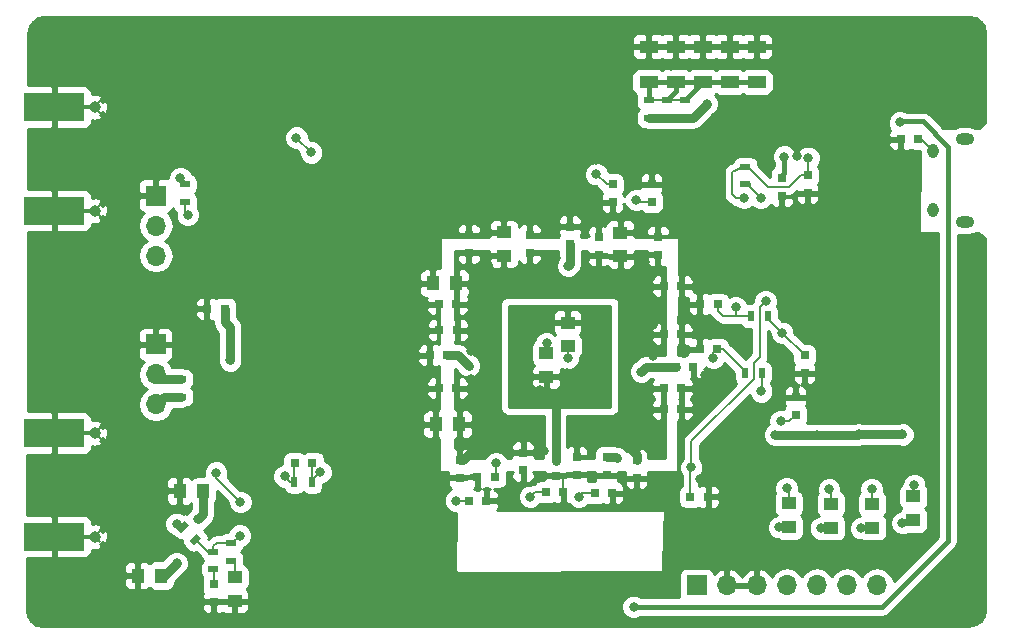
<source format=gbr>
G04 #@! TF.GenerationSoftware,KiCad,Pcbnew,(2018-01-18 revision 08b15a699)-makepkg*
G04 #@! TF.CreationDate,2018-01-23T16:45:18-05:00*
G04 #@! TF.ProjectId,osa103k,6F73613130336B2E6B696361645F7063,rev?*
G04 #@! TF.SameCoordinates,Original*
G04 #@! TF.FileFunction,Copper,L2,Bot,Signal*
G04 #@! TF.FilePolarity,Positive*
%FSLAX46Y46*%
G04 Gerber Fmt 4.6, Leading zero omitted, Abs format (unit mm)*
G04 Created by KiCad (PCBNEW (2018-01-18 revision 08b15a699)-makepkg) date 01/23/18 16:45:18*
%MOMM*%
%LPD*%
G01*
G04 APERTURE LIST*
%ADD10C,0.600000*%
%ADD11C,4.500000*%
%ADD12R,1.000000X1.250000*%
%ADD13R,1.250000X1.000000*%
%ADD14R,0.750000X0.800000*%
%ADD15R,0.800000X0.750000*%
%ADD16R,1.600000X1.000000*%
%ADD17R,0.890000X0.460000*%
%ADD18C,0.970000*%
%ADD19R,5.080000X2.420000*%
%ADD20R,1.700000X1.700000*%
%ADD21O,1.700000X1.700000*%
%ADD22O,1.550000X1.000000*%
%ADD23O,0.950000X1.250000*%
%ADD24R,0.900000X0.500000*%
%ADD25C,0.500000*%
%ADD26C,0.100000*%
%ADD27R,0.500000X0.900000*%
%ADD28C,0.800000*%
%ADD29C,0.200000*%
%ADD30C,0.300000*%
%ADD31C,0.750000*%
%ADD32C,0.400000*%
%ADD33C,0.254000*%
G04 APERTURE END LIST*
D10*
X86390000Y-72070000D03*
X94490000Y-53270000D03*
X123290000Y-61370000D03*
X92890000Y-59270000D03*
X119790000Y-71470000D03*
X93240000Y-46470000D03*
X88390000Y-45170000D03*
X87290000Y-49020000D03*
X69590000Y-77170000D03*
X82790000Y-72170000D03*
X87090000Y-74170000D03*
X132690000Y-69420000D03*
X65490000Y-67870000D03*
X69140000Y-63120000D03*
X64240000Y-58320000D03*
D11*
X134590000Y-45020000D03*
X134590000Y-91570000D03*
X61990000Y-45020000D03*
D10*
X76690000Y-72530000D03*
X87380000Y-77470000D03*
X72350000Y-65100000D03*
X70030000Y-69820000D03*
X117650000Y-77010000D03*
X111190000Y-52900000D03*
X100870000Y-49880000D03*
X94410000Y-50760000D03*
X100380000Y-56810000D03*
X87160000Y-54230000D03*
X81450000Y-48920000D03*
X76070000Y-54300000D03*
X112210000Y-84770000D03*
X96440000Y-52350000D03*
X89340000Y-56980000D03*
X80890000Y-60890000D03*
X76310000Y-60940000D03*
X76250000Y-63510000D03*
X73410000Y-61600000D03*
X85140000Y-68670000D03*
X80690000Y-68720000D03*
X75990000Y-68420000D03*
X135540000Y-87770000D03*
X136850000Y-82110000D03*
X136850000Y-77110000D03*
X136850000Y-72110000D03*
X136850000Y-67110000D03*
X135190000Y-62320000D03*
X135040000Y-49920000D03*
X129840000Y-43530000D03*
X118710000Y-43510000D03*
X113710000Y-43510000D03*
X108710000Y-43510000D03*
X118810000Y-49430000D03*
X113470000Y-61520000D03*
X114110000Y-55650000D03*
X125750000Y-59120000D03*
X128260000Y-62780000D03*
X131830000Y-65160000D03*
X120890000Y-65850000D03*
X122750000Y-68530000D03*
X128000000Y-73490000D03*
X130120000Y-75210000D03*
X131950000Y-77200000D03*
X122500000Y-73920000D03*
X124670000Y-76500000D03*
X127000000Y-76460000D03*
X122140000Y-80480000D03*
X129400000Y-84190000D03*
X125910000Y-84420000D03*
X122410000Y-84440000D03*
X117350000Y-85260000D03*
X117470000Y-88400000D03*
X117370000Y-81820000D03*
X109420000Y-90770000D03*
X104840000Y-90740000D03*
X99840000Y-90740000D03*
X94840000Y-90740000D03*
X89840000Y-90740000D03*
X90630000Y-88110000D03*
X82660000Y-88130000D03*
X81070000Y-90680000D03*
X82040000Y-78840000D03*
X80920000Y-75680000D03*
X75040000Y-77660000D03*
X71780000Y-48770000D03*
X68610000Y-52300000D03*
X85580000Y-46490000D03*
X87180000Y-42850000D03*
X79680000Y-42870000D03*
X65940000Y-44020000D03*
X57720000Y-43600000D03*
X71430000Y-43110000D03*
X57720000Y-47070000D03*
X64340000Y-48740000D03*
X62440000Y-52500000D03*
X59400000Y-75300000D03*
X70250000Y-93500000D03*
X65830000Y-93440000D03*
X57080000Y-93240000D03*
X58510000Y-89660000D03*
X64200000Y-87480000D03*
X62410000Y-84300000D03*
X63410000Y-80060000D03*
X63890000Y-75390000D03*
X62250000Y-71730000D03*
X57250000Y-71730000D03*
X62250000Y-66730000D03*
X57250000Y-66730000D03*
X62250000Y-61730000D03*
D11*
X61990000Y-91520000D03*
D12*
X67450000Y-89770000D03*
X65450000Y-89770000D03*
X69000000Y-82600000D03*
X71000000Y-82600000D03*
D13*
X73660000Y-91932000D03*
X73660000Y-89932000D03*
D14*
X71900000Y-90500000D03*
X71900000Y-92000000D03*
D15*
X78752000Y-80264000D03*
X80252000Y-80264000D03*
X72820000Y-67170000D03*
X71320000Y-67170000D03*
D14*
X105664000Y-56654000D03*
X105664000Y-58154000D03*
D15*
X94990000Y-83420000D03*
X93490000Y-83420000D03*
X95690000Y-81420000D03*
X94190000Y-81420000D03*
X99990000Y-82720000D03*
X101490000Y-82720000D03*
X104140000Y-82804000D03*
X105640000Y-82804000D03*
D14*
X108966000Y-56654000D03*
X108966000Y-58154000D03*
D15*
X112250000Y-83100000D03*
X113750000Y-83100000D03*
D12*
X90694000Y-76962000D03*
X92694000Y-76962000D03*
X90440000Y-65024000D03*
X92440000Y-65024000D03*
D13*
X101850000Y-68350000D03*
X101850000Y-70350000D03*
X106320000Y-62730000D03*
X106320000Y-60730000D03*
X100050000Y-70950000D03*
X100050000Y-72950000D03*
X96460000Y-60710000D03*
X96460000Y-62710000D03*
D14*
X100840000Y-81320000D03*
X100840000Y-79820000D03*
D15*
X109994000Y-73914000D03*
X111494000Y-73914000D03*
X90182000Y-71120000D03*
X91682000Y-71120000D03*
D14*
X98090000Y-79370000D03*
X98090000Y-80870000D03*
D15*
X112510000Y-72136000D03*
X111010000Y-72136000D03*
X109994000Y-69342000D03*
X111494000Y-69342000D03*
D14*
X105156000Y-79768000D03*
X105156000Y-81268000D03*
D16*
X117856000Y-47982000D03*
X117856000Y-44982000D03*
D14*
X98650000Y-62460000D03*
X98650000Y-60960000D03*
X102040000Y-61722000D03*
X102040000Y-60222000D03*
X102616000Y-79756000D03*
X102616000Y-81256000D03*
D16*
X115570000Y-47982000D03*
X115570000Y-44982000D03*
D14*
X93490000Y-62440000D03*
X93490000Y-60940000D03*
D16*
X113284000Y-47982000D03*
X113284000Y-44982000D03*
D14*
X109510000Y-62620000D03*
X109510000Y-61120000D03*
D16*
X110998000Y-44982000D03*
X110998000Y-47982000D03*
D14*
X92710000Y-80010000D03*
X92710000Y-81510000D03*
D16*
X108712000Y-44982000D03*
X108712000Y-47982000D03*
D14*
X104480000Y-61150000D03*
X104480000Y-62650000D03*
D15*
X111494000Y-75692000D03*
X109994000Y-75692000D03*
D14*
X107696000Y-81522000D03*
X107696000Y-80022000D03*
D15*
X91000000Y-69000000D03*
X92500000Y-69000000D03*
X90944000Y-73914000D03*
X92444000Y-73914000D03*
X109994000Y-65278000D03*
X111494000Y-65278000D03*
X90944000Y-66802000D03*
X92444000Y-66802000D03*
X114554000Y-66802000D03*
X113054000Y-66802000D03*
X114530000Y-70612000D03*
X113030000Y-70612000D03*
D14*
X121920000Y-72632000D03*
X121920000Y-71132000D03*
X121158000Y-74688000D03*
X121158000Y-76188000D03*
X122174000Y-55892000D03*
X122174000Y-57392000D03*
X120000000Y-57600000D03*
X120000000Y-56100000D03*
D13*
X131140000Y-85074000D03*
X131140000Y-83074000D03*
X127640000Y-83720000D03*
X127640000Y-85720000D03*
X124140000Y-83720000D03*
X124140000Y-85720000D03*
X120590000Y-85670000D03*
X120590000Y-83670000D03*
D15*
X130060000Y-52832000D03*
X131560000Y-52832000D03*
D17*
X61370000Y-58880000D03*
X61370000Y-50120000D03*
D18*
X61820000Y-58880000D03*
X61820000Y-50120000D03*
D19*
X58380000Y-58880000D03*
X58380000Y-50120000D03*
X58380000Y-77720000D03*
X58380000Y-86480000D03*
D18*
X61820000Y-77720000D03*
X61820000Y-86480000D03*
D17*
X61370000Y-77720000D03*
X61370000Y-86480000D03*
D20*
X67000000Y-57600000D03*
D21*
X67000000Y-60140000D03*
X67000000Y-62680000D03*
X67000000Y-75280000D03*
X67000000Y-72740000D03*
D20*
X67000000Y-70200000D03*
D21*
X128040000Y-90600000D03*
X125500000Y-90600000D03*
X122960000Y-90600000D03*
X120420000Y-90600000D03*
X117880000Y-90600000D03*
X115340000Y-90600000D03*
D20*
X112800000Y-90600000D03*
D22*
X135490000Y-52820000D03*
X135490000Y-59820000D03*
D23*
X132790000Y-53820000D03*
X132790000Y-58820000D03*
D24*
X69460000Y-56660000D03*
X69460000Y-58160000D03*
X69150000Y-73130000D03*
X69150000Y-74630000D03*
D25*
X69269670Y-85649670D03*
D26*
G36*
X69764645Y-85508249D02*
X69128249Y-86144645D01*
X68774695Y-85791091D01*
X69411091Y-85154695D01*
X69764645Y-85508249D01*
X69764645Y-85508249D01*
G37*
D25*
X70330330Y-86710330D03*
D26*
G36*
X70825305Y-86568909D02*
X70188909Y-87205305D01*
X69835355Y-86851751D01*
X70471751Y-86215355D01*
X70825305Y-86568909D01*
X70825305Y-86568909D01*
G37*
D24*
X73390000Y-87020000D03*
X73390000Y-88520000D03*
X71860000Y-89250000D03*
X71860000Y-87750000D03*
D27*
X80230000Y-81850000D03*
X78730000Y-81850000D03*
D24*
X111760000Y-49542000D03*
X111760000Y-51042000D03*
X110236000Y-51042000D03*
X110236000Y-49542000D03*
X108712000Y-49542000D03*
X108712000Y-51042000D03*
X116900000Y-56650000D03*
X116900000Y-55150000D03*
D27*
X118860000Y-67818000D03*
X117360000Y-67818000D03*
X118352000Y-72644000D03*
X116852000Y-72644000D03*
D10*
X57250000Y-61730000D03*
D28*
X130800000Y-69275000D03*
X89256091Y-78780628D03*
X114450000Y-81890000D03*
X121249098Y-54291989D03*
X86990469Y-61944137D03*
X131140000Y-54070000D03*
X110640000Y-46670000D03*
X113049985Y-81570000D03*
X113490000Y-72770000D03*
X113984010Y-78650021D03*
X100076000Y-70104000D03*
X101854000Y-71374000D03*
X126825000Y-65625000D03*
X72375000Y-65025000D03*
X110625000Y-60200000D03*
X90725000Y-83425000D03*
X116600000Y-50150000D03*
X125950000Y-48250000D03*
X100400000Y-45700000D03*
X107650000Y-56100000D03*
X102100000Y-54500000D03*
X104250000Y-54600000D03*
X95000000Y-46600000D03*
X104500000Y-45550000D03*
X97550000Y-44750000D03*
X95850000Y-49550000D03*
X73600000Y-57650000D03*
X76668453Y-50922053D03*
X74750000Y-53250000D03*
X70400000Y-81150000D03*
X81150000Y-84750000D03*
X89100000Y-84500000D03*
X84250000Y-45200000D03*
X79100000Y-47650000D03*
X79850000Y-51850000D03*
X80150000Y-56600000D03*
X83700000Y-52650000D03*
X84600000Y-53900000D03*
X83400000Y-54950000D03*
X82250000Y-56000000D03*
X81150000Y-57050000D03*
X68750000Y-85390000D03*
X68750000Y-88725000D03*
X70600000Y-85000000D03*
X77890000Y-81375000D03*
X80930000Y-81020000D03*
X80150000Y-53950000D03*
X78900000Y-52700000D03*
X93690000Y-63870000D03*
X93640004Y-65270000D03*
X102150000Y-78320000D03*
X106760000Y-78660000D03*
X95140000Y-63520000D03*
X113650000Y-49830000D03*
X93671937Y-70803063D03*
X109100000Y-71160990D03*
X99862990Y-79211765D03*
X126500010Y-77825000D03*
X119450000Y-77850000D03*
X130200000Y-77825000D03*
X122950000Y-77850000D03*
X103375000Y-62850000D03*
X93600000Y-69050000D03*
X73294982Y-71550032D03*
X73250000Y-68750000D03*
X93700000Y-73150000D03*
X93700000Y-75500000D03*
X93700000Y-79350000D03*
X109100000Y-68550000D03*
X109100000Y-67100000D03*
X100900000Y-62850000D03*
X109250000Y-64000000D03*
X108400000Y-63200000D03*
X108000000Y-75600000D03*
X108700000Y-76300000D03*
X108600000Y-63900000D03*
X104290000Y-55790000D03*
X92390000Y-83420000D03*
X95790000Y-80270002D03*
X98698862Y-83099270D03*
X102790000Y-83120006D03*
X107660000Y-57970000D03*
X112324791Y-80621073D03*
X118618000Y-66548000D03*
X106000000Y-79800000D03*
X101900000Y-63570000D03*
X93490000Y-72000000D03*
X108090000Y-72500000D03*
X129990000Y-51370000D03*
X107440000Y-92420000D03*
X120200000Y-54300000D03*
X116078000Y-67056000D03*
X114190002Y-71320000D03*
X120033000Y-69220000D03*
X118253026Y-74175096D03*
X122245516Y-54403869D03*
X130190000Y-85330000D03*
X131200000Y-82120000D03*
X127600000Y-82470000D03*
X126690000Y-85760000D03*
X124000000Y-82470000D03*
X123290000Y-85780000D03*
X119790000Y-85675000D03*
X120400000Y-82370000D03*
X69700000Y-59220000D03*
X69070000Y-56120000D03*
X118200000Y-57800000D03*
X116800000Y-57800000D03*
X119888000Y-76708000D03*
X74099998Y-86400000D03*
X99500000Y-74050000D03*
X104200000Y-70700000D03*
X100300000Y-68850000D03*
X98050000Y-71950000D03*
X102600000Y-72600000D03*
X101800000Y-72600000D03*
X72100000Y-81050000D03*
X74150000Y-83550000D03*
D29*
X62304999Y-50614999D02*
X62440000Y-50750000D01*
X61820000Y-50120000D02*
X62304999Y-50604999D01*
X62304999Y-50604999D02*
X62304999Y-50614999D01*
X62324999Y-49635001D02*
X62460000Y-49500000D01*
X61820000Y-50120000D02*
X62304999Y-49635001D01*
X62304999Y-49635001D02*
X62324999Y-49635001D01*
X62304999Y-59374999D02*
X62430000Y-59500000D01*
X61820000Y-58880000D02*
X62304999Y-59364999D01*
X62304999Y-59364999D02*
X62304999Y-59374999D01*
X62304999Y-58395001D02*
X61820000Y-58880000D01*
X62304999Y-58395001D02*
X62304999Y-58385001D01*
X61820000Y-77720000D02*
X62420000Y-78320000D01*
X62460000Y-77080000D02*
X61820000Y-77720000D01*
X61820000Y-86480000D02*
X62160000Y-86820000D01*
X62304999Y-86964999D02*
X62160000Y-86820000D01*
X61820000Y-86480000D02*
X62304999Y-85995001D01*
X62304999Y-85995001D02*
X62314999Y-85995001D01*
D30*
X58380000Y-77720000D02*
X61220000Y-77720000D01*
X61220000Y-77720000D02*
X61820000Y-77720000D01*
X58380000Y-86480000D02*
X61820000Y-86480000D01*
D29*
X102616000Y-81256000D02*
X105144000Y-81256000D01*
X105144000Y-81256000D02*
X105156000Y-81268000D01*
X102616000Y-81256000D02*
X100904000Y-81256000D01*
X100904000Y-81256000D02*
X100840000Y-81320000D01*
X101490000Y-82720000D02*
X101490000Y-81395000D01*
X101490000Y-81395000D02*
X101415000Y-81320000D01*
X101415000Y-81320000D02*
X100840000Y-81320000D01*
X100050000Y-70130000D02*
X100076000Y-70104000D01*
X100050000Y-70950000D02*
X100050000Y-70130000D01*
X101850000Y-71370000D02*
X101854000Y-71374000D01*
X101850000Y-70350000D02*
X101850000Y-71370000D01*
D31*
X69150000Y-74630000D02*
X67650000Y-74630000D01*
X67650000Y-74630000D02*
X67000000Y-75280000D01*
D29*
X69009670Y-85649670D02*
X68750000Y-85390000D01*
X69269670Y-85649670D02*
X69009670Y-85649670D01*
D31*
X67705000Y-89770000D02*
X68750000Y-88725000D01*
X67450000Y-89770000D02*
X67705000Y-89770000D01*
X71000000Y-82600000D02*
X71000000Y-84600000D01*
X71000000Y-84600000D02*
X70600000Y-85000000D01*
D29*
X73660000Y-89932000D02*
X73660000Y-88790000D01*
X73660000Y-88790000D02*
X73390000Y-88520000D01*
X71900000Y-90500000D02*
X71900000Y-89290000D01*
X71900000Y-89290000D02*
X71860000Y-89250000D01*
X78730000Y-81850000D02*
X78730000Y-80286000D01*
X78730000Y-80286000D02*
X78752000Y-80264000D01*
X78730000Y-81850000D02*
X78365000Y-81850000D01*
X78365000Y-81850000D02*
X77890000Y-81375000D01*
X80230000Y-81850000D02*
X80230000Y-81720000D01*
X80230000Y-81720000D02*
X80930000Y-81020000D01*
X80230000Y-81850000D02*
X80230000Y-80286000D01*
X80230000Y-80286000D02*
X80252000Y-80264000D01*
X78900000Y-52700000D02*
X80150000Y-53950000D01*
D31*
X122950000Y-77850000D02*
X126475010Y-77850000D01*
X107696000Y-80022000D02*
X107696000Y-79596000D01*
X107696000Y-79596000D02*
X106760000Y-78660000D01*
X92710000Y-80010000D02*
X93040000Y-80010000D01*
X93040000Y-80010000D02*
X93700000Y-79350000D01*
X73294982Y-71550032D02*
X73294982Y-68794982D01*
X73294982Y-68794982D02*
X73250000Y-68750000D01*
X72820000Y-67170000D02*
X72820000Y-68320000D01*
X72820000Y-68320000D02*
X73250000Y-68750000D01*
X108712000Y-51042000D02*
X110236000Y-51042000D01*
X110236000Y-51042000D02*
X111760000Y-51042000D01*
X112438000Y-51042000D02*
X113650000Y-49830000D01*
X111760000Y-51042000D02*
X112438000Y-51042000D01*
X130200000Y-77825000D02*
X126500010Y-77825000D01*
X126475010Y-77850000D02*
X126500010Y-77825000D01*
X122950000Y-77850000D02*
X126475010Y-77850000D01*
X119450000Y-77850000D02*
X122950000Y-77850000D01*
D29*
X105664000Y-56654000D02*
X105154000Y-56654000D01*
X105154000Y-56654000D02*
X104290000Y-55790000D01*
X93490000Y-83420000D02*
X92390000Y-83420000D01*
X95790000Y-81370000D02*
X95790000Y-80270002D01*
X95640000Y-81520000D02*
X95790000Y-81370000D01*
X99078132Y-82720000D02*
X98698862Y-83099270D01*
X99990000Y-82720000D02*
X99078132Y-82720000D01*
X104140000Y-82804000D02*
X103106006Y-82804000D01*
X103106006Y-82804000D02*
X102790000Y-83120006D01*
X108966000Y-58154000D02*
X107844000Y-58154000D01*
X107844000Y-58154000D02*
X107660000Y-57970000D01*
X112250000Y-83100000D02*
X112250000Y-80695864D01*
X112324791Y-78411211D02*
X112324791Y-80621073D01*
X118110000Y-67056000D02*
X118110000Y-71246000D01*
X118618000Y-66548000D02*
X118110000Y-67056000D01*
X117602000Y-73134002D02*
X112324791Y-78411211D01*
X112250000Y-80695864D02*
X112324791Y-80621073D01*
X117602000Y-71754000D02*
X117602000Y-73134002D01*
X118110000Y-71246000D02*
X117602000Y-71754000D01*
D31*
X105968000Y-79768000D02*
X106000000Y-79800000D01*
X105156000Y-79768000D02*
X105968000Y-79768000D01*
X102040000Y-61722000D02*
X102040000Y-63430000D01*
X102040000Y-63430000D02*
X101900000Y-63570000D01*
X92610000Y-71120000D02*
X93490000Y-72000000D01*
X91682000Y-71120000D02*
X92610000Y-71120000D01*
X111010000Y-72136000D02*
X108454000Y-72136000D01*
X108454000Y-72136000D02*
X108090000Y-72500000D01*
X100838000Y-80034000D02*
X100838000Y-75322000D01*
D32*
X128490000Y-92420000D02*
X134090000Y-86820000D01*
X107440000Y-92420000D02*
X128490000Y-92420000D01*
X134090000Y-86820000D02*
X134090000Y-53470000D01*
X134090000Y-53470000D02*
X131940000Y-51320000D01*
X131940000Y-51320000D02*
X130040000Y-51320000D01*
X130040000Y-51320000D02*
X129990000Y-51370000D01*
D29*
X113284000Y-47982000D02*
X115570000Y-47982000D01*
X110236000Y-49542000D02*
X111760000Y-49542000D01*
X108712000Y-49542000D02*
X110236000Y-49542000D01*
D32*
X113284000Y-47982000D02*
X113284000Y-48018000D01*
X113284000Y-48018000D02*
X111760000Y-49542000D01*
X110998000Y-47982000D02*
X110998000Y-48780000D01*
X110998000Y-48780000D02*
X110236000Y-49542000D01*
X108712000Y-47982000D02*
X108712000Y-49542000D01*
X117856000Y-47982000D02*
X108712000Y-47982000D01*
X119940000Y-56040000D02*
X120000000Y-56100000D01*
X119940000Y-55920000D02*
X119940000Y-56040000D01*
X120200000Y-55660000D02*
X119940000Y-55920000D01*
X120200000Y-54300000D02*
X120200000Y-55660000D01*
D29*
X116078000Y-67818000D02*
X114995000Y-67818000D01*
X117360000Y-67818000D02*
X116078000Y-67818000D01*
X116078000Y-67056000D02*
X116078000Y-67818000D01*
X114995000Y-67818000D02*
X114554000Y-67377000D01*
X114554000Y-67377000D02*
X114554000Y-66802000D01*
X114190002Y-71320000D02*
X114190002Y-70951998D01*
X114190002Y-70951998D02*
X114530000Y-70612000D01*
X114530000Y-70612000D02*
X115020000Y-70612000D01*
X115020000Y-70612000D02*
X116852000Y-72444000D01*
X116852000Y-72444000D02*
X116852000Y-72644000D01*
X120033000Y-69220000D02*
X118860000Y-68047000D01*
X121920000Y-71107000D02*
X120033000Y-69220000D01*
X121920000Y-71132000D02*
X121920000Y-71107000D01*
X118860000Y-68047000D02*
X118860000Y-67818000D01*
X121678000Y-71374000D02*
X121920000Y-71132000D01*
X118352000Y-72644000D02*
X118352000Y-74076122D01*
X118352000Y-74076122D02*
X118253026Y-74175096D01*
D32*
X122174000Y-55867000D02*
X122174000Y-55892000D01*
D29*
X120621000Y-56870000D02*
X121599000Y-55892000D01*
X118820000Y-56870000D02*
X120621000Y-56870000D01*
X116900000Y-55150000D02*
X117100000Y-55150000D01*
X117100000Y-55150000D02*
X118820000Y-56870000D01*
X122174000Y-54475385D02*
X122245516Y-54403869D01*
X122174000Y-55892000D02*
X122174000Y-54475385D01*
X121599000Y-55892000D02*
X122174000Y-55892000D01*
X116700000Y-55150000D02*
X115800000Y-55600000D01*
X116900000Y-55150000D02*
X116700000Y-55150000D01*
X115800000Y-55600000D02*
X115800000Y-57500000D01*
X115800000Y-57500000D02*
X116100000Y-57800000D01*
X116100000Y-57800000D02*
X116800000Y-57800000D01*
X131140000Y-85074000D02*
X130446000Y-85074000D01*
X130446000Y-85074000D02*
X130190000Y-85330000D01*
X131140000Y-83074000D02*
X131140000Y-82180000D01*
X131140000Y-82180000D02*
X131200000Y-82120000D01*
X127640000Y-83720000D02*
X127640000Y-82510000D01*
X127640000Y-82510000D02*
X127600000Y-82470000D01*
X127640000Y-85720000D02*
X126730000Y-85720000D01*
X126730000Y-85720000D02*
X126690000Y-85760000D01*
X124140000Y-83720000D02*
X124140000Y-82610000D01*
X124140000Y-82610000D02*
X124000000Y-82470000D01*
X124140000Y-85720000D02*
X123350000Y-85720000D01*
X123350000Y-85720000D02*
X123290000Y-85780000D01*
X120590000Y-85670000D02*
X119795000Y-85670000D01*
X119795000Y-85670000D02*
X119790000Y-85675000D01*
X120590000Y-82560000D02*
X120400000Y-82370000D01*
X120590000Y-83670000D02*
X120590000Y-82560000D01*
X131560000Y-52832000D02*
X131802000Y-52832000D01*
X131802000Y-52832000D02*
X132790000Y-53820000D01*
X69460000Y-58160000D02*
X69460000Y-58980000D01*
X69460000Y-58980000D02*
X69700000Y-59220000D01*
D31*
X69150000Y-73130000D02*
X67390000Y-73130000D01*
X67390000Y-73130000D02*
X67000000Y-72740000D01*
D30*
X69460000Y-56660000D02*
X69460000Y-56510000D01*
X69460000Y-56510000D02*
X69070000Y-56120000D01*
D29*
X117050000Y-56650000D02*
X118200000Y-57800000D01*
X116900000Y-56650000D02*
X117050000Y-56650000D01*
D32*
X116900000Y-56650000D02*
X117100000Y-56650000D01*
D29*
X116852000Y-57748000D02*
X116800000Y-57800000D01*
X119888000Y-76708000D02*
X120638000Y-76708000D01*
X120638000Y-76708000D02*
X121158000Y-76188000D01*
X73479998Y-87020000D02*
X74099998Y-86400000D01*
X73390000Y-87020000D02*
X73479998Y-87020000D01*
X71860000Y-87750000D02*
X71860000Y-87300000D01*
X71860000Y-87300000D02*
X72140000Y-87020000D01*
X72140000Y-87020000D02*
X73390000Y-87020000D01*
X71860000Y-87750000D02*
X71370000Y-87750000D01*
X71370000Y-87750000D02*
X70330330Y-86710330D01*
D31*
X102600000Y-72600000D02*
X101800000Y-72600000D01*
D29*
X72100000Y-81500000D02*
X72100000Y-81050000D01*
X74150000Y-83550000D02*
X72100000Y-81500000D01*
D33*
G36*
X95200000Y-62424250D02*
X95358750Y-62583000D01*
X96333000Y-62583000D01*
X96333000Y-62563000D01*
X96587000Y-62563000D01*
X96587000Y-62583000D01*
X96607000Y-62583000D01*
X96607000Y-62837000D01*
X96587000Y-62837000D01*
X96587000Y-63686250D01*
X96745750Y-63845000D01*
X97211310Y-63845000D01*
X97444699Y-63748327D01*
X97623327Y-63569698D01*
X97720000Y-63336309D01*
X97720000Y-63179446D01*
X97736673Y-63219698D01*
X97915301Y-63398327D01*
X98148690Y-63495000D01*
X98364250Y-63495000D01*
X98523000Y-63336250D01*
X98523000Y-62587000D01*
X98777000Y-62587000D01*
X98777000Y-63336250D01*
X98935750Y-63495000D01*
X99151310Y-63495000D01*
X99384699Y-63398327D01*
X99563327Y-63219698D01*
X99660000Y-62986309D01*
X99660000Y-62745750D01*
X99501250Y-62587000D01*
X98777000Y-62587000D01*
X98523000Y-62587000D01*
X98503000Y-62587000D01*
X98503000Y-62333000D01*
X98523000Y-62333000D01*
X98523000Y-62327000D01*
X98777000Y-62327000D01*
X98777000Y-62333000D01*
X99501250Y-62333000D01*
X99507250Y-62327000D01*
X101030000Y-62327000D01*
X101030000Y-62976047D01*
X101023081Y-62982954D01*
X100865180Y-63363223D01*
X100864821Y-63774971D01*
X101022058Y-64155515D01*
X101312954Y-64446919D01*
X101693223Y-64604820D01*
X102104971Y-64605179D01*
X102485515Y-64447942D01*
X102776919Y-64157046D01*
X102828366Y-64033147D01*
X102973118Y-63816510D01*
X103050000Y-63430000D01*
X103050000Y-62935750D01*
X103470000Y-62935750D01*
X103470000Y-63176309D01*
X103566673Y-63409698D01*
X103745301Y-63588327D01*
X103978690Y-63685000D01*
X104194250Y-63685000D01*
X104353000Y-63526250D01*
X104353000Y-62777000D01*
X104607000Y-62777000D01*
X104607000Y-63526250D01*
X104765750Y-63685000D01*
X104981310Y-63685000D01*
X105172699Y-63605724D01*
X105335301Y-63768327D01*
X105568690Y-63865000D01*
X106034250Y-63865000D01*
X106193000Y-63706250D01*
X106193000Y-62857000D01*
X106447000Y-62857000D01*
X106447000Y-63706250D01*
X106605750Y-63865000D01*
X107071310Y-63865000D01*
X107304699Y-63768327D01*
X107483327Y-63589698D01*
X107580000Y-63356309D01*
X107580000Y-63015750D01*
X107470000Y-62905750D01*
X108500000Y-62905750D01*
X108500000Y-63146309D01*
X108596673Y-63379698D01*
X108775301Y-63558327D01*
X109008690Y-63655000D01*
X109224250Y-63655000D01*
X109383000Y-63496250D01*
X109383000Y-62747000D01*
X108658750Y-62747000D01*
X108500000Y-62905750D01*
X107470000Y-62905750D01*
X107421250Y-62857000D01*
X106447000Y-62857000D01*
X106193000Y-62857000D01*
X105411250Y-62857000D01*
X105331250Y-62777000D01*
X104607000Y-62777000D01*
X104353000Y-62777000D01*
X103628750Y-62777000D01*
X103470000Y-62935750D01*
X103050000Y-62935750D01*
X103050000Y-62327000D01*
X103470000Y-62327000D01*
X103470000Y-62364250D01*
X103628750Y-62523000D01*
X104353000Y-62523000D01*
X104353000Y-62503000D01*
X104607000Y-62503000D01*
X104607000Y-62523000D01*
X105138750Y-62523000D01*
X105218750Y-62603000D01*
X106193000Y-62603000D01*
X106193000Y-62583000D01*
X106447000Y-62583000D01*
X106447000Y-62603000D01*
X107421250Y-62603000D01*
X107580000Y-62444250D01*
X107580000Y-62327000D01*
X108500000Y-62327000D01*
X108500000Y-62334250D01*
X108658750Y-62493000D01*
X109383000Y-62493000D01*
X109383000Y-62473000D01*
X109637000Y-62473000D01*
X109637000Y-62493000D01*
X109657000Y-62493000D01*
X109657000Y-62747000D01*
X109637000Y-62747000D01*
X109637000Y-63496250D01*
X109795750Y-63655000D01*
X110011310Y-63655000D01*
X110073000Y-63629447D01*
X110073000Y-71126000D01*
X108454000Y-71126000D01*
X108067490Y-71202882D01*
X107739822Y-71421822D01*
X107564302Y-71597342D01*
X107504485Y-71622058D01*
X107213081Y-71912954D01*
X107055180Y-72293223D01*
X107054821Y-72704971D01*
X107212058Y-73085515D01*
X107502954Y-73376919D01*
X107883223Y-73534820D01*
X108294971Y-73535179D01*
X108675515Y-73377942D01*
X108907862Y-73146000D01*
X109088974Y-73146000D01*
X109055673Y-73179301D01*
X108959000Y-73412690D01*
X108959000Y-73628250D01*
X109117750Y-73787000D01*
X109867000Y-73787000D01*
X109867000Y-73767000D01*
X110073000Y-73767000D01*
X110073000Y-79813000D01*
X108629250Y-79813000D01*
X108706000Y-79736250D01*
X108706000Y-79495691D01*
X108609327Y-79262302D01*
X108430699Y-79083673D01*
X108197310Y-78987000D01*
X107981750Y-78987000D01*
X107823000Y-79145750D01*
X107823000Y-79813000D01*
X107569000Y-79813000D01*
X107569000Y-79145750D01*
X107410250Y-78987000D01*
X107194690Y-78987000D01*
X106961301Y-79083673D01*
X106854236Y-79190738D01*
X106587046Y-78923081D01*
X106206777Y-78765180D01*
X106003204Y-78765003D01*
X105968000Y-78758000D01*
X105719226Y-78758000D01*
X105531000Y-78720560D01*
X104781000Y-78720560D01*
X104533235Y-78769843D01*
X104323191Y-78910191D01*
X104182843Y-79120235D01*
X104133560Y-79368000D01*
X104133560Y-79813000D01*
X102469000Y-79813000D01*
X102469000Y-79629000D01*
X102489000Y-79629000D01*
X102489000Y-78879750D01*
X102743000Y-78879750D01*
X102743000Y-79629000D01*
X103467250Y-79629000D01*
X103626000Y-79470250D01*
X103626000Y-79229691D01*
X103529327Y-78996302D01*
X103350699Y-78817673D01*
X103117310Y-78721000D01*
X102901750Y-78721000D01*
X102743000Y-78879750D01*
X102489000Y-78879750D01*
X102330250Y-78721000D01*
X102114690Y-78721000D01*
X101881301Y-78817673D01*
X101848000Y-78850974D01*
X101848000Y-76235000D01*
X105600000Y-76235000D01*
X105843004Y-76186664D01*
X105932297Y-76127000D01*
X106000000Y-76127000D01*
X106048601Y-76117333D01*
X106089803Y-76089803D01*
X106117333Y-76048601D01*
X106127000Y-76000000D01*
X106127000Y-75977750D01*
X108959000Y-75977750D01*
X108959000Y-76193310D01*
X109055673Y-76426699D01*
X109234302Y-76605327D01*
X109467691Y-76702000D01*
X109708250Y-76702000D01*
X109867000Y-76543250D01*
X109867000Y-75819000D01*
X109117750Y-75819000D01*
X108959000Y-75977750D01*
X106127000Y-75977750D01*
X106127000Y-75932297D01*
X106186664Y-75843004D01*
X106235000Y-75600000D01*
X106235000Y-74199750D01*
X108959000Y-74199750D01*
X108959000Y-74415310D01*
X109055673Y-74648699D01*
X109209975Y-74803000D01*
X109055673Y-74957301D01*
X108959000Y-75190690D01*
X108959000Y-75406250D01*
X109117750Y-75565000D01*
X109867000Y-75565000D01*
X109867000Y-74840750D01*
X109829250Y-74803000D01*
X109867000Y-74765250D01*
X109867000Y-74041000D01*
X109117750Y-74041000D01*
X108959000Y-74199750D01*
X106235000Y-74199750D01*
X106235000Y-69627750D01*
X108959000Y-69627750D01*
X108959000Y-69843310D01*
X109055673Y-70076699D01*
X109234302Y-70255327D01*
X109467691Y-70352000D01*
X109708250Y-70352000D01*
X109867000Y-70193250D01*
X109867000Y-69469000D01*
X109117750Y-69469000D01*
X108959000Y-69627750D01*
X106235000Y-69627750D01*
X106235000Y-68840690D01*
X108959000Y-68840690D01*
X108959000Y-69056250D01*
X109117750Y-69215000D01*
X109867000Y-69215000D01*
X109867000Y-68490750D01*
X109708250Y-68332000D01*
X109467691Y-68332000D01*
X109234302Y-68428673D01*
X109055673Y-68607301D01*
X108959000Y-68840690D01*
X106235000Y-68840690D01*
X106235000Y-66800000D01*
X106186664Y-66556996D01*
X106127000Y-66467703D01*
X106127000Y-66400000D01*
X106117333Y-66351399D01*
X106089803Y-66310197D01*
X106048601Y-66282667D01*
X106000000Y-66273000D01*
X105932297Y-66273000D01*
X105843004Y-66213336D01*
X105600000Y-66165000D01*
X96800000Y-66165000D01*
X96556996Y-66213336D01*
X96467703Y-66273000D01*
X96400000Y-66273000D01*
X96351399Y-66282667D01*
X96310197Y-66310197D01*
X96282667Y-66351399D01*
X96273000Y-66400000D01*
X96273000Y-66467703D01*
X96213336Y-66556996D01*
X96165000Y-66800000D01*
X96165000Y-75600000D01*
X96213336Y-75843004D01*
X96273000Y-75932297D01*
X96273000Y-76000000D01*
X96282667Y-76048601D01*
X96310197Y-76089803D01*
X96351399Y-76117333D01*
X96400000Y-76127000D01*
X96467703Y-76127000D01*
X96556996Y-76186664D01*
X96800000Y-76235000D01*
X99828000Y-76235000D01*
X99828000Y-79367514D01*
X99817560Y-79420000D01*
X99817560Y-79813000D01*
X99100000Y-79813000D01*
X99100000Y-79655750D01*
X98941250Y-79497000D01*
X98217000Y-79497000D01*
X98217000Y-79517000D01*
X97963000Y-79517000D01*
X97963000Y-79497000D01*
X97238750Y-79497000D01*
X97080000Y-79655750D01*
X97080000Y-79813000D01*
X96721042Y-79813000D01*
X96667942Y-79684487D01*
X96377046Y-79393083D01*
X95996777Y-79235182D01*
X95585029Y-79234823D01*
X95204485Y-79392060D01*
X94913081Y-79682956D01*
X94859082Y-79813000D01*
X93631250Y-79813000D01*
X93720000Y-79724250D01*
X93720000Y-79483691D01*
X93623327Y-79250302D01*
X93444699Y-79071673D01*
X93211310Y-78975000D01*
X92995750Y-78975000D01*
X92837000Y-79133750D01*
X92837000Y-79813000D01*
X92583000Y-79813000D01*
X92583000Y-79133750D01*
X92424250Y-78975000D01*
X92327000Y-78975000D01*
X92327000Y-78843691D01*
X97080000Y-78843691D01*
X97080000Y-79084250D01*
X97238750Y-79243000D01*
X97963000Y-79243000D01*
X97963000Y-78493750D01*
X98217000Y-78493750D01*
X98217000Y-79243000D01*
X98941250Y-79243000D01*
X99100000Y-79084250D01*
X99100000Y-78843691D01*
X99003327Y-78610302D01*
X98824699Y-78431673D01*
X98591310Y-78335000D01*
X98375750Y-78335000D01*
X98217000Y-78493750D01*
X97963000Y-78493750D01*
X97804250Y-78335000D01*
X97588690Y-78335000D01*
X97355301Y-78431673D01*
X97176673Y-78610302D01*
X97080000Y-78843691D01*
X92327000Y-78843691D01*
X92327000Y-78222000D01*
X92408250Y-78222000D01*
X92567000Y-78063250D01*
X92567000Y-77089000D01*
X92821000Y-77089000D01*
X92821000Y-78063250D01*
X92979750Y-78222000D01*
X93320309Y-78222000D01*
X93553698Y-78125327D01*
X93732327Y-77946699D01*
X93829000Y-77713310D01*
X93829000Y-77247750D01*
X93670250Y-77089000D01*
X92821000Y-77089000D01*
X92567000Y-77089000D01*
X92547000Y-77089000D01*
X92547000Y-76835000D01*
X92567000Y-76835000D01*
X92567000Y-75860750D01*
X92821000Y-75860750D01*
X92821000Y-76835000D01*
X93670250Y-76835000D01*
X93829000Y-76676250D01*
X93829000Y-76210690D01*
X93732327Y-75977301D01*
X93553698Y-75798673D01*
X93320309Y-75702000D01*
X92979750Y-75702000D01*
X92821000Y-75860750D01*
X92567000Y-75860750D01*
X92408250Y-75702000D01*
X92327000Y-75702000D01*
X92327000Y-74041000D01*
X92571000Y-74041000D01*
X92571000Y-74765250D01*
X92729750Y-74924000D01*
X92970309Y-74924000D01*
X93203698Y-74827327D01*
X93382327Y-74648699D01*
X93479000Y-74415310D01*
X93479000Y-74199750D01*
X93320250Y-74041000D01*
X92571000Y-74041000D01*
X92327000Y-74041000D01*
X92327000Y-72265356D01*
X92587342Y-72525698D01*
X92612058Y-72585515D01*
X92902954Y-72876919D01*
X92968172Y-72904000D01*
X92729750Y-72904000D01*
X92571000Y-73062750D01*
X92571000Y-73787000D01*
X93320250Y-73787000D01*
X93479000Y-73628250D01*
X93479000Y-73412690D01*
X93382327Y-73179301D01*
X93205623Y-73002598D01*
X93283223Y-73034820D01*
X93694971Y-73035179D01*
X94075515Y-72877942D01*
X94366919Y-72587046D01*
X94524820Y-72206777D01*
X94525179Y-71795029D01*
X94367942Y-71414485D01*
X94077046Y-71123081D01*
X94016151Y-71097795D01*
X93324178Y-70405822D01*
X92996510Y-70186882D01*
X92610000Y-70110000D01*
X92327000Y-70110000D01*
X92327000Y-69897250D01*
X92373000Y-69851250D01*
X92373000Y-69127000D01*
X92627000Y-69127000D01*
X92627000Y-69851250D01*
X92785750Y-70010000D01*
X93026309Y-70010000D01*
X93259698Y-69913327D01*
X93438327Y-69734699D01*
X93535000Y-69501310D01*
X93535000Y-69285750D01*
X93376250Y-69127000D01*
X92627000Y-69127000D01*
X92373000Y-69127000D01*
X92353000Y-69127000D01*
X92353000Y-68873000D01*
X92373000Y-68873000D01*
X92373000Y-68148750D01*
X92627000Y-68148750D01*
X92627000Y-68873000D01*
X93376250Y-68873000D01*
X93535000Y-68714250D01*
X93535000Y-68498690D01*
X93438327Y-68265301D01*
X93259698Y-68086673D01*
X93026309Y-67990000D01*
X92785750Y-67990000D01*
X92627000Y-68148750D01*
X92373000Y-68148750D01*
X92327000Y-68102750D01*
X92327000Y-66929000D01*
X92571000Y-66929000D01*
X92571000Y-67653250D01*
X92729750Y-67812000D01*
X92970309Y-67812000D01*
X93203698Y-67715327D01*
X93382327Y-67536699D01*
X93479000Y-67303310D01*
X93479000Y-67087750D01*
X93320250Y-66929000D01*
X92571000Y-66929000D01*
X92327000Y-66929000D01*
X92327000Y-65151000D01*
X92567000Y-65151000D01*
X92567000Y-66125250D01*
X92571000Y-66129250D01*
X92571000Y-66675000D01*
X93320250Y-66675000D01*
X93479000Y-66516250D01*
X93479000Y-66300690D01*
X93393280Y-66093745D01*
X93478327Y-66008699D01*
X93575000Y-65775310D01*
X93575000Y-65563750D01*
X108959000Y-65563750D01*
X108959000Y-65779310D01*
X109055673Y-66012699D01*
X109234302Y-66191327D01*
X109467691Y-66288000D01*
X109708250Y-66288000D01*
X109867000Y-66129250D01*
X109867000Y-65405000D01*
X109117750Y-65405000D01*
X108959000Y-65563750D01*
X93575000Y-65563750D01*
X93575000Y-65309750D01*
X93416250Y-65151000D01*
X92567000Y-65151000D01*
X92327000Y-65151000D01*
X92327000Y-63922750D01*
X92567000Y-63922750D01*
X92567000Y-64897000D01*
X93416250Y-64897000D01*
X93536560Y-64776690D01*
X108959000Y-64776690D01*
X108959000Y-64992250D01*
X109117750Y-65151000D01*
X109867000Y-65151000D01*
X109867000Y-64426750D01*
X109708250Y-64268000D01*
X109467691Y-64268000D01*
X109234302Y-64364673D01*
X109055673Y-64543301D01*
X108959000Y-64776690D01*
X93536560Y-64776690D01*
X93575000Y-64738250D01*
X93575000Y-64272690D01*
X93478327Y-64039301D01*
X93299698Y-63860673D01*
X93066309Y-63764000D01*
X92725750Y-63764000D01*
X92567000Y-63922750D01*
X92327000Y-63922750D01*
X92327000Y-62725750D01*
X92480000Y-62725750D01*
X92480000Y-62966309D01*
X92576673Y-63199698D01*
X92755301Y-63378327D01*
X92988690Y-63475000D01*
X93204250Y-63475000D01*
X93363000Y-63316250D01*
X93363000Y-62567000D01*
X93617000Y-62567000D01*
X93617000Y-63316250D01*
X93775750Y-63475000D01*
X93991310Y-63475000D01*
X94224699Y-63378327D01*
X94403327Y-63199698D01*
X94487805Y-62995750D01*
X95200000Y-62995750D01*
X95200000Y-63336309D01*
X95296673Y-63569698D01*
X95475301Y-63748327D01*
X95708690Y-63845000D01*
X96174250Y-63845000D01*
X96333000Y-63686250D01*
X96333000Y-62837000D01*
X95358750Y-62837000D01*
X95200000Y-62995750D01*
X94487805Y-62995750D01*
X94500000Y-62966309D01*
X94500000Y-62725750D01*
X94341250Y-62567000D01*
X93617000Y-62567000D01*
X93363000Y-62567000D01*
X92638750Y-62567000D01*
X92480000Y-62725750D01*
X92327000Y-62725750D01*
X92327000Y-62327000D01*
X95200000Y-62327000D01*
X95200000Y-62424250D01*
X95200000Y-62424250D01*
G37*
X95200000Y-62424250D02*
X95358750Y-62583000D01*
X96333000Y-62583000D01*
X96333000Y-62563000D01*
X96587000Y-62563000D01*
X96587000Y-62583000D01*
X96607000Y-62583000D01*
X96607000Y-62837000D01*
X96587000Y-62837000D01*
X96587000Y-63686250D01*
X96745750Y-63845000D01*
X97211310Y-63845000D01*
X97444699Y-63748327D01*
X97623327Y-63569698D01*
X97720000Y-63336309D01*
X97720000Y-63179446D01*
X97736673Y-63219698D01*
X97915301Y-63398327D01*
X98148690Y-63495000D01*
X98364250Y-63495000D01*
X98523000Y-63336250D01*
X98523000Y-62587000D01*
X98777000Y-62587000D01*
X98777000Y-63336250D01*
X98935750Y-63495000D01*
X99151310Y-63495000D01*
X99384699Y-63398327D01*
X99563327Y-63219698D01*
X99660000Y-62986309D01*
X99660000Y-62745750D01*
X99501250Y-62587000D01*
X98777000Y-62587000D01*
X98523000Y-62587000D01*
X98503000Y-62587000D01*
X98503000Y-62333000D01*
X98523000Y-62333000D01*
X98523000Y-62327000D01*
X98777000Y-62327000D01*
X98777000Y-62333000D01*
X99501250Y-62333000D01*
X99507250Y-62327000D01*
X101030000Y-62327000D01*
X101030000Y-62976047D01*
X101023081Y-62982954D01*
X100865180Y-63363223D01*
X100864821Y-63774971D01*
X101022058Y-64155515D01*
X101312954Y-64446919D01*
X101693223Y-64604820D01*
X102104971Y-64605179D01*
X102485515Y-64447942D01*
X102776919Y-64157046D01*
X102828366Y-64033147D01*
X102973118Y-63816510D01*
X103050000Y-63430000D01*
X103050000Y-62935750D01*
X103470000Y-62935750D01*
X103470000Y-63176309D01*
X103566673Y-63409698D01*
X103745301Y-63588327D01*
X103978690Y-63685000D01*
X104194250Y-63685000D01*
X104353000Y-63526250D01*
X104353000Y-62777000D01*
X104607000Y-62777000D01*
X104607000Y-63526250D01*
X104765750Y-63685000D01*
X104981310Y-63685000D01*
X105172699Y-63605724D01*
X105335301Y-63768327D01*
X105568690Y-63865000D01*
X106034250Y-63865000D01*
X106193000Y-63706250D01*
X106193000Y-62857000D01*
X106447000Y-62857000D01*
X106447000Y-63706250D01*
X106605750Y-63865000D01*
X107071310Y-63865000D01*
X107304699Y-63768327D01*
X107483327Y-63589698D01*
X107580000Y-63356309D01*
X107580000Y-63015750D01*
X107470000Y-62905750D01*
X108500000Y-62905750D01*
X108500000Y-63146309D01*
X108596673Y-63379698D01*
X108775301Y-63558327D01*
X109008690Y-63655000D01*
X109224250Y-63655000D01*
X109383000Y-63496250D01*
X109383000Y-62747000D01*
X108658750Y-62747000D01*
X108500000Y-62905750D01*
X107470000Y-62905750D01*
X107421250Y-62857000D01*
X106447000Y-62857000D01*
X106193000Y-62857000D01*
X105411250Y-62857000D01*
X105331250Y-62777000D01*
X104607000Y-62777000D01*
X104353000Y-62777000D01*
X103628750Y-62777000D01*
X103470000Y-62935750D01*
X103050000Y-62935750D01*
X103050000Y-62327000D01*
X103470000Y-62327000D01*
X103470000Y-62364250D01*
X103628750Y-62523000D01*
X104353000Y-62523000D01*
X104353000Y-62503000D01*
X104607000Y-62503000D01*
X104607000Y-62523000D01*
X105138750Y-62523000D01*
X105218750Y-62603000D01*
X106193000Y-62603000D01*
X106193000Y-62583000D01*
X106447000Y-62583000D01*
X106447000Y-62603000D01*
X107421250Y-62603000D01*
X107580000Y-62444250D01*
X107580000Y-62327000D01*
X108500000Y-62327000D01*
X108500000Y-62334250D01*
X108658750Y-62493000D01*
X109383000Y-62493000D01*
X109383000Y-62473000D01*
X109637000Y-62473000D01*
X109637000Y-62493000D01*
X109657000Y-62493000D01*
X109657000Y-62747000D01*
X109637000Y-62747000D01*
X109637000Y-63496250D01*
X109795750Y-63655000D01*
X110011310Y-63655000D01*
X110073000Y-63629447D01*
X110073000Y-71126000D01*
X108454000Y-71126000D01*
X108067490Y-71202882D01*
X107739822Y-71421822D01*
X107564302Y-71597342D01*
X107504485Y-71622058D01*
X107213081Y-71912954D01*
X107055180Y-72293223D01*
X107054821Y-72704971D01*
X107212058Y-73085515D01*
X107502954Y-73376919D01*
X107883223Y-73534820D01*
X108294971Y-73535179D01*
X108675515Y-73377942D01*
X108907862Y-73146000D01*
X109088974Y-73146000D01*
X109055673Y-73179301D01*
X108959000Y-73412690D01*
X108959000Y-73628250D01*
X109117750Y-73787000D01*
X109867000Y-73787000D01*
X109867000Y-73767000D01*
X110073000Y-73767000D01*
X110073000Y-79813000D01*
X108629250Y-79813000D01*
X108706000Y-79736250D01*
X108706000Y-79495691D01*
X108609327Y-79262302D01*
X108430699Y-79083673D01*
X108197310Y-78987000D01*
X107981750Y-78987000D01*
X107823000Y-79145750D01*
X107823000Y-79813000D01*
X107569000Y-79813000D01*
X107569000Y-79145750D01*
X107410250Y-78987000D01*
X107194690Y-78987000D01*
X106961301Y-79083673D01*
X106854236Y-79190738D01*
X106587046Y-78923081D01*
X106206777Y-78765180D01*
X106003204Y-78765003D01*
X105968000Y-78758000D01*
X105719226Y-78758000D01*
X105531000Y-78720560D01*
X104781000Y-78720560D01*
X104533235Y-78769843D01*
X104323191Y-78910191D01*
X104182843Y-79120235D01*
X104133560Y-79368000D01*
X104133560Y-79813000D01*
X102469000Y-79813000D01*
X102469000Y-79629000D01*
X102489000Y-79629000D01*
X102489000Y-78879750D01*
X102743000Y-78879750D01*
X102743000Y-79629000D01*
X103467250Y-79629000D01*
X103626000Y-79470250D01*
X103626000Y-79229691D01*
X103529327Y-78996302D01*
X103350699Y-78817673D01*
X103117310Y-78721000D01*
X102901750Y-78721000D01*
X102743000Y-78879750D01*
X102489000Y-78879750D01*
X102330250Y-78721000D01*
X102114690Y-78721000D01*
X101881301Y-78817673D01*
X101848000Y-78850974D01*
X101848000Y-76235000D01*
X105600000Y-76235000D01*
X105843004Y-76186664D01*
X105932297Y-76127000D01*
X106000000Y-76127000D01*
X106048601Y-76117333D01*
X106089803Y-76089803D01*
X106117333Y-76048601D01*
X106127000Y-76000000D01*
X106127000Y-75977750D01*
X108959000Y-75977750D01*
X108959000Y-76193310D01*
X109055673Y-76426699D01*
X109234302Y-76605327D01*
X109467691Y-76702000D01*
X109708250Y-76702000D01*
X109867000Y-76543250D01*
X109867000Y-75819000D01*
X109117750Y-75819000D01*
X108959000Y-75977750D01*
X106127000Y-75977750D01*
X106127000Y-75932297D01*
X106186664Y-75843004D01*
X106235000Y-75600000D01*
X106235000Y-74199750D01*
X108959000Y-74199750D01*
X108959000Y-74415310D01*
X109055673Y-74648699D01*
X109209975Y-74803000D01*
X109055673Y-74957301D01*
X108959000Y-75190690D01*
X108959000Y-75406250D01*
X109117750Y-75565000D01*
X109867000Y-75565000D01*
X109867000Y-74840750D01*
X109829250Y-74803000D01*
X109867000Y-74765250D01*
X109867000Y-74041000D01*
X109117750Y-74041000D01*
X108959000Y-74199750D01*
X106235000Y-74199750D01*
X106235000Y-69627750D01*
X108959000Y-69627750D01*
X108959000Y-69843310D01*
X109055673Y-70076699D01*
X109234302Y-70255327D01*
X109467691Y-70352000D01*
X109708250Y-70352000D01*
X109867000Y-70193250D01*
X109867000Y-69469000D01*
X109117750Y-69469000D01*
X108959000Y-69627750D01*
X106235000Y-69627750D01*
X106235000Y-68840690D01*
X108959000Y-68840690D01*
X108959000Y-69056250D01*
X109117750Y-69215000D01*
X109867000Y-69215000D01*
X109867000Y-68490750D01*
X109708250Y-68332000D01*
X109467691Y-68332000D01*
X109234302Y-68428673D01*
X109055673Y-68607301D01*
X108959000Y-68840690D01*
X106235000Y-68840690D01*
X106235000Y-66800000D01*
X106186664Y-66556996D01*
X106127000Y-66467703D01*
X106127000Y-66400000D01*
X106117333Y-66351399D01*
X106089803Y-66310197D01*
X106048601Y-66282667D01*
X106000000Y-66273000D01*
X105932297Y-66273000D01*
X105843004Y-66213336D01*
X105600000Y-66165000D01*
X96800000Y-66165000D01*
X96556996Y-66213336D01*
X96467703Y-66273000D01*
X96400000Y-66273000D01*
X96351399Y-66282667D01*
X96310197Y-66310197D01*
X96282667Y-66351399D01*
X96273000Y-66400000D01*
X96273000Y-66467703D01*
X96213336Y-66556996D01*
X96165000Y-66800000D01*
X96165000Y-75600000D01*
X96213336Y-75843004D01*
X96273000Y-75932297D01*
X96273000Y-76000000D01*
X96282667Y-76048601D01*
X96310197Y-76089803D01*
X96351399Y-76117333D01*
X96400000Y-76127000D01*
X96467703Y-76127000D01*
X96556996Y-76186664D01*
X96800000Y-76235000D01*
X99828000Y-76235000D01*
X99828000Y-79367514D01*
X99817560Y-79420000D01*
X99817560Y-79813000D01*
X99100000Y-79813000D01*
X99100000Y-79655750D01*
X98941250Y-79497000D01*
X98217000Y-79497000D01*
X98217000Y-79517000D01*
X97963000Y-79517000D01*
X97963000Y-79497000D01*
X97238750Y-79497000D01*
X97080000Y-79655750D01*
X97080000Y-79813000D01*
X96721042Y-79813000D01*
X96667942Y-79684487D01*
X96377046Y-79393083D01*
X95996777Y-79235182D01*
X95585029Y-79234823D01*
X95204485Y-79392060D01*
X94913081Y-79682956D01*
X94859082Y-79813000D01*
X93631250Y-79813000D01*
X93720000Y-79724250D01*
X93720000Y-79483691D01*
X93623327Y-79250302D01*
X93444699Y-79071673D01*
X93211310Y-78975000D01*
X92995750Y-78975000D01*
X92837000Y-79133750D01*
X92837000Y-79813000D01*
X92583000Y-79813000D01*
X92583000Y-79133750D01*
X92424250Y-78975000D01*
X92327000Y-78975000D01*
X92327000Y-78843691D01*
X97080000Y-78843691D01*
X97080000Y-79084250D01*
X97238750Y-79243000D01*
X97963000Y-79243000D01*
X97963000Y-78493750D01*
X98217000Y-78493750D01*
X98217000Y-79243000D01*
X98941250Y-79243000D01*
X99100000Y-79084250D01*
X99100000Y-78843691D01*
X99003327Y-78610302D01*
X98824699Y-78431673D01*
X98591310Y-78335000D01*
X98375750Y-78335000D01*
X98217000Y-78493750D01*
X97963000Y-78493750D01*
X97804250Y-78335000D01*
X97588690Y-78335000D01*
X97355301Y-78431673D01*
X97176673Y-78610302D01*
X97080000Y-78843691D01*
X92327000Y-78843691D01*
X92327000Y-78222000D01*
X92408250Y-78222000D01*
X92567000Y-78063250D01*
X92567000Y-77089000D01*
X92821000Y-77089000D01*
X92821000Y-78063250D01*
X92979750Y-78222000D01*
X93320309Y-78222000D01*
X93553698Y-78125327D01*
X93732327Y-77946699D01*
X93829000Y-77713310D01*
X93829000Y-77247750D01*
X93670250Y-77089000D01*
X92821000Y-77089000D01*
X92567000Y-77089000D01*
X92547000Y-77089000D01*
X92547000Y-76835000D01*
X92567000Y-76835000D01*
X92567000Y-75860750D01*
X92821000Y-75860750D01*
X92821000Y-76835000D01*
X93670250Y-76835000D01*
X93829000Y-76676250D01*
X93829000Y-76210690D01*
X93732327Y-75977301D01*
X93553698Y-75798673D01*
X93320309Y-75702000D01*
X92979750Y-75702000D01*
X92821000Y-75860750D01*
X92567000Y-75860750D01*
X92408250Y-75702000D01*
X92327000Y-75702000D01*
X92327000Y-74041000D01*
X92571000Y-74041000D01*
X92571000Y-74765250D01*
X92729750Y-74924000D01*
X92970309Y-74924000D01*
X93203698Y-74827327D01*
X93382327Y-74648699D01*
X93479000Y-74415310D01*
X93479000Y-74199750D01*
X93320250Y-74041000D01*
X92571000Y-74041000D01*
X92327000Y-74041000D01*
X92327000Y-72265356D01*
X92587342Y-72525698D01*
X92612058Y-72585515D01*
X92902954Y-72876919D01*
X92968172Y-72904000D01*
X92729750Y-72904000D01*
X92571000Y-73062750D01*
X92571000Y-73787000D01*
X93320250Y-73787000D01*
X93479000Y-73628250D01*
X93479000Y-73412690D01*
X93382327Y-73179301D01*
X93205623Y-73002598D01*
X93283223Y-73034820D01*
X93694971Y-73035179D01*
X94075515Y-72877942D01*
X94366919Y-72587046D01*
X94524820Y-72206777D01*
X94525179Y-71795029D01*
X94367942Y-71414485D01*
X94077046Y-71123081D01*
X94016151Y-71097795D01*
X93324178Y-70405822D01*
X92996510Y-70186882D01*
X92610000Y-70110000D01*
X92327000Y-70110000D01*
X92327000Y-69897250D01*
X92373000Y-69851250D01*
X92373000Y-69127000D01*
X92627000Y-69127000D01*
X92627000Y-69851250D01*
X92785750Y-70010000D01*
X93026309Y-70010000D01*
X93259698Y-69913327D01*
X93438327Y-69734699D01*
X93535000Y-69501310D01*
X93535000Y-69285750D01*
X93376250Y-69127000D01*
X92627000Y-69127000D01*
X92373000Y-69127000D01*
X92353000Y-69127000D01*
X92353000Y-68873000D01*
X92373000Y-68873000D01*
X92373000Y-68148750D01*
X92627000Y-68148750D01*
X92627000Y-68873000D01*
X93376250Y-68873000D01*
X93535000Y-68714250D01*
X93535000Y-68498690D01*
X93438327Y-68265301D01*
X93259698Y-68086673D01*
X93026309Y-67990000D01*
X92785750Y-67990000D01*
X92627000Y-68148750D01*
X92373000Y-68148750D01*
X92327000Y-68102750D01*
X92327000Y-66929000D01*
X92571000Y-66929000D01*
X92571000Y-67653250D01*
X92729750Y-67812000D01*
X92970309Y-67812000D01*
X93203698Y-67715327D01*
X93382327Y-67536699D01*
X93479000Y-67303310D01*
X93479000Y-67087750D01*
X93320250Y-66929000D01*
X92571000Y-66929000D01*
X92327000Y-66929000D01*
X92327000Y-65151000D01*
X92567000Y-65151000D01*
X92567000Y-66125250D01*
X92571000Y-66129250D01*
X92571000Y-66675000D01*
X93320250Y-66675000D01*
X93479000Y-66516250D01*
X93479000Y-66300690D01*
X93393280Y-66093745D01*
X93478327Y-66008699D01*
X93575000Y-65775310D01*
X93575000Y-65563750D01*
X108959000Y-65563750D01*
X108959000Y-65779310D01*
X109055673Y-66012699D01*
X109234302Y-66191327D01*
X109467691Y-66288000D01*
X109708250Y-66288000D01*
X109867000Y-66129250D01*
X109867000Y-65405000D01*
X109117750Y-65405000D01*
X108959000Y-65563750D01*
X93575000Y-65563750D01*
X93575000Y-65309750D01*
X93416250Y-65151000D01*
X92567000Y-65151000D01*
X92327000Y-65151000D01*
X92327000Y-63922750D01*
X92567000Y-63922750D01*
X92567000Y-64897000D01*
X93416250Y-64897000D01*
X93536560Y-64776690D01*
X108959000Y-64776690D01*
X108959000Y-64992250D01*
X109117750Y-65151000D01*
X109867000Y-65151000D01*
X109867000Y-64426750D01*
X109708250Y-64268000D01*
X109467691Y-64268000D01*
X109234302Y-64364673D01*
X109055673Y-64543301D01*
X108959000Y-64776690D01*
X93536560Y-64776690D01*
X93575000Y-64738250D01*
X93575000Y-64272690D01*
X93478327Y-64039301D01*
X93299698Y-63860673D01*
X93066309Y-63764000D01*
X92725750Y-63764000D01*
X92567000Y-63922750D01*
X92327000Y-63922750D01*
X92327000Y-62725750D01*
X92480000Y-62725750D01*
X92480000Y-62966309D01*
X92576673Y-63199698D01*
X92755301Y-63378327D01*
X92988690Y-63475000D01*
X93204250Y-63475000D01*
X93363000Y-63316250D01*
X93363000Y-62567000D01*
X93617000Y-62567000D01*
X93617000Y-63316250D01*
X93775750Y-63475000D01*
X93991310Y-63475000D01*
X94224699Y-63378327D01*
X94403327Y-63199698D01*
X94487805Y-62995750D01*
X95200000Y-62995750D01*
X95200000Y-63336309D01*
X95296673Y-63569698D01*
X95475301Y-63748327D01*
X95708690Y-63845000D01*
X96174250Y-63845000D01*
X96333000Y-63686250D01*
X96333000Y-62837000D01*
X95358750Y-62837000D01*
X95200000Y-62995750D01*
X94487805Y-62995750D01*
X94500000Y-62966309D01*
X94500000Y-62725750D01*
X94341250Y-62567000D01*
X93617000Y-62567000D01*
X93363000Y-62567000D01*
X92638750Y-62567000D01*
X92480000Y-62725750D01*
X92327000Y-62725750D01*
X92327000Y-62327000D01*
X95200000Y-62327000D01*
X95200000Y-62424250D01*
G36*
X105473000Y-75473000D02*
X96927000Y-75473000D01*
X96927000Y-73235750D01*
X98790000Y-73235750D01*
X98790000Y-73576309D01*
X98886673Y-73809698D01*
X99065301Y-73988327D01*
X99298690Y-74085000D01*
X99764250Y-74085000D01*
X99923000Y-73926250D01*
X99923000Y-73077000D01*
X100177000Y-73077000D01*
X100177000Y-73926250D01*
X100335750Y-74085000D01*
X100801310Y-74085000D01*
X101034699Y-73988327D01*
X101213327Y-73809698D01*
X101310000Y-73576309D01*
X101310000Y-73235750D01*
X101151250Y-73077000D01*
X100177000Y-73077000D01*
X99923000Y-73077000D01*
X98948750Y-73077000D01*
X98790000Y-73235750D01*
X96927000Y-73235750D01*
X96927000Y-70450000D01*
X98777560Y-70450000D01*
X98777560Y-71450000D01*
X98826843Y-71697765D01*
X98967191Y-71907809D01*
X99028320Y-71948654D01*
X98886673Y-72090302D01*
X98790000Y-72323691D01*
X98790000Y-72664250D01*
X98948750Y-72823000D01*
X99923000Y-72823000D01*
X99923000Y-72803000D01*
X100177000Y-72803000D01*
X100177000Y-72823000D01*
X101151250Y-72823000D01*
X101310000Y-72664250D01*
X101310000Y-72323691D01*
X101282537Y-72257390D01*
X101647223Y-72408820D01*
X102058971Y-72409179D01*
X102439515Y-72251942D01*
X102730919Y-71961046D01*
X102888820Y-71580777D01*
X102889032Y-71337060D01*
X102932809Y-71307809D01*
X103073157Y-71097765D01*
X103122440Y-70850000D01*
X103122440Y-69850000D01*
X103073157Y-69602235D01*
X102932809Y-69392191D01*
X102871680Y-69351346D01*
X103013327Y-69209698D01*
X103110000Y-68976309D01*
X103110000Y-68635750D01*
X102951250Y-68477000D01*
X101977000Y-68477000D01*
X101977000Y-68497000D01*
X101723000Y-68497000D01*
X101723000Y-68477000D01*
X100748750Y-68477000D01*
X100590000Y-68635750D01*
X100590000Y-68976309D01*
X100686673Y-69209698D01*
X100828320Y-69351346D01*
X100803590Y-69367870D01*
X100663046Y-69227081D01*
X100282777Y-69069180D01*
X99871029Y-69068821D01*
X99490485Y-69226058D01*
X99199081Y-69516954D01*
X99041180Y-69897223D01*
X99041140Y-69942779D01*
X98967191Y-69992191D01*
X98826843Y-70202235D01*
X98777560Y-70450000D01*
X96927000Y-70450000D01*
X96927000Y-67723691D01*
X100590000Y-67723691D01*
X100590000Y-68064250D01*
X100748750Y-68223000D01*
X101723000Y-68223000D01*
X101723000Y-67373750D01*
X101977000Y-67373750D01*
X101977000Y-68223000D01*
X102951250Y-68223000D01*
X103110000Y-68064250D01*
X103110000Y-67723691D01*
X103013327Y-67490302D01*
X102834699Y-67311673D01*
X102601310Y-67215000D01*
X102135750Y-67215000D01*
X101977000Y-67373750D01*
X101723000Y-67373750D01*
X101564250Y-67215000D01*
X101098690Y-67215000D01*
X100865301Y-67311673D01*
X100686673Y-67490302D01*
X100590000Y-67723691D01*
X96927000Y-67723691D01*
X96927000Y-66927000D01*
X105473000Y-66927000D01*
X105473000Y-75473000D01*
X105473000Y-75473000D01*
G37*
X105473000Y-75473000D02*
X96927000Y-75473000D01*
X96927000Y-73235750D01*
X98790000Y-73235750D01*
X98790000Y-73576309D01*
X98886673Y-73809698D01*
X99065301Y-73988327D01*
X99298690Y-74085000D01*
X99764250Y-74085000D01*
X99923000Y-73926250D01*
X99923000Y-73077000D01*
X100177000Y-73077000D01*
X100177000Y-73926250D01*
X100335750Y-74085000D01*
X100801310Y-74085000D01*
X101034699Y-73988327D01*
X101213327Y-73809698D01*
X101310000Y-73576309D01*
X101310000Y-73235750D01*
X101151250Y-73077000D01*
X100177000Y-73077000D01*
X99923000Y-73077000D01*
X98948750Y-73077000D01*
X98790000Y-73235750D01*
X96927000Y-73235750D01*
X96927000Y-70450000D01*
X98777560Y-70450000D01*
X98777560Y-71450000D01*
X98826843Y-71697765D01*
X98967191Y-71907809D01*
X99028320Y-71948654D01*
X98886673Y-72090302D01*
X98790000Y-72323691D01*
X98790000Y-72664250D01*
X98948750Y-72823000D01*
X99923000Y-72823000D01*
X99923000Y-72803000D01*
X100177000Y-72803000D01*
X100177000Y-72823000D01*
X101151250Y-72823000D01*
X101310000Y-72664250D01*
X101310000Y-72323691D01*
X101282537Y-72257390D01*
X101647223Y-72408820D01*
X102058971Y-72409179D01*
X102439515Y-72251942D01*
X102730919Y-71961046D01*
X102888820Y-71580777D01*
X102889032Y-71337060D01*
X102932809Y-71307809D01*
X103073157Y-71097765D01*
X103122440Y-70850000D01*
X103122440Y-69850000D01*
X103073157Y-69602235D01*
X102932809Y-69392191D01*
X102871680Y-69351346D01*
X103013327Y-69209698D01*
X103110000Y-68976309D01*
X103110000Y-68635750D01*
X102951250Y-68477000D01*
X101977000Y-68477000D01*
X101977000Y-68497000D01*
X101723000Y-68497000D01*
X101723000Y-68477000D01*
X100748750Y-68477000D01*
X100590000Y-68635750D01*
X100590000Y-68976309D01*
X100686673Y-69209698D01*
X100828320Y-69351346D01*
X100803590Y-69367870D01*
X100663046Y-69227081D01*
X100282777Y-69069180D01*
X99871029Y-69068821D01*
X99490485Y-69226058D01*
X99199081Y-69516954D01*
X99041180Y-69897223D01*
X99041140Y-69942779D01*
X98967191Y-69992191D01*
X98826843Y-70202235D01*
X98777560Y-70450000D01*
X96927000Y-70450000D01*
X96927000Y-67723691D01*
X100590000Y-67723691D01*
X100590000Y-68064250D01*
X100748750Y-68223000D01*
X101723000Y-68223000D01*
X101723000Y-67373750D01*
X101977000Y-67373750D01*
X101977000Y-68223000D01*
X102951250Y-68223000D01*
X103110000Y-68064250D01*
X103110000Y-67723691D01*
X103013327Y-67490302D01*
X102834699Y-67311673D01*
X102601310Y-67215000D01*
X102135750Y-67215000D01*
X101977000Y-67373750D01*
X101723000Y-67373750D01*
X101564250Y-67215000D01*
X101098690Y-67215000D01*
X100865301Y-67311673D01*
X100686673Y-67490302D01*
X100590000Y-67723691D01*
X96927000Y-67723691D01*
X96927000Y-66927000D01*
X105473000Y-66927000D01*
X105473000Y-75473000D01*
G36*
X136428338Y-42591046D02*
X136842333Y-42867669D01*
X137118953Y-43281660D01*
X137230000Y-43839931D01*
X137230000Y-51427968D01*
X137162862Y-51455777D01*
X136838438Y-51672549D01*
X136739591Y-51771397D01*
X136668673Y-51842315D01*
X136336235Y-51844405D01*
X136226970Y-51771397D01*
X135792624Y-51685000D01*
X135187376Y-51685000D01*
X134753030Y-51771397D01*
X134627683Y-51855151D01*
X133662092Y-51861224D01*
X132530434Y-50729566D01*
X132496540Y-50706919D01*
X132259541Y-50548561D01*
X131940000Y-50485000D01*
X130557585Y-50485000D01*
X130196777Y-50335180D01*
X129785029Y-50334821D01*
X129404485Y-50492058D01*
X129113081Y-50782954D01*
X128955180Y-51163223D01*
X128954821Y-51574971D01*
X129112058Y-51955515D01*
X129187693Y-52031282D01*
X129121673Y-52097301D01*
X129025000Y-52330690D01*
X129025000Y-52546250D01*
X129183750Y-52705000D01*
X129933000Y-52705000D01*
X129933000Y-52685000D01*
X130187000Y-52685000D01*
X130187000Y-52705000D01*
X130207000Y-52705000D01*
X130207000Y-52959000D01*
X130187000Y-52959000D01*
X130187000Y-53683250D01*
X130345750Y-53842000D01*
X130586309Y-53842000D01*
X130819698Y-53745327D01*
X130820898Y-53744127D01*
X130912235Y-53805157D01*
X131160000Y-53854440D01*
X131656590Y-53854440D01*
X131633001Y-60679561D01*
X131642500Y-60728195D01*
X131669888Y-60769492D01*
X131710994Y-60797164D01*
X131761393Y-60806992D01*
X133255000Y-60790604D01*
X133255000Y-86474132D01*
X129464148Y-90264984D01*
X129411961Y-90002622D01*
X129090054Y-89520853D01*
X128608285Y-89198946D01*
X128040000Y-89085907D01*
X127471715Y-89198946D01*
X126989946Y-89520853D01*
X126770000Y-89850026D01*
X126550054Y-89520853D01*
X126068285Y-89198946D01*
X125500000Y-89085907D01*
X124931715Y-89198946D01*
X124449946Y-89520853D01*
X124230000Y-89850026D01*
X124010054Y-89520853D01*
X123528285Y-89198946D01*
X122960000Y-89085907D01*
X122391715Y-89198946D01*
X121909946Y-89520853D01*
X121690000Y-89850026D01*
X121470054Y-89520853D01*
X120988285Y-89198946D01*
X120420000Y-89085907D01*
X119851715Y-89198946D01*
X119369946Y-89520853D01*
X119142298Y-89861553D01*
X119075183Y-89718642D01*
X118646924Y-89328355D01*
X118236890Y-89158524D01*
X118007000Y-89279845D01*
X118007000Y-90473000D01*
X118027000Y-90473000D01*
X118027000Y-90727000D01*
X118007000Y-90727000D01*
X118007000Y-90747000D01*
X117753000Y-90747000D01*
X117753000Y-90727000D01*
X115467000Y-90727000D01*
X115467000Y-90747000D01*
X115213000Y-90747000D01*
X115213000Y-90727000D01*
X115193000Y-90727000D01*
X115193000Y-90473000D01*
X115213000Y-90473000D01*
X115213000Y-89279845D01*
X115467000Y-89279845D01*
X115467000Y-90473000D01*
X117753000Y-90473000D01*
X117753000Y-89279845D01*
X117523110Y-89158524D01*
X117113076Y-89328355D01*
X116684817Y-89718642D01*
X116610000Y-89877954D01*
X116535183Y-89718642D01*
X116106924Y-89328355D01*
X115696890Y-89158524D01*
X115467000Y-89279845D01*
X115213000Y-89279845D01*
X114983110Y-89158524D01*
X114573076Y-89328355D01*
X114268739Y-89605708D01*
X114248157Y-89502235D01*
X114107809Y-89292191D01*
X113897765Y-89151843D01*
X113650000Y-89102560D01*
X111950000Y-89102560D01*
X111702235Y-89151843D01*
X111492191Y-89292191D01*
X111351843Y-89502235D01*
X111302560Y-89750000D01*
X111302560Y-91450000D01*
X111329413Y-91585000D01*
X108068892Y-91585000D01*
X108027046Y-91543081D01*
X107646777Y-91385180D01*
X107235029Y-91384821D01*
X106854485Y-91542058D01*
X106563081Y-91832954D01*
X106405180Y-92213223D01*
X106404821Y-92624971D01*
X106562058Y-93005515D01*
X106852954Y-93296919D01*
X107233223Y-93454820D01*
X107644971Y-93455179D01*
X108025515Y-93297942D01*
X108068532Y-93255000D01*
X128490000Y-93255000D01*
X128809541Y-93191439D01*
X129080434Y-93010434D01*
X134680434Y-87410434D01*
X134861439Y-87139541D01*
X134925000Y-86820000D01*
X134925000Y-60902810D01*
X135187376Y-60955000D01*
X135792624Y-60955000D01*
X136226970Y-60868603D01*
X136395267Y-60756150D01*
X136630527Y-60753569D01*
X136642549Y-60771561D01*
X136642550Y-60771562D01*
X136838438Y-60967451D01*
X137162862Y-61184223D01*
X137230000Y-61212032D01*
X137230000Y-92650069D01*
X137118953Y-93208340D01*
X136842333Y-93622331D01*
X136428338Y-93898954D01*
X135869846Y-94010044D01*
X57421460Y-94059948D01*
X56872350Y-93936381D01*
X56465399Y-93649500D01*
X56196747Y-93224827D01*
X56100134Y-92705270D01*
X56100989Y-92285750D01*
X70890000Y-92285750D01*
X70890000Y-92526309D01*
X70986673Y-92759698D01*
X71165301Y-92938327D01*
X71398690Y-93035000D01*
X71614250Y-93035000D01*
X71773000Y-92876250D01*
X71773000Y-92127000D01*
X72027000Y-92127000D01*
X72027000Y-92876250D01*
X72185750Y-93035000D01*
X72401310Y-93035000D01*
X72634699Y-92938327D01*
X72639000Y-92934026D01*
X72675301Y-92970327D01*
X72908690Y-93067000D01*
X73374250Y-93067000D01*
X73533000Y-92908250D01*
X73533000Y-92059000D01*
X73787000Y-92059000D01*
X73787000Y-92908250D01*
X73945750Y-93067000D01*
X74411310Y-93067000D01*
X74644699Y-92970327D01*
X74823327Y-92791698D01*
X74920000Y-92558309D01*
X74920000Y-92217750D01*
X74761250Y-92059000D01*
X73787000Y-92059000D01*
X73533000Y-92059000D01*
X72558750Y-92059000D01*
X72490750Y-92127000D01*
X72027000Y-92127000D01*
X71773000Y-92127000D01*
X71048750Y-92127000D01*
X70890000Y-92285750D01*
X56100989Y-92285750D01*
X56105540Y-90055750D01*
X64315000Y-90055750D01*
X64315000Y-90521310D01*
X64411673Y-90754699D01*
X64590302Y-90933327D01*
X64823691Y-91030000D01*
X65164250Y-91030000D01*
X65323000Y-90871250D01*
X65323000Y-89897000D01*
X64473750Y-89897000D01*
X64315000Y-90055750D01*
X56105540Y-90055750D01*
X56107656Y-89018690D01*
X64315000Y-89018690D01*
X64315000Y-89484250D01*
X64473750Y-89643000D01*
X65323000Y-89643000D01*
X65323000Y-88668750D01*
X65577000Y-88668750D01*
X65577000Y-89643000D01*
X65597000Y-89643000D01*
X65597000Y-89897000D01*
X65577000Y-89897000D01*
X65577000Y-90871250D01*
X65735750Y-91030000D01*
X66076309Y-91030000D01*
X66309698Y-90933327D01*
X66451346Y-90791680D01*
X66492191Y-90852809D01*
X66702235Y-90993157D01*
X66950000Y-91042440D01*
X67950000Y-91042440D01*
X68197765Y-90993157D01*
X68407809Y-90852809D01*
X68548157Y-90642765D01*
X68597440Y-90395000D01*
X68597440Y-90305916D01*
X69275698Y-89627658D01*
X69335515Y-89602942D01*
X69626919Y-89312046D01*
X69784820Y-88931777D01*
X69785179Y-88520029D01*
X69627942Y-88139485D01*
X69337046Y-87848081D01*
X68956777Y-87690180D01*
X68545029Y-87689821D01*
X68164485Y-87847058D01*
X67873081Y-88137954D01*
X67847795Y-88198849D01*
X67549084Y-88497560D01*
X66950000Y-88497560D01*
X66702235Y-88546843D01*
X66492191Y-88687191D01*
X66451346Y-88748320D01*
X66309698Y-88606673D01*
X66076309Y-88510000D01*
X65735750Y-88510000D01*
X65577000Y-88668750D01*
X65323000Y-88668750D01*
X65164250Y-88510000D01*
X64823691Y-88510000D01*
X64590302Y-88606673D01*
X64411673Y-88785301D01*
X64315000Y-89018690D01*
X56107656Y-89018690D01*
X56109073Y-88325000D01*
X58094250Y-88325000D01*
X58253000Y-88166250D01*
X58253000Y-86607000D01*
X58233000Y-86607000D01*
X58233000Y-86353000D01*
X58253000Y-86353000D01*
X58253000Y-84793750D01*
X58507000Y-84793750D01*
X58507000Y-86353000D01*
X58527000Y-86353000D01*
X58527000Y-86607000D01*
X58507000Y-86607000D01*
X58507000Y-88166250D01*
X58665750Y-88325000D01*
X61046309Y-88325000D01*
X61279698Y-88228327D01*
X61458327Y-88049699D01*
X61555000Y-87816310D01*
X61555000Y-87572129D01*
X61678564Y-87613149D01*
X62122968Y-87581018D01*
X62384308Y-87472768D01*
X62419595Y-87259200D01*
X62291710Y-87131315D01*
X62353327Y-87069699D01*
X62422443Y-86902838D01*
X62599200Y-87079595D01*
X62812768Y-87044308D01*
X62953149Y-86621436D01*
X62921018Y-86177032D01*
X62812768Y-85915692D01*
X62599200Y-85880405D01*
X62422443Y-86057162D01*
X62353327Y-85890301D01*
X62291710Y-85828685D01*
X62419595Y-85700800D01*
X62402110Y-85594971D01*
X67714821Y-85594971D01*
X67872058Y-85975515D01*
X68162954Y-86266919D01*
X68457005Y-86389019D01*
X68670440Y-86602454D01*
X68880484Y-86742802D01*
X69128249Y-86792085D01*
X69202730Y-86777270D01*
X69187915Y-86851751D01*
X69237198Y-87099516D01*
X69377546Y-87309560D01*
X69731100Y-87663114D01*
X69941144Y-87803462D01*
X70188909Y-87852745D01*
X70392752Y-87812199D01*
X70807752Y-88227199D01*
X70811843Y-88247765D01*
X70952191Y-88457809D01*
X71015334Y-88500000D01*
X70952191Y-88542191D01*
X70811843Y-88752235D01*
X70762560Y-89000000D01*
X70762560Y-89500000D01*
X70811843Y-89747765D01*
X70916475Y-89904357D01*
X70877560Y-90100000D01*
X70877560Y-90900000D01*
X70926843Y-91147765D01*
X70987873Y-91239102D01*
X70986673Y-91240302D01*
X70890000Y-91473691D01*
X70890000Y-91714250D01*
X71048750Y-91873000D01*
X71773000Y-91873000D01*
X71773000Y-91853000D01*
X72027000Y-91853000D01*
X72027000Y-91873000D01*
X72751250Y-91873000D01*
X72819250Y-91805000D01*
X73533000Y-91805000D01*
X73533000Y-91785000D01*
X73787000Y-91785000D01*
X73787000Y-91805000D01*
X74761250Y-91805000D01*
X74920000Y-91646250D01*
X74920000Y-91305691D01*
X74823327Y-91072302D01*
X74681680Y-90930654D01*
X74742809Y-90889809D01*
X74883157Y-90679765D01*
X74932440Y-90432000D01*
X74932440Y-89432000D01*
X74883157Y-89184235D01*
X74742809Y-88974191D01*
X74532765Y-88833843D01*
X74476949Y-88822741D01*
X74487440Y-88770000D01*
X74487440Y-88270000D01*
X74438157Y-88022235D01*
X74297809Y-87812191D01*
X74234666Y-87770000D01*
X74297809Y-87727809D01*
X74438157Y-87517765D01*
X74467982Y-87367824D01*
X74685513Y-87277942D01*
X74976917Y-86987046D01*
X75134818Y-86606777D01*
X75135177Y-86195029D01*
X74977940Y-85814485D01*
X74687044Y-85523081D01*
X74306775Y-85365180D01*
X73895027Y-85364821D01*
X73514483Y-85522058D01*
X73223079Y-85812954D01*
X73094520Y-86122560D01*
X72940000Y-86122560D01*
X72692235Y-86171843D01*
X72522885Y-86285000D01*
X72140000Y-86285000D01*
X71870718Y-86338564D01*
X71858728Y-86340949D01*
X71620277Y-86500276D01*
X71453154Y-86667399D01*
X71472745Y-86568909D01*
X71423462Y-86321144D01*
X71283114Y-86111100D01*
X71089591Y-85917577D01*
X71185515Y-85877942D01*
X71476919Y-85587046D01*
X71502205Y-85526151D01*
X71714178Y-85314178D01*
X71933118Y-84986511D01*
X72010000Y-84600000D01*
X72010000Y-83604700D01*
X72098157Y-83472765D01*
X72147440Y-83225000D01*
X72147440Y-82586886D01*
X73114996Y-83554443D01*
X73114821Y-83754971D01*
X73272058Y-84135515D01*
X73562954Y-84426919D01*
X73943223Y-84584820D01*
X74354971Y-84585179D01*
X74735515Y-84427942D01*
X75026919Y-84137046D01*
X75184820Y-83756777D01*
X75185179Y-83345029D01*
X75027942Y-82964485D01*
X74737046Y-82673081D01*
X74356777Y-82515180D01*
X74154450Y-82515004D01*
X73219417Y-81579971D01*
X76854821Y-81579971D01*
X77012058Y-81960515D01*
X77302954Y-82251919D01*
X77683223Y-82409820D01*
X77854434Y-82409969D01*
X77881843Y-82547765D01*
X78022191Y-82757809D01*
X78232235Y-82898157D01*
X78480000Y-82947440D01*
X78980000Y-82947440D01*
X79227765Y-82898157D01*
X79437809Y-82757809D01*
X79480000Y-82694666D01*
X79522191Y-82757809D01*
X79732235Y-82898157D01*
X79980000Y-82947440D01*
X80480000Y-82947440D01*
X80727765Y-82898157D01*
X80937809Y-82757809D01*
X81078157Y-82547765D01*
X81127440Y-82300000D01*
X81127440Y-82055172D01*
X81134971Y-82055179D01*
X81515515Y-81897942D01*
X81806919Y-81607046D01*
X81964820Y-81226777D01*
X81965179Y-80815029D01*
X81807942Y-80434485D01*
X81517046Y-80143081D01*
X81299440Y-80052723D01*
X81299440Y-79889000D01*
X81250157Y-79641235D01*
X81109809Y-79431191D01*
X80899765Y-79290843D01*
X80652000Y-79241560D01*
X79852000Y-79241560D01*
X79604235Y-79290843D01*
X79502000Y-79359155D01*
X79399765Y-79290843D01*
X79152000Y-79241560D01*
X78352000Y-79241560D01*
X78104235Y-79290843D01*
X77894191Y-79431191D01*
X77753843Y-79641235D01*
X77704560Y-79889000D01*
X77704560Y-80339838D01*
X77685029Y-80339821D01*
X77304485Y-80497058D01*
X77013081Y-80787954D01*
X76855180Y-81168223D01*
X76854821Y-81579971D01*
X73219417Y-81579971D01*
X73064815Y-81425369D01*
X73134820Y-81256777D01*
X73135179Y-80845029D01*
X72977942Y-80464485D01*
X72687046Y-80173081D01*
X72306777Y-80015180D01*
X71895029Y-80014821D01*
X71514485Y-80172058D01*
X71223081Y-80462954D01*
X71065180Y-80843223D01*
X71064821Y-81254971D01*
X71094814Y-81327560D01*
X70500000Y-81327560D01*
X70252235Y-81376843D01*
X70042191Y-81517191D01*
X70001346Y-81578320D01*
X69859698Y-81436673D01*
X69626309Y-81340000D01*
X69285750Y-81340000D01*
X69127000Y-81498750D01*
X69127000Y-82473000D01*
X69147000Y-82473000D01*
X69147000Y-82727000D01*
X69127000Y-82727000D01*
X69127000Y-83701250D01*
X69285750Y-83860000D01*
X69626309Y-83860000D01*
X69859698Y-83763327D01*
X69990000Y-83633026D01*
X69990000Y-84146500D01*
X69723081Y-84412954D01*
X69662460Y-84558946D01*
X69658856Y-84556538D01*
X69411091Y-84507255D01*
X69344461Y-84520508D01*
X69337046Y-84513081D01*
X68956777Y-84355180D01*
X68545029Y-84354821D01*
X68164485Y-84512058D01*
X67873081Y-84802954D01*
X67715180Y-85183223D01*
X67714821Y-85594971D01*
X62402110Y-85594971D01*
X62384308Y-85487232D01*
X61961436Y-85346851D01*
X61555000Y-85376237D01*
X61555000Y-85143690D01*
X61458327Y-84910301D01*
X61279698Y-84731673D01*
X61046309Y-84635000D01*
X58665750Y-84635000D01*
X58507000Y-84793750D01*
X58253000Y-84793750D01*
X58094250Y-84635000D01*
X56116604Y-84635000D01*
X56120173Y-82885750D01*
X67865000Y-82885750D01*
X67865000Y-83351310D01*
X67961673Y-83584699D01*
X68140302Y-83763327D01*
X68373691Y-83860000D01*
X68714250Y-83860000D01*
X68873000Y-83701250D01*
X68873000Y-82727000D01*
X68023750Y-82727000D01*
X67865000Y-82885750D01*
X56120173Y-82885750D01*
X56122289Y-81848690D01*
X67865000Y-81848690D01*
X67865000Y-82314250D01*
X68023750Y-82473000D01*
X68873000Y-82473000D01*
X68873000Y-81498750D01*
X68714250Y-81340000D01*
X68373691Y-81340000D01*
X68140302Y-81436673D01*
X67961673Y-81615301D01*
X67865000Y-81848690D01*
X56122289Y-81848690D01*
X56126951Y-79565000D01*
X58094250Y-79565000D01*
X58253000Y-79406250D01*
X58253000Y-77847000D01*
X58233000Y-77847000D01*
X58233000Y-77593000D01*
X58253000Y-77593000D01*
X58253000Y-76033750D01*
X58507000Y-76033750D01*
X58507000Y-77593000D01*
X58527000Y-77593000D01*
X58527000Y-77847000D01*
X58507000Y-77847000D01*
X58507000Y-79406250D01*
X58665750Y-79565000D01*
X61046309Y-79565000D01*
X61279698Y-79468327D01*
X61458327Y-79289699D01*
X61555000Y-79056310D01*
X61555000Y-78812129D01*
X61678564Y-78853149D01*
X62122968Y-78821018D01*
X62384308Y-78712768D01*
X62419595Y-78499200D01*
X62291710Y-78371315D01*
X62353327Y-78309699D01*
X62422443Y-78142838D01*
X62599200Y-78319595D01*
X62812768Y-78284308D01*
X62953149Y-77861436D01*
X62921018Y-77417032D01*
X62850900Y-77247750D01*
X89559000Y-77247750D01*
X89559000Y-77713310D01*
X89655673Y-77946699D01*
X89834302Y-78125327D01*
X90067691Y-78222000D01*
X90408250Y-78222000D01*
X90567000Y-78063250D01*
X90567000Y-77089000D01*
X89717750Y-77089000D01*
X89559000Y-77247750D01*
X62850900Y-77247750D01*
X62812768Y-77155692D01*
X62599200Y-77120405D01*
X62422443Y-77297162D01*
X62353327Y-77130301D01*
X62291710Y-77068685D01*
X62419595Y-76940800D01*
X62384308Y-76727232D01*
X61961436Y-76586851D01*
X61555000Y-76616237D01*
X61555000Y-76383690D01*
X61458327Y-76150301D01*
X61279698Y-75971673D01*
X61046309Y-75875000D01*
X58665750Y-75875000D01*
X58507000Y-76033750D01*
X58253000Y-76033750D01*
X58094250Y-75875000D01*
X56134482Y-75875000D01*
X56140879Y-72740000D01*
X65485907Y-72740000D01*
X65598946Y-73308285D01*
X65920853Y-73790054D01*
X66250026Y-74010000D01*
X65920853Y-74229946D01*
X65598946Y-74711715D01*
X65485907Y-75280000D01*
X65598946Y-75848285D01*
X65920853Y-76330054D01*
X66402622Y-76651961D01*
X66970907Y-76765000D01*
X67029093Y-76765000D01*
X67597378Y-76651961D01*
X68079147Y-76330054D01*
X68158903Y-76210690D01*
X89559000Y-76210690D01*
X89559000Y-76676250D01*
X89717750Y-76835000D01*
X90567000Y-76835000D01*
X90567000Y-75860750D01*
X90408250Y-75702000D01*
X90067691Y-75702000D01*
X89834302Y-75798673D01*
X89655673Y-75977301D01*
X89559000Y-76210690D01*
X68158903Y-76210690D01*
X68401054Y-75848285D01*
X68442484Y-75640000D01*
X69150000Y-75640000D01*
X69536510Y-75563118D01*
X69589906Y-75527440D01*
X69600000Y-75527440D01*
X69847765Y-75478157D01*
X70057809Y-75337809D01*
X70198157Y-75127765D01*
X70247440Y-74880000D01*
X70247440Y-74380000D01*
X70211587Y-74199750D01*
X89909000Y-74199750D01*
X89909000Y-74415310D01*
X90005673Y-74648699D01*
X90184302Y-74827327D01*
X90417691Y-74924000D01*
X90658250Y-74924000D01*
X90817000Y-74765250D01*
X90817000Y-74041000D01*
X90067750Y-74041000D01*
X89909000Y-74199750D01*
X70211587Y-74199750D01*
X70198157Y-74132235D01*
X70057809Y-73922191D01*
X69994666Y-73880000D01*
X70057809Y-73837809D01*
X70198157Y-73627765D01*
X70240937Y-73412690D01*
X89909000Y-73412690D01*
X89909000Y-73628250D01*
X90067750Y-73787000D01*
X90817000Y-73787000D01*
X90817000Y-73062750D01*
X90658250Y-72904000D01*
X90417691Y-72904000D01*
X90184302Y-73000673D01*
X90005673Y-73179301D01*
X89909000Y-73412690D01*
X70240937Y-73412690D01*
X70247440Y-73380000D01*
X70247440Y-72880000D01*
X70198157Y-72632235D01*
X70057809Y-72422191D01*
X69847765Y-72281843D01*
X69600000Y-72232560D01*
X69589906Y-72232560D01*
X69536510Y-72196882D01*
X69150000Y-72120000D01*
X68366499Y-72120000D01*
X68079147Y-71689946D01*
X68035223Y-71660597D01*
X68209698Y-71588327D01*
X68388327Y-71409699D01*
X68485000Y-71176310D01*
X68485000Y-70485750D01*
X68326250Y-70327000D01*
X67127000Y-70327000D01*
X67127000Y-70347000D01*
X66873000Y-70347000D01*
X66873000Y-70327000D01*
X65673750Y-70327000D01*
X65515000Y-70485750D01*
X65515000Y-71176310D01*
X65611673Y-71409699D01*
X65790302Y-71588327D01*
X65964777Y-71660597D01*
X65920853Y-71689946D01*
X65598946Y-72171715D01*
X65485907Y-72740000D01*
X56140879Y-72740000D01*
X56148055Y-69223690D01*
X65515000Y-69223690D01*
X65515000Y-69914250D01*
X65673750Y-70073000D01*
X66873000Y-70073000D01*
X66873000Y-68873750D01*
X67127000Y-68873750D01*
X67127000Y-70073000D01*
X68326250Y-70073000D01*
X68485000Y-69914250D01*
X68485000Y-69223690D01*
X68388327Y-68990301D01*
X68209698Y-68811673D01*
X67976309Y-68715000D01*
X67285750Y-68715000D01*
X67127000Y-68873750D01*
X66873000Y-68873750D01*
X66714250Y-68715000D01*
X66023691Y-68715000D01*
X65790302Y-68811673D01*
X65611673Y-68990301D01*
X65515000Y-69223690D01*
X56148055Y-69223690D01*
X56151663Y-67455750D01*
X70285000Y-67455750D01*
X70285000Y-67671310D01*
X70381673Y-67904699D01*
X70560302Y-68083327D01*
X70793691Y-68180000D01*
X71034250Y-68180000D01*
X71193000Y-68021250D01*
X71193000Y-67297000D01*
X70443750Y-67297000D01*
X70285000Y-67455750D01*
X56151663Y-67455750D01*
X56153269Y-66668690D01*
X70285000Y-66668690D01*
X70285000Y-66884250D01*
X70443750Y-67043000D01*
X71193000Y-67043000D01*
X71193000Y-66318750D01*
X71447000Y-66318750D01*
X71447000Y-67043000D01*
X71467000Y-67043000D01*
X71467000Y-67297000D01*
X71447000Y-67297000D01*
X71447000Y-68021250D01*
X71605750Y-68180000D01*
X71810000Y-68180000D01*
X71810000Y-68320000D01*
X71886882Y-68706510D01*
X72105822Y-69034178D01*
X72284982Y-69213338D01*
X72284982Y-71283482D01*
X72260162Y-71343255D01*
X72259803Y-71755003D01*
X72417040Y-72135547D01*
X72707936Y-72426951D01*
X73088205Y-72584852D01*
X73499953Y-72585211D01*
X73880497Y-72427974D01*
X74171901Y-72137078D01*
X74329802Y-71756809D01*
X74330108Y-71405750D01*
X89147000Y-71405750D01*
X89147000Y-71621310D01*
X89243673Y-71854699D01*
X89422302Y-72033327D01*
X89655691Y-72130000D01*
X89896250Y-72130000D01*
X90055000Y-71971250D01*
X90055000Y-71247000D01*
X89305750Y-71247000D01*
X89147000Y-71405750D01*
X74330108Y-71405750D01*
X74330161Y-71345061D01*
X74304982Y-71284123D01*
X74304982Y-70618690D01*
X89147000Y-70618690D01*
X89147000Y-70834250D01*
X89305750Y-70993000D01*
X90055000Y-70993000D01*
X90055000Y-70268750D01*
X89896250Y-70110000D01*
X89655691Y-70110000D01*
X89422302Y-70206673D01*
X89243673Y-70385301D01*
X89147000Y-70618690D01*
X74304982Y-70618690D01*
X74304982Y-69285750D01*
X89965000Y-69285750D01*
X89965000Y-69501310D01*
X90061673Y-69734699D01*
X90240302Y-69913327D01*
X90473691Y-70010000D01*
X90714250Y-70010000D01*
X90873000Y-69851250D01*
X90873000Y-69127000D01*
X90123750Y-69127000D01*
X89965000Y-69285750D01*
X74304982Y-69285750D01*
X74304982Y-68794982D01*
X74285048Y-68694770D01*
X74285179Y-68545029D01*
X74266033Y-68498690D01*
X89965000Y-68498690D01*
X89965000Y-68714250D01*
X90123750Y-68873000D01*
X90873000Y-68873000D01*
X90873000Y-68148750D01*
X90714250Y-67990000D01*
X90473691Y-67990000D01*
X90240302Y-68086673D01*
X90061673Y-68265301D01*
X89965000Y-68498690D01*
X74266033Y-68498690D01*
X74127942Y-68164485D01*
X73837046Y-67873081D01*
X73830000Y-67870155D01*
X73830000Y-67733226D01*
X73867440Y-67545000D01*
X73867440Y-67087750D01*
X89909000Y-67087750D01*
X89909000Y-67303310D01*
X90005673Y-67536699D01*
X90184302Y-67715327D01*
X90417691Y-67812000D01*
X90658250Y-67812000D01*
X90817000Y-67653250D01*
X90817000Y-66929000D01*
X90067750Y-66929000D01*
X89909000Y-67087750D01*
X73867440Y-67087750D01*
X73867440Y-66795000D01*
X73818157Y-66547235D01*
X73677809Y-66337191D01*
X73467765Y-66196843D01*
X73220000Y-66147560D01*
X72420000Y-66147560D01*
X72172235Y-66196843D01*
X72080898Y-66257873D01*
X72079698Y-66256673D01*
X71846309Y-66160000D01*
X71605750Y-66160000D01*
X71447000Y-66318750D01*
X71193000Y-66318750D01*
X71034250Y-66160000D01*
X70793691Y-66160000D01*
X70560302Y-66256673D01*
X70381673Y-66435301D01*
X70285000Y-66668690D01*
X56153269Y-66668690D01*
X56156042Y-65309750D01*
X89305000Y-65309750D01*
X89305000Y-65775310D01*
X89401673Y-66008699D01*
X89580302Y-66187327D01*
X89813691Y-66284000D01*
X89915913Y-66284000D01*
X89909000Y-66300690D01*
X89909000Y-66516250D01*
X90067750Y-66675000D01*
X90817000Y-66675000D01*
X90817000Y-66655000D01*
X91011980Y-66655000D01*
X91004821Y-70166497D01*
X90942898Y-70207873D01*
X90941698Y-70206673D01*
X90708309Y-70110000D01*
X90467750Y-70110000D01*
X90309000Y-70268750D01*
X90309000Y-70993000D01*
X90329000Y-70993000D01*
X90329000Y-71247000D01*
X90309000Y-71247000D01*
X90309000Y-71971250D01*
X90467750Y-72130000D01*
X90708309Y-72130000D01*
X90941698Y-72033327D01*
X90942898Y-72032127D01*
X91000938Y-72070909D01*
X90993536Y-75702000D01*
X90979750Y-75702000D01*
X90821000Y-75860750D01*
X90821000Y-76835000D01*
X90841000Y-76835000D01*
X90841000Y-77089000D01*
X90821000Y-77089000D01*
X90821000Y-78063250D01*
X90979750Y-78222000D01*
X90988398Y-78222000D01*
X90983000Y-80869741D01*
X90992568Y-80918361D01*
X91020015Y-80959619D01*
X91061160Y-80987233D01*
X91109682Y-80997000D01*
X91700000Y-80998479D01*
X91700000Y-81224250D01*
X91858750Y-81383000D01*
X92583000Y-81383000D01*
X92583000Y-81363000D01*
X92837000Y-81363000D01*
X92837000Y-81383000D01*
X93561250Y-81383000D01*
X93651250Y-81293000D01*
X94063000Y-81293000D01*
X94063000Y-81273000D01*
X94317000Y-81273000D01*
X94317000Y-81293000D01*
X94337000Y-81293000D01*
X94337000Y-81547000D01*
X94317000Y-81547000D01*
X94317000Y-82271250D01*
X94458076Y-82412326D01*
X94230302Y-82506673D01*
X94229102Y-82507873D01*
X94137765Y-82446843D01*
X93928944Y-82405306D01*
X94063000Y-82271250D01*
X94063000Y-81547000D01*
X93313750Y-81547000D01*
X93223750Y-81637000D01*
X92837000Y-81637000D01*
X92837000Y-81657000D01*
X92583000Y-81657000D01*
X92583000Y-81637000D01*
X91858750Y-81637000D01*
X91700000Y-81795750D01*
X91700000Y-82036309D01*
X91796673Y-82269698D01*
X91975301Y-82448327D01*
X92003282Y-82459917D01*
X91804485Y-82542058D01*
X91513081Y-82832954D01*
X91355180Y-83213223D01*
X91354821Y-83624971D01*
X91512058Y-84005515D01*
X91802954Y-84296919D01*
X92183223Y-84454820D01*
X92450697Y-84455053D01*
X92353025Y-89387486D01*
X92361728Y-89436268D01*
X92388437Y-89478007D01*
X92429086Y-89506347D01*
X92480146Y-89517000D01*
X109840146Y-89497000D01*
X109888736Y-89487277D01*
X109929906Y-89459699D01*
X109957389Y-89418466D01*
X109966975Y-89372514D01*
X110036134Y-85879971D01*
X118754821Y-85879971D01*
X118912058Y-86260515D01*
X119202954Y-86551919D01*
X119583223Y-86709820D01*
X119629989Y-86709861D01*
X119717235Y-86768157D01*
X119965000Y-86817440D01*
X121215000Y-86817440D01*
X121462765Y-86768157D01*
X121672809Y-86627809D01*
X121813157Y-86417765D01*
X121862440Y-86170000D01*
X121862440Y-85984971D01*
X122254821Y-85984971D01*
X122412058Y-86365515D01*
X122702954Y-86656919D01*
X123083223Y-86814820D01*
X123262475Y-86814976D01*
X123267235Y-86818157D01*
X123515000Y-86867440D01*
X124765000Y-86867440D01*
X125012765Y-86818157D01*
X125222809Y-86677809D01*
X125363157Y-86467765D01*
X125412440Y-86220000D01*
X125412440Y-85964971D01*
X125654821Y-85964971D01*
X125812058Y-86345515D01*
X126102954Y-86636919D01*
X126483223Y-86794820D01*
X126732634Y-86795037D01*
X126767235Y-86818157D01*
X127015000Y-86867440D01*
X128265000Y-86867440D01*
X128512765Y-86818157D01*
X128722809Y-86677809D01*
X128863157Y-86467765D01*
X128912440Y-86220000D01*
X128912440Y-85534971D01*
X129154821Y-85534971D01*
X129312058Y-85915515D01*
X129602954Y-86206919D01*
X129983223Y-86364820D01*
X130394971Y-86365179D01*
X130742847Y-86221440D01*
X131765000Y-86221440D01*
X132012765Y-86172157D01*
X132222809Y-86031809D01*
X132363157Y-85821765D01*
X132412440Y-85574000D01*
X132412440Y-84574000D01*
X132363157Y-84326235D01*
X132222809Y-84116191D01*
X132159666Y-84074000D01*
X132222809Y-84031809D01*
X132363157Y-83821765D01*
X132412440Y-83574000D01*
X132412440Y-82574000D01*
X132363157Y-82326235D01*
X132234988Y-82134418D01*
X132235179Y-81915029D01*
X132077942Y-81534485D01*
X131787046Y-81243081D01*
X131406777Y-81085180D01*
X130995029Y-81084821D01*
X130614485Y-81242058D01*
X130323081Y-81532954D01*
X130165180Y-81913223D01*
X130165066Y-82044111D01*
X130057191Y-82116191D01*
X129916843Y-82326235D01*
X129867560Y-82574000D01*
X129867560Y-83574000D01*
X129916843Y-83821765D01*
X130057191Y-84031809D01*
X130120334Y-84074000D01*
X130057191Y-84116191D01*
X129919834Y-84321759D01*
X129604485Y-84452058D01*
X129313081Y-84742954D01*
X129155180Y-85123223D01*
X129154821Y-85534971D01*
X128912440Y-85534971D01*
X128912440Y-85220000D01*
X128863157Y-84972235D01*
X128722809Y-84762191D01*
X128659666Y-84720000D01*
X128722809Y-84677809D01*
X128863157Y-84467765D01*
X128912440Y-84220000D01*
X128912440Y-83220000D01*
X128863157Y-82972235D01*
X128722809Y-82762191D01*
X128626167Y-82697616D01*
X128634820Y-82676777D01*
X128635179Y-82265029D01*
X128477942Y-81884485D01*
X128187046Y-81593081D01*
X127806777Y-81435180D01*
X127395029Y-81434821D01*
X127014485Y-81592058D01*
X126723081Y-81882954D01*
X126565180Y-82263223D01*
X126564821Y-82674971D01*
X126591412Y-82739325D01*
X126557191Y-82762191D01*
X126416843Y-82972235D01*
X126367560Y-83220000D01*
X126367560Y-84220000D01*
X126416843Y-84467765D01*
X126557191Y-84677809D01*
X126620334Y-84720000D01*
X126612952Y-84724933D01*
X126485029Y-84724821D01*
X126104485Y-84882058D01*
X125813081Y-85172954D01*
X125655180Y-85553223D01*
X125654821Y-85964971D01*
X125412440Y-85964971D01*
X125412440Y-85220000D01*
X125363157Y-84972235D01*
X125222809Y-84762191D01*
X125159666Y-84720000D01*
X125222809Y-84677809D01*
X125363157Y-84467765D01*
X125412440Y-84220000D01*
X125412440Y-83220000D01*
X125363157Y-82972235D01*
X125222809Y-82762191D01*
X125034855Y-82636603D01*
X125035179Y-82265029D01*
X124877942Y-81884485D01*
X124587046Y-81593081D01*
X124206777Y-81435180D01*
X123795029Y-81434821D01*
X123414485Y-81592058D01*
X123123081Y-81882954D01*
X122965180Y-82263223D01*
X122964821Y-82674971D01*
X123022384Y-82814284D01*
X122916843Y-82972235D01*
X122867560Y-83220000D01*
X122867560Y-84220000D01*
X122916843Y-84467765D01*
X123057191Y-84677809D01*
X123120334Y-84720000D01*
X123080202Y-84746816D01*
X122704485Y-84902058D01*
X122413081Y-85192954D01*
X122255180Y-85573223D01*
X122254821Y-85984971D01*
X121862440Y-85984971D01*
X121862440Y-85170000D01*
X121813157Y-84922235D01*
X121672809Y-84712191D01*
X121609666Y-84670000D01*
X121672809Y-84627809D01*
X121813157Y-84417765D01*
X121862440Y-84170000D01*
X121862440Y-83170000D01*
X121813157Y-82922235D01*
X121672809Y-82712191D01*
X121462765Y-82571843D01*
X121434829Y-82566286D01*
X121435179Y-82165029D01*
X121277942Y-81784485D01*
X120987046Y-81493081D01*
X120606777Y-81335180D01*
X120195029Y-81334821D01*
X119814485Y-81492058D01*
X119523081Y-81782954D01*
X119365180Y-82163223D01*
X119364821Y-82574971D01*
X119454254Y-82791416D01*
X119366843Y-82922235D01*
X119317560Y-83170000D01*
X119317560Y-84170000D01*
X119366843Y-84417765D01*
X119507191Y-84627809D01*
X119548041Y-84655104D01*
X119204485Y-84797058D01*
X118913081Y-85087954D01*
X118755180Y-85468223D01*
X118754821Y-85879971D01*
X110036134Y-85879971D01*
X110066975Y-84322514D01*
X110058272Y-84273732D01*
X110031563Y-84231993D01*
X109990914Y-84203653D01*
X109939854Y-84193000D01*
X95873821Y-84209205D01*
X95928327Y-84154699D01*
X96025000Y-83921310D01*
X96025000Y-83705750D01*
X95866250Y-83547000D01*
X95117000Y-83547000D01*
X95117000Y-83567000D01*
X94863000Y-83567000D01*
X94863000Y-83547000D01*
X94843000Y-83547000D01*
X94843000Y-83304241D01*
X97663683Y-83304241D01*
X97820920Y-83684785D01*
X98111816Y-83976189D01*
X98492085Y-84134090D01*
X98903833Y-84134449D01*
X99284377Y-83977212D01*
X99531263Y-83730757D01*
X99590000Y-83742440D01*
X100390000Y-83742440D01*
X100637765Y-83693157D01*
X100729102Y-83632127D01*
X100730302Y-83633327D01*
X100963691Y-83730000D01*
X101204250Y-83730000D01*
X101363000Y-83571250D01*
X101363000Y-82847000D01*
X101343000Y-82847000D01*
X101343000Y-82593000D01*
X101363000Y-82593000D01*
X101363000Y-82573000D01*
X101617000Y-82573000D01*
X101617000Y-82593000D01*
X101637000Y-82593000D01*
X101637000Y-82847000D01*
X101617000Y-82847000D01*
X101617000Y-83571250D01*
X101775750Y-83730000D01*
X101936494Y-83730000D01*
X102202954Y-83996925D01*
X102583223Y-84154826D01*
X102994971Y-84155185D01*
X103375515Y-83997948D01*
X103579336Y-83794482D01*
X103740000Y-83826440D01*
X104540000Y-83826440D01*
X104787765Y-83777157D01*
X104879102Y-83716127D01*
X104880302Y-83717327D01*
X105113691Y-83814000D01*
X105354250Y-83814000D01*
X105513000Y-83655250D01*
X105513000Y-82931000D01*
X105767000Y-82931000D01*
X105767000Y-83655250D01*
X105925750Y-83814000D01*
X106166309Y-83814000D01*
X106399698Y-83717327D01*
X106578327Y-83538699D01*
X106675000Y-83305310D01*
X106675000Y-83089750D01*
X106516250Y-82931000D01*
X105767000Y-82931000D01*
X105513000Y-82931000D01*
X105493000Y-82931000D01*
X105493000Y-82677000D01*
X105513000Y-82677000D01*
X105513000Y-82657000D01*
X105767000Y-82657000D01*
X105767000Y-82677000D01*
X106516250Y-82677000D01*
X106675000Y-82518250D01*
X106675000Y-82302690D01*
X106578327Y-82069301D01*
X106399698Y-81890673D01*
X106199505Y-81807750D01*
X106686000Y-81807750D01*
X106686000Y-82048309D01*
X106782673Y-82281698D01*
X106961301Y-82460327D01*
X107194690Y-82557000D01*
X107410250Y-82557000D01*
X107569000Y-82398250D01*
X107569000Y-81649000D01*
X107823000Y-81649000D01*
X107823000Y-82398250D01*
X107981750Y-82557000D01*
X108197310Y-82557000D01*
X108430699Y-82460327D01*
X108609327Y-82281698D01*
X108706000Y-82048309D01*
X108706000Y-81807750D01*
X108547250Y-81649000D01*
X107823000Y-81649000D01*
X107569000Y-81649000D01*
X106844750Y-81649000D01*
X106686000Y-81807750D01*
X106199505Y-81807750D01*
X106166309Y-81794000D01*
X106166000Y-81794000D01*
X106166000Y-81553750D01*
X106007250Y-81395000D01*
X105283000Y-81395000D01*
X105283000Y-81415000D01*
X105029000Y-81415000D01*
X105029000Y-81395000D01*
X104304750Y-81395000D01*
X104146000Y-81553750D01*
X104146000Y-81781560D01*
X103740000Y-81781560D01*
X103616102Y-81806205D01*
X103626000Y-81782309D01*
X103626000Y-81541750D01*
X103467250Y-81383000D01*
X102743000Y-81383000D01*
X102743000Y-81403000D01*
X102489000Y-81403000D01*
X102489000Y-81383000D01*
X101764750Y-81383000D01*
X101696000Y-81451750D01*
X101691250Y-81447000D01*
X100967000Y-81447000D01*
X100967000Y-81467000D01*
X100713000Y-81467000D01*
X100713000Y-81447000D01*
X99988750Y-81447000D01*
X99830000Y-81605750D01*
X99830000Y-81697560D01*
X99590000Y-81697560D01*
X99342235Y-81746843D01*
X99132191Y-81887191D01*
X99065105Y-81987591D01*
X98800238Y-82040277D01*
X98796860Y-82040949D01*
X98761876Y-82064325D01*
X98493891Y-82064091D01*
X98113347Y-82221328D01*
X97821943Y-82512224D01*
X97664042Y-82892493D01*
X97663683Y-83304241D01*
X94843000Y-83304241D01*
X94843000Y-83293000D01*
X94863000Y-83293000D01*
X94863000Y-82568750D01*
X94721924Y-82427674D01*
X94949698Y-82333327D01*
X94950898Y-82332127D01*
X95042235Y-82393157D01*
X95251056Y-82434694D01*
X95117000Y-82568750D01*
X95117000Y-83293000D01*
X95866250Y-83293000D01*
X96025000Y-83134250D01*
X96025000Y-82918690D01*
X95928327Y-82685301D01*
X95749698Y-82506673D01*
X95594626Y-82442440D01*
X96090000Y-82442440D01*
X96337765Y-82393157D01*
X96547809Y-82252809D01*
X96688157Y-82042765D01*
X96737440Y-81795000D01*
X96737440Y-81045000D01*
X96730694Y-81011088D01*
X97223427Y-81012323D01*
X97080000Y-81155750D01*
X97080000Y-81396309D01*
X97176673Y-81629698D01*
X97355301Y-81808327D01*
X97588690Y-81905000D01*
X97804250Y-81905000D01*
X97963000Y-81746250D01*
X97963000Y-81014176D01*
X98217000Y-81014813D01*
X98217000Y-81746250D01*
X98375750Y-81905000D01*
X98591310Y-81905000D01*
X98824699Y-81808327D01*
X99003327Y-81629698D01*
X99100000Y-81396309D01*
X99100000Y-81155750D01*
X98960927Y-81016677D01*
X99830000Y-81018855D01*
X99830000Y-81034250D01*
X99988750Y-81193000D01*
X100713000Y-81193000D01*
X100713000Y-81173000D01*
X100967000Y-81173000D01*
X100967000Y-81193000D01*
X101691250Y-81193000D01*
X101760000Y-81124250D01*
X101764750Y-81129000D01*
X102489000Y-81129000D01*
X102489000Y-81109000D01*
X102743000Y-81109000D01*
X102743000Y-81129000D01*
X103467250Y-81129000D01*
X103568026Y-81028224D01*
X104193542Y-81029792D01*
X104304750Y-81141000D01*
X105029000Y-81141000D01*
X105029000Y-81121000D01*
X105283000Y-81121000D01*
X105283000Y-81141000D01*
X106007250Y-81141000D01*
X106113646Y-81034604D01*
X106686000Y-81036038D01*
X106686000Y-81236250D01*
X106844750Y-81395000D01*
X107569000Y-81395000D01*
X107569000Y-81375000D01*
X107823000Y-81375000D01*
X107823000Y-81395000D01*
X108547250Y-81395000D01*
X108706000Y-81236250D01*
X108706000Y-81041101D01*
X111059682Y-81047000D01*
X111108307Y-81037454D01*
X111149577Y-81010027D01*
X111177211Y-80968895D01*
X111186999Y-80920581D01*
X111206301Y-76702000D01*
X111208250Y-76702000D01*
X111367000Y-76543250D01*
X111367000Y-75819000D01*
X111621000Y-75819000D01*
X111621000Y-76543250D01*
X111779750Y-76702000D01*
X112020309Y-76702000D01*
X112253698Y-76605327D01*
X112432327Y-76426699D01*
X112529000Y-76193310D01*
X112529000Y-75977750D01*
X112370250Y-75819000D01*
X111621000Y-75819000D01*
X111367000Y-75819000D01*
X111347000Y-75819000D01*
X111347000Y-75565000D01*
X111367000Y-75565000D01*
X111367000Y-74840750D01*
X111329250Y-74803000D01*
X111367000Y-74765250D01*
X111367000Y-74041000D01*
X111621000Y-74041000D01*
X111621000Y-74765250D01*
X111658750Y-74803000D01*
X111621000Y-74840750D01*
X111621000Y-75565000D01*
X112370250Y-75565000D01*
X112529000Y-75406250D01*
X112529000Y-75190690D01*
X112432327Y-74957301D01*
X112278025Y-74803000D01*
X112432327Y-74648699D01*
X112529000Y-74415310D01*
X112529000Y-74199750D01*
X112370250Y-74041000D01*
X111621000Y-74041000D01*
X111367000Y-74041000D01*
X111347000Y-74041000D01*
X111347000Y-73787000D01*
X111367000Y-73787000D01*
X111367000Y-73767000D01*
X111621000Y-73767000D01*
X111621000Y-73787000D01*
X112370250Y-73787000D01*
X112529000Y-73628250D01*
X112529000Y-73412690D01*
X112432327Y-73179301D01*
X112311638Y-73058612D01*
X112383000Y-72987250D01*
X112383000Y-72263000D01*
X112363000Y-72263000D01*
X112363000Y-72009000D01*
X112383000Y-72009000D01*
X112383000Y-71989000D01*
X112637000Y-71989000D01*
X112637000Y-72009000D01*
X112657000Y-72009000D01*
X112657000Y-72263000D01*
X112637000Y-72263000D01*
X112637000Y-72987250D01*
X112795750Y-73146000D01*
X113036309Y-73146000D01*
X113269698Y-73049327D01*
X113448327Y-72870699D01*
X113545000Y-72637310D01*
X113545000Y-72421750D01*
X113386252Y-72263002D01*
X113545000Y-72263002D01*
X113545000Y-72138862D01*
X113602956Y-72196919D01*
X113983225Y-72354820D01*
X114394973Y-72355179D01*
X114775517Y-72197942D01*
X115066921Y-71907046D01*
X115128148Y-71759594D01*
X115954560Y-72586007D01*
X115954560Y-73094000D01*
X116003843Y-73341765D01*
X116144191Y-73551809D01*
X116144524Y-73552031D01*
X111805068Y-77891488D01*
X111645740Y-78129939D01*
X111589791Y-78411211D01*
X111589791Y-79892355D01*
X111447872Y-80034027D01*
X111289971Y-80414296D01*
X111289612Y-80826044D01*
X111446849Y-81206588D01*
X111515000Y-81274858D01*
X111515000Y-82185132D01*
X111392191Y-82267191D01*
X111251843Y-82477235D01*
X111202560Y-82725000D01*
X111202560Y-83475000D01*
X111251843Y-83722765D01*
X111392191Y-83932809D01*
X111602235Y-84073157D01*
X111850000Y-84122440D01*
X112650000Y-84122440D01*
X112897765Y-84073157D01*
X112989102Y-84012127D01*
X112990302Y-84013327D01*
X113223691Y-84110000D01*
X113464250Y-84110000D01*
X113623000Y-83951250D01*
X113623000Y-83227000D01*
X113877000Y-83227000D01*
X113877000Y-83951250D01*
X114035750Y-84110000D01*
X114276309Y-84110000D01*
X114509698Y-84013327D01*
X114688327Y-83834699D01*
X114785000Y-83601310D01*
X114785000Y-83385750D01*
X114626250Y-83227000D01*
X113877000Y-83227000D01*
X113623000Y-83227000D01*
X113603000Y-83227000D01*
X113603000Y-82973000D01*
X113623000Y-82973000D01*
X113623000Y-82248750D01*
X113877000Y-82248750D01*
X113877000Y-82973000D01*
X114626250Y-82973000D01*
X114785000Y-82814250D01*
X114785000Y-82598690D01*
X114688327Y-82365301D01*
X114509698Y-82186673D01*
X114276309Y-82090000D01*
X114035750Y-82090000D01*
X113877000Y-82248750D01*
X113623000Y-82248750D01*
X113464250Y-82090000D01*
X113223691Y-82090000D01*
X112990302Y-82186673D01*
X112989102Y-82187873D01*
X112985000Y-82185132D01*
X112985000Y-81424451D01*
X113201710Y-81208119D01*
X113359611Y-80827850D01*
X113359970Y-80416102D01*
X113202733Y-80035558D01*
X113059791Y-79892366D01*
X113059791Y-78715657D01*
X113720477Y-78054971D01*
X118414821Y-78054971D01*
X118572058Y-78435515D01*
X118862954Y-78726919D01*
X119243223Y-78884820D01*
X119654971Y-78885179D01*
X119715909Y-78860000D01*
X122683450Y-78860000D01*
X122743223Y-78884820D01*
X123154971Y-78885179D01*
X123215909Y-78860000D01*
X126475010Y-78860000D01*
X126475118Y-78859979D01*
X126704981Y-78860179D01*
X126765919Y-78835000D01*
X129933450Y-78835000D01*
X129993223Y-78859820D01*
X130404971Y-78860179D01*
X130785515Y-78702942D01*
X131076919Y-78412046D01*
X131234820Y-78031777D01*
X131235179Y-77620029D01*
X131077942Y-77239485D01*
X130787046Y-76948081D01*
X130406777Y-76790180D01*
X129995029Y-76789821D01*
X129934091Y-76815000D01*
X126766560Y-76815000D01*
X126706787Y-76790180D01*
X126295039Y-76789821D01*
X126173596Y-76840000D01*
X123216550Y-76840000D01*
X123156777Y-76815180D01*
X122745029Y-76814821D01*
X122684091Y-76840000D01*
X122128327Y-76840000D01*
X122131157Y-76835765D01*
X122180440Y-76588000D01*
X122180440Y-75788000D01*
X122131157Y-75540235D01*
X122070127Y-75448898D01*
X122071327Y-75447698D01*
X122168000Y-75214309D01*
X122168000Y-74973750D01*
X122009250Y-74815000D01*
X121285000Y-74815000D01*
X121285000Y-74835000D01*
X121031000Y-74835000D01*
X121031000Y-74815000D01*
X120306750Y-74815000D01*
X120148000Y-74973750D01*
X120148000Y-75214309D01*
X120244673Y-75447698D01*
X120245873Y-75448898D01*
X120184843Y-75540235D01*
X120153545Y-75697583D01*
X120094777Y-75673180D01*
X119683029Y-75672821D01*
X119302485Y-75830058D01*
X119011081Y-76120954D01*
X118853180Y-76501223D01*
X118852821Y-76912971D01*
X118875376Y-76967558D01*
X118864485Y-76972058D01*
X118573081Y-77262954D01*
X118415180Y-77643223D01*
X118414821Y-78054971D01*
X113720477Y-78054971D01*
X117269755Y-74505694D01*
X117375084Y-74760611D01*
X117665980Y-75052015D01*
X118046249Y-75209916D01*
X118457997Y-75210275D01*
X118838541Y-75053038D01*
X119129945Y-74762142D01*
X119287846Y-74381873D01*
X119288037Y-74161691D01*
X120148000Y-74161691D01*
X120148000Y-74402250D01*
X120306750Y-74561000D01*
X121031000Y-74561000D01*
X121031000Y-73811750D01*
X120872250Y-73653000D01*
X120656690Y-73653000D01*
X120423301Y-73749673D01*
X120244673Y-73928302D01*
X120148000Y-74161691D01*
X119288037Y-74161691D01*
X119288205Y-73970125D01*
X119130968Y-73589581D01*
X119087000Y-73545536D01*
X119087000Y-73511115D01*
X119200157Y-73341765D01*
X119249440Y-73094000D01*
X119249440Y-72917750D01*
X120910000Y-72917750D01*
X120910000Y-73158309D01*
X121006673Y-73391698D01*
X121185301Y-73570327D01*
X121418690Y-73667000D01*
X121429750Y-73667000D01*
X121285000Y-73811750D01*
X121285000Y-74561000D01*
X122009250Y-74561000D01*
X122168000Y-74402250D01*
X122168000Y-74161691D01*
X122071327Y-73928302D01*
X121892699Y-73749673D01*
X121659310Y-73653000D01*
X121648250Y-73653000D01*
X121793000Y-73508250D01*
X121793000Y-72759000D01*
X122047000Y-72759000D01*
X122047000Y-73508250D01*
X122205750Y-73667000D01*
X122421310Y-73667000D01*
X122654699Y-73570327D01*
X122833327Y-73391698D01*
X122930000Y-73158309D01*
X122930000Y-72917750D01*
X122771250Y-72759000D01*
X122047000Y-72759000D01*
X121793000Y-72759000D01*
X121068750Y-72759000D01*
X120910000Y-72917750D01*
X119249440Y-72917750D01*
X119249440Y-72194000D01*
X119200157Y-71946235D01*
X119059809Y-71736191D01*
X118849765Y-71595843D01*
X118755732Y-71577139D01*
X118789051Y-71527273D01*
X118805454Y-71444809D01*
X118845000Y-71246000D01*
X118845000Y-69071446D01*
X118997996Y-69224442D01*
X118997821Y-69424971D01*
X119155058Y-69805515D01*
X119445954Y-70096919D01*
X119826223Y-70254820D01*
X120028550Y-70254996D01*
X120897560Y-71124006D01*
X120897560Y-71532000D01*
X120946843Y-71779765D01*
X121007873Y-71871102D01*
X121006673Y-71872302D01*
X120910000Y-72105691D01*
X120910000Y-72346250D01*
X121068750Y-72505000D01*
X121793000Y-72505000D01*
X121793000Y-72485000D01*
X122047000Y-72485000D01*
X122047000Y-72505000D01*
X122771250Y-72505000D01*
X122930000Y-72346250D01*
X122930000Y-72105691D01*
X122833327Y-71872302D01*
X122832127Y-71871102D01*
X122893157Y-71779765D01*
X122942440Y-71532000D01*
X122942440Y-70732000D01*
X122893157Y-70484235D01*
X122752809Y-70274191D01*
X122542765Y-70133843D01*
X122295000Y-70084560D01*
X121937006Y-70084560D01*
X121068004Y-69215558D01*
X121068179Y-69015029D01*
X120910942Y-68634485D01*
X120620046Y-68343081D01*
X120239777Y-68185180D01*
X120037450Y-68185004D01*
X119757440Y-67904994D01*
X119757440Y-67368000D01*
X119708157Y-67120235D01*
X119580438Y-66929092D01*
X119652820Y-66754777D01*
X119653179Y-66343029D01*
X119495942Y-65962485D01*
X119205046Y-65671081D01*
X118824777Y-65513180D01*
X118413029Y-65512821D01*
X118032485Y-65670058D01*
X117741081Y-65960954D01*
X117583180Y-66341223D01*
X117583000Y-66547167D01*
X117467143Y-66720560D01*
X117110000Y-66720560D01*
X117063123Y-66729884D01*
X116955942Y-66470485D01*
X116665046Y-66179081D01*
X116284777Y-66021180D01*
X115873029Y-66020821D01*
X115538630Y-66158991D01*
X115411809Y-65969191D01*
X115201765Y-65828843D01*
X114954000Y-65779560D01*
X114154000Y-65779560D01*
X113906235Y-65828843D01*
X113814898Y-65889873D01*
X113813698Y-65888673D01*
X113580309Y-65792000D01*
X113339750Y-65792000D01*
X113181000Y-65950750D01*
X113181000Y-66675000D01*
X113201000Y-66675000D01*
X113201000Y-66929000D01*
X113181000Y-66929000D01*
X113181000Y-67653250D01*
X113339750Y-67812000D01*
X113580309Y-67812000D01*
X113813698Y-67715327D01*
X113814898Y-67714127D01*
X113906235Y-67775157D01*
X113960225Y-67785896D01*
X114034277Y-67896723D01*
X114475276Y-68337723D01*
X114695694Y-68485001D01*
X114713728Y-68497051D01*
X114995000Y-68553000D01*
X116536723Y-68553000D01*
X116652191Y-68725809D01*
X116862235Y-68866157D01*
X117110000Y-68915440D01*
X117375000Y-68915440D01*
X117375000Y-70941553D01*
X117082277Y-71234277D01*
X116922949Y-71472728D01*
X116922489Y-71475042D01*
X115550870Y-70103424D01*
X115528157Y-69989235D01*
X115387809Y-69779191D01*
X115177765Y-69638843D01*
X114930000Y-69589560D01*
X114130000Y-69589560D01*
X113882235Y-69638843D01*
X113790898Y-69699873D01*
X113789698Y-69698673D01*
X113556309Y-69602000D01*
X113315750Y-69602000D01*
X113157000Y-69760750D01*
X113157000Y-70485000D01*
X113177000Y-70485000D01*
X113177000Y-70739000D01*
X113157000Y-70739000D01*
X113157000Y-70759000D01*
X112903000Y-70759000D01*
X112903000Y-70739000D01*
X112153750Y-70739000D01*
X111995000Y-70897750D01*
X111995000Y-71113310D01*
X112000256Y-71126000D01*
X111983691Y-71126000D01*
X111750302Y-71222673D01*
X111749102Y-71223873D01*
X111657765Y-71162843D01*
X111410000Y-71113560D01*
X111231871Y-71113560D01*
X111235480Y-70324770D01*
X111367000Y-70193250D01*
X111367000Y-69469000D01*
X111621000Y-69469000D01*
X111621000Y-70193250D01*
X111779750Y-70352000D01*
X112020309Y-70352000D01*
X112020621Y-70351871D01*
X112153750Y-70485000D01*
X112903000Y-70485000D01*
X112903000Y-69760750D01*
X112744250Y-69602000D01*
X112503691Y-69602000D01*
X112503379Y-69602129D01*
X112370250Y-69469000D01*
X111621000Y-69469000D01*
X111367000Y-69469000D01*
X111347000Y-69469000D01*
X111347000Y-69215000D01*
X111367000Y-69215000D01*
X111367000Y-68490750D01*
X111621000Y-68490750D01*
X111621000Y-69215000D01*
X112370250Y-69215000D01*
X112529000Y-69056250D01*
X112529000Y-68840690D01*
X112432327Y-68607301D01*
X112253698Y-68428673D01*
X112020309Y-68332000D01*
X111779750Y-68332000D01*
X111621000Y-68490750D01*
X111367000Y-68490750D01*
X111244432Y-68368182D01*
X111250290Y-67087750D01*
X112019000Y-67087750D01*
X112019000Y-67303310D01*
X112115673Y-67536699D01*
X112294302Y-67715327D01*
X112527691Y-67812000D01*
X112768250Y-67812000D01*
X112927000Y-67653250D01*
X112927000Y-66929000D01*
X112177750Y-66929000D01*
X112019000Y-67087750D01*
X111250290Y-67087750D01*
X111254160Y-66242090D01*
X111367000Y-66129250D01*
X111367000Y-65405000D01*
X111621000Y-65405000D01*
X111621000Y-66129250D01*
X111779750Y-66288000D01*
X112020309Y-66288000D01*
X112025074Y-66286026D01*
X112019000Y-66300690D01*
X112019000Y-66516250D01*
X112177750Y-66675000D01*
X112927000Y-66675000D01*
X112927000Y-65950750D01*
X112768250Y-65792000D01*
X112527691Y-65792000D01*
X112522926Y-65793974D01*
X112529000Y-65779310D01*
X112529000Y-65563750D01*
X112370250Y-65405000D01*
X111621000Y-65405000D01*
X111367000Y-65405000D01*
X111347000Y-65405000D01*
X111347000Y-65151000D01*
X111367000Y-65151000D01*
X111367000Y-64426750D01*
X111621000Y-64426750D01*
X111621000Y-65151000D01*
X112370250Y-65151000D01*
X112529000Y-64992250D01*
X112529000Y-64776690D01*
X112432327Y-64543301D01*
X112253698Y-64364673D01*
X112020309Y-64268000D01*
X111779750Y-64268000D01*
X111621000Y-64426750D01*
X111367000Y-64426750D01*
X111262943Y-64322693D01*
X111276999Y-61250581D01*
X111267554Y-61201937D01*
X111240213Y-61160609D01*
X111199137Y-61132891D01*
X111150000Y-61123000D01*
X107580000Y-61123000D01*
X107580000Y-61015750D01*
X107421250Y-60857000D01*
X106447000Y-60857000D01*
X106447000Y-60877000D01*
X106193000Y-60877000D01*
X106193000Y-60857000D01*
X106173000Y-60857000D01*
X106173000Y-60603000D01*
X106193000Y-60603000D01*
X106193000Y-59753750D01*
X106447000Y-59753750D01*
X106447000Y-60603000D01*
X107421250Y-60603000D01*
X107430559Y-60593691D01*
X108500000Y-60593691D01*
X108500000Y-60834250D01*
X108658750Y-60993000D01*
X109383000Y-60993000D01*
X109383000Y-60243750D01*
X109637000Y-60243750D01*
X109637000Y-60993000D01*
X110361250Y-60993000D01*
X110520000Y-60834250D01*
X110520000Y-60593691D01*
X110423327Y-60360302D01*
X110244699Y-60181673D01*
X110011310Y-60085000D01*
X109795750Y-60085000D01*
X109637000Y-60243750D01*
X109383000Y-60243750D01*
X109224250Y-60085000D01*
X109008690Y-60085000D01*
X108775301Y-60181673D01*
X108596673Y-60360302D01*
X108500000Y-60593691D01*
X107430559Y-60593691D01*
X107580000Y-60444250D01*
X107580000Y-60103691D01*
X107483327Y-59870302D01*
X107304699Y-59691673D01*
X107071310Y-59595000D01*
X106605750Y-59595000D01*
X106447000Y-59753750D01*
X106193000Y-59753750D01*
X106034250Y-59595000D01*
X105568690Y-59595000D01*
X105335301Y-59691673D01*
X105156673Y-59870302D01*
X105060000Y-60103691D01*
X105060000Y-60147595D01*
X104981310Y-60115000D01*
X104765750Y-60115000D01*
X104607000Y-60273750D01*
X104607000Y-61023000D01*
X104627000Y-61023000D01*
X104627000Y-61123000D01*
X104333000Y-61123000D01*
X104333000Y-61023000D01*
X104353000Y-61023000D01*
X104353000Y-60273750D01*
X104194250Y-60115000D01*
X103978690Y-60115000D01*
X103745301Y-60211673D01*
X103566673Y-60390302D01*
X103470000Y-60623691D01*
X103470000Y-60864250D01*
X103628748Y-61022998D01*
X103470000Y-61022998D01*
X103470000Y-61123000D01*
X103022857Y-61123000D01*
X103013157Y-61074235D01*
X102952127Y-60982898D01*
X102953327Y-60981698D01*
X103050000Y-60748309D01*
X103050000Y-60507750D01*
X102891250Y-60349000D01*
X102167000Y-60349000D01*
X102167000Y-60369000D01*
X101913000Y-60369000D01*
X101913000Y-60349000D01*
X101188750Y-60349000D01*
X101030000Y-60507750D01*
X101030000Y-60748309D01*
X101126673Y-60981698D01*
X101127873Y-60982898D01*
X101066843Y-61074235D01*
X101057143Y-61123000D01*
X99537250Y-61123000D01*
X99501250Y-61087000D01*
X98777000Y-61087000D01*
X98777000Y-61107000D01*
X98523000Y-61107000D01*
X98523000Y-61087000D01*
X98503000Y-61087000D01*
X98503000Y-60833000D01*
X98523000Y-60833000D01*
X98523000Y-60083750D01*
X98777000Y-60083750D01*
X98777000Y-60833000D01*
X99501250Y-60833000D01*
X99660000Y-60674250D01*
X99660000Y-60433691D01*
X99563327Y-60200302D01*
X99384699Y-60021673D01*
X99151310Y-59925000D01*
X98935750Y-59925000D01*
X98777000Y-60083750D01*
X98523000Y-60083750D01*
X98364250Y-59925000D01*
X98148690Y-59925000D01*
X97915301Y-60021673D01*
X97736673Y-60200302D01*
X97720000Y-60240554D01*
X97720000Y-60083691D01*
X97623327Y-59850302D01*
X97468717Y-59695691D01*
X101030000Y-59695691D01*
X101030000Y-59936250D01*
X101188750Y-60095000D01*
X101913000Y-60095000D01*
X101913000Y-59345750D01*
X102167000Y-59345750D01*
X102167000Y-60095000D01*
X102891250Y-60095000D01*
X103050000Y-59936250D01*
X103050000Y-59695691D01*
X102953327Y-59462302D01*
X102774699Y-59283673D01*
X102541310Y-59187000D01*
X102325750Y-59187000D01*
X102167000Y-59345750D01*
X101913000Y-59345750D01*
X101754250Y-59187000D01*
X101538690Y-59187000D01*
X101305301Y-59283673D01*
X101126673Y-59462302D01*
X101030000Y-59695691D01*
X97468717Y-59695691D01*
X97444699Y-59671673D01*
X97211310Y-59575000D01*
X96745750Y-59575000D01*
X96587000Y-59733750D01*
X96587000Y-60583000D01*
X96607000Y-60583000D01*
X96607000Y-60837000D01*
X96587000Y-60837000D01*
X96587000Y-60857000D01*
X96333000Y-60857000D01*
X96333000Y-60837000D01*
X95358750Y-60837000D01*
X95200000Y-60995750D01*
X95200000Y-61123000D01*
X94397250Y-61123000D01*
X94341250Y-61067000D01*
X93617000Y-61067000D01*
X93617000Y-61087000D01*
X93363000Y-61087000D01*
X93363000Y-61067000D01*
X92638750Y-61067000D01*
X92582750Y-61123000D01*
X91150000Y-61123000D01*
X91101399Y-61132667D01*
X91060197Y-61160197D01*
X91032667Y-61201399D01*
X91023000Y-61249741D01*
X91017874Y-63764000D01*
X90725750Y-63764000D01*
X90567000Y-63922750D01*
X90567000Y-64897000D01*
X90587000Y-64897000D01*
X90587000Y-65151000D01*
X90567000Y-65151000D01*
X90567000Y-65171000D01*
X90313000Y-65171000D01*
X90313000Y-65151000D01*
X89463750Y-65151000D01*
X89305000Y-65309750D01*
X56156042Y-65309750D01*
X56158158Y-64272690D01*
X89305000Y-64272690D01*
X89305000Y-64738250D01*
X89463750Y-64897000D01*
X90313000Y-64897000D01*
X90313000Y-63922750D01*
X90154250Y-63764000D01*
X89813691Y-63764000D01*
X89580302Y-63860673D01*
X89401673Y-64039301D01*
X89305000Y-64272690D01*
X56158158Y-64272690D01*
X56165400Y-60725000D01*
X58094250Y-60725000D01*
X58253000Y-60566250D01*
X58253000Y-59007000D01*
X58233000Y-59007000D01*
X58233000Y-58753000D01*
X58253000Y-58753000D01*
X58253000Y-57193750D01*
X58507000Y-57193750D01*
X58507000Y-58753000D01*
X58527000Y-58753000D01*
X58527000Y-59007000D01*
X58507000Y-59007000D01*
X58507000Y-60566250D01*
X58665750Y-60725000D01*
X61046309Y-60725000D01*
X61279698Y-60628327D01*
X61458327Y-60449699D01*
X61555000Y-60216310D01*
X61555000Y-60140000D01*
X65485907Y-60140000D01*
X65598946Y-60708285D01*
X65920853Y-61190054D01*
X66250026Y-61410000D01*
X65920853Y-61629946D01*
X65598946Y-62111715D01*
X65485907Y-62680000D01*
X65598946Y-63248285D01*
X65920853Y-63730054D01*
X66402622Y-64051961D01*
X66970907Y-64165000D01*
X67029093Y-64165000D01*
X67597378Y-64051961D01*
X68079147Y-63730054D01*
X68401054Y-63248285D01*
X68514093Y-62680000D01*
X68401054Y-62111715D01*
X68079147Y-61629946D01*
X67749974Y-61410000D01*
X68079147Y-61190054D01*
X68401054Y-60708285D01*
X68459652Y-60413691D01*
X92480000Y-60413691D01*
X92480000Y-60654250D01*
X92638750Y-60813000D01*
X93363000Y-60813000D01*
X93363000Y-60063750D01*
X93617000Y-60063750D01*
X93617000Y-60813000D01*
X94341250Y-60813000D01*
X94500000Y-60654250D01*
X94500000Y-60413691D01*
X94403327Y-60180302D01*
X94306717Y-60083691D01*
X95200000Y-60083691D01*
X95200000Y-60424250D01*
X95358750Y-60583000D01*
X96333000Y-60583000D01*
X96333000Y-59733750D01*
X96174250Y-59575000D01*
X95708690Y-59575000D01*
X95475301Y-59671673D01*
X95296673Y-59850302D01*
X95200000Y-60083691D01*
X94306717Y-60083691D01*
X94224699Y-60001673D01*
X93991310Y-59905000D01*
X93775750Y-59905000D01*
X93617000Y-60063750D01*
X93363000Y-60063750D01*
X93204250Y-59905000D01*
X92988690Y-59905000D01*
X92755301Y-60001673D01*
X92576673Y-60180302D01*
X92480000Y-60413691D01*
X68459652Y-60413691D01*
X68514093Y-60140000D01*
X68401054Y-59571715D01*
X68079147Y-59089946D01*
X68035223Y-59060597D01*
X68209698Y-58988327D01*
X68388327Y-58809699D01*
X68436176Y-58694182D01*
X68552191Y-58867809D01*
X68687906Y-58958492D01*
X68665180Y-59013223D01*
X68664821Y-59424971D01*
X68822058Y-59805515D01*
X69112954Y-60096919D01*
X69493223Y-60254820D01*
X69904971Y-60255179D01*
X70285515Y-60097942D01*
X70576919Y-59807046D01*
X70734820Y-59426777D01*
X70735179Y-59015029D01*
X70577942Y-58634485D01*
X70523613Y-58580061D01*
X70551522Y-58439750D01*
X104654000Y-58439750D01*
X104654000Y-58680309D01*
X104750673Y-58913698D01*
X104929301Y-59092327D01*
X105162690Y-59189000D01*
X105378250Y-59189000D01*
X105537000Y-59030250D01*
X105537000Y-58281000D01*
X104812750Y-58281000D01*
X104654000Y-58439750D01*
X70551522Y-58439750D01*
X70557440Y-58410000D01*
X70557440Y-57910000D01*
X70508157Y-57662235D01*
X70367809Y-57452191D01*
X70304666Y-57410000D01*
X70367809Y-57367809D01*
X70508157Y-57157765D01*
X70557440Y-56910000D01*
X70557440Y-56410000D01*
X70508157Y-56162235D01*
X70396394Y-55994971D01*
X103254821Y-55994971D01*
X103412058Y-56375515D01*
X103702954Y-56666919D01*
X104083223Y-56824820D01*
X104285550Y-56824996D01*
X104634277Y-57173724D01*
X104670141Y-57197687D01*
X104690843Y-57301765D01*
X104751873Y-57393102D01*
X104750673Y-57394302D01*
X104654000Y-57627691D01*
X104654000Y-57868250D01*
X104812750Y-58027000D01*
X105537000Y-58027000D01*
X105537000Y-58007000D01*
X105791000Y-58007000D01*
X105791000Y-58027000D01*
X105811000Y-58027000D01*
X105811000Y-58281000D01*
X105791000Y-58281000D01*
X105791000Y-59030250D01*
X105949750Y-59189000D01*
X106165310Y-59189000D01*
X106398699Y-59092327D01*
X106577327Y-58913698D01*
X106674000Y-58680309D01*
X106674000Y-58439750D01*
X106515252Y-58281002D01*
X106668632Y-58281002D01*
X106782058Y-58555515D01*
X107072954Y-58846919D01*
X107453223Y-59004820D01*
X107864971Y-59005179D01*
X108071689Y-58919765D01*
X108133191Y-59011809D01*
X108343235Y-59152157D01*
X108591000Y-59201440D01*
X109341000Y-59201440D01*
X109588765Y-59152157D01*
X109798809Y-59011809D01*
X109939157Y-58801765D01*
X109988440Y-58554000D01*
X109988440Y-57754000D01*
X109939157Y-57506235D01*
X109878127Y-57414898D01*
X109879327Y-57413698D01*
X109976000Y-57180309D01*
X109976000Y-56939750D01*
X109817250Y-56781000D01*
X109093000Y-56781000D01*
X109093000Y-56801000D01*
X108839000Y-56801000D01*
X108839000Y-56781000D01*
X108114750Y-56781000D01*
X107956000Y-56939750D01*
X107956000Y-56972229D01*
X107866777Y-56935180D01*
X107455029Y-56934821D01*
X107074485Y-57092058D01*
X106783081Y-57382954D01*
X106674000Y-57645651D01*
X106674000Y-57627691D01*
X106577327Y-57394302D01*
X106576127Y-57393102D01*
X106637157Y-57301765D01*
X106686440Y-57054000D01*
X106686440Y-56254000D01*
X106661316Y-56127691D01*
X107956000Y-56127691D01*
X107956000Y-56368250D01*
X108114750Y-56527000D01*
X108839000Y-56527000D01*
X108839000Y-55777750D01*
X109093000Y-55777750D01*
X109093000Y-56527000D01*
X109817250Y-56527000D01*
X109976000Y-56368250D01*
X109976000Y-56127691D01*
X109879327Y-55894302D01*
X109700699Y-55715673D01*
X109467310Y-55619000D01*
X109251750Y-55619000D01*
X109093000Y-55777750D01*
X108839000Y-55777750D01*
X108680250Y-55619000D01*
X108464690Y-55619000D01*
X108231301Y-55715673D01*
X108052673Y-55894302D01*
X107956000Y-56127691D01*
X106661316Y-56127691D01*
X106637157Y-56006235D01*
X106496809Y-55796191D01*
X106286765Y-55655843D01*
X106039000Y-55606560D01*
X105325160Y-55606560D01*
X105325165Y-55600000D01*
X115065000Y-55600000D01*
X115065000Y-57500000D01*
X115110154Y-57727000D01*
X115120949Y-57781272D01*
X115280277Y-58019723D01*
X115580276Y-58319723D01*
X115715386Y-58410000D01*
X115818728Y-58479051D01*
X116064167Y-58527872D01*
X116212954Y-58676919D01*
X116593223Y-58834820D01*
X117004971Y-58835179D01*
X117385515Y-58677942D01*
X117499944Y-58563712D01*
X117612954Y-58676919D01*
X117993223Y-58834820D01*
X118404971Y-58835179D01*
X118785515Y-58677942D01*
X119076919Y-58387046D01*
X119087805Y-58360830D01*
X119265301Y-58538327D01*
X119498690Y-58635000D01*
X119714250Y-58635000D01*
X119873000Y-58476250D01*
X119873000Y-57727000D01*
X120127000Y-57727000D01*
X120127000Y-58476250D01*
X120285750Y-58635000D01*
X120501310Y-58635000D01*
X120734699Y-58538327D01*
X120913327Y-58359698D01*
X121010000Y-58126309D01*
X121010000Y-57885750D01*
X120851250Y-57727000D01*
X120127000Y-57727000D01*
X119873000Y-57727000D01*
X119853000Y-57727000D01*
X119853000Y-57677750D01*
X121164000Y-57677750D01*
X121164000Y-57918309D01*
X121260673Y-58151698D01*
X121439301Y-58330327D01*
X121672690Y-58427000D01*
X121888250Y-58427000D01*
X122047000Y-58268250D01*
X122047000Y-57519000D01*
X122301000Y-57519000D01*
X122301000Y-58268250D01*
X122459750Y-58427000D01*
X122675310Y-58427000D01*
X122908699Y-58330327D01*
X123087327Y-58151698D01*
X123184000Y-57918309D01*
X123184000Y-57677750D01*
X123025250Y-57519000D01*
X122301000Y-57519000D01*
X122047000Y-57519000D01*
X121322750Y-57519000D01*
X121164000Y-57677750D01*
X119853000Y-57677750D01*
X119853000Y-57605000D01*
X120621000Y-57605000D01*
X120902272Y-57549051D01*
X121140723Y-57389723D01*
X121294098Y-57236348D01*
X121322750Y-57265000D01*
X122047000Y-57265000D01*
X122047000Y-57245000D01*
X122301000Y-57245000D01*
X122301000Y-57265000D01*
X123025250Y-57265000D01*
X123184000Y-57106250D01*
X123184000Y-56865691D01*
X123087327Y-56632302D01*
X123086127Y-56631102D01*
X123147157Y-56539765D01*
X123196440Y-56292000D01*
X123196440Y-55492000D01*
X123147157Y-55244235D01*
X123035728Y-55077471D01*
X123122435Y-54990915D01*
X123280336Y-54610646D01*
X123280695Y-54198898D01*
X123123458Y-53818354D01*
X122832562Y-53526950D01*
X122452293Y-53369049D01*
X122040545Y-53368690D01*
X121660001Y-53525927D01*
X121368597Y-53816823D01*
X121235141Y-54138221D01*
X121235179Y-54095029D01*
X121077942Y-53714485D01*
X120787046Y-53423081D01*
X120406777Y-53265180D01*
X119995029Y-53264821D01*
X119614485Y-53422058D01*
X119323081Y-53712954D01*
X119165180Y-54093223D01*
X119164821Y-54504971D01*
X119322058Y-54885515D01*
X119365000Y-54928532D01*
X119365000Y-55110018D01*
X119167191Y-55242191D01*
X119026843Y-55452235D01*
X118977560Y-55700000D01*
X118977560Y-55988113D01*
X117997440Y-55007994D01*
X117997440Y-54900000D01*
X117948157Y-54652235D01*
X117807809Y-54442191D01*
X117597765Y-54301843D01*
X117350000Y-54252560D01*
X116450000Y-54252560D01*
X116202235Y-54301843D01*
X115992191Y-54442191D01*
X115851843Y-54652235D01*
X115829736Y-54763377D01*
X115471298Y-54942596D01*
X115378226Y-55014829D01*
X115280277Y-55080277D01*
X115265605Y-55102235D01*
X115244742Y-55118427D01*
X115186400Y-55220774D01*
X115120949Y-55318728D01*
X115115797Y-55344629D01*
X115102718Y-55367573D01*
X115087984Y-55484451D01*
X115065000Y-55600000D01*
X105325165Y-55600000D01*
X105325179Y-55585029D01*
X105167942Y-55204485D01*
X104877046Y-54913081D01*
X104496777Y-54755180D01*
X104085029Y-54754821D01*
X103704485Y-54912058D01*
X103413081Y-55202954D01*
X103255180Y-55583223D01*
X103254821Y-55994971D01*
X70396394Y-55994971D01*
X70367809Y-55952191D01*
X70157765Y-55811843D01*
X70054017Y-55791206D01*
X69947942Y-55534485D01*
X69657046Y-55243081D01*
X69276777Y-55085180D01*
X68865029Y-55084821D01*
X68484485Y-55242058D01*
X68193081Y-55532954D01*
X68035180Y-55913223D01*
X68034983Y-56139304D01*
X67976309Y-56115000D01*
X67285750Y-56115000D01*
X67127000Y-56273750D01*
X67127000Y-57473000D01*
X67147000Y-57473000D01*
X67147000Y-57727000D01*
X67127000Y-57727000D01*
X67127000Y-57747000D01*
X66873000Y-57747000D01*
X66873000Y-57727000D01*
X65673750Y-57727000D01*
X65515000Y-57885750D01*
X65515000Y-58576310D01*
X65611673Y-58809699D01*
X65790302Y-58988327D01*
X65964777Y-59060597D01*
X65920853Y-59089946D01*
X65598946Y-59571715D01*
X65485907Y-60140000D01*
X61555000Y-60140000D01*
X61555000Y-59972129D01*
X61678564Y-60013149D01*
X62122968Y-59981018D01*
X62384308Y-59872768D01*
X62419595Y-59659200D01*
X62291710Y-59531315D01*
X62353327Y-59469699D01*
X62422443Y-59302838D01*
X62599200Y-59479595D01*
X62812768Y-59444308D01*
X62953149Y-59021436D01*
X62921018Y-58577032D01*
X62812768Y-58315692D01*
X62599200Y-58280405D01*
X62422443Y-58457162D01*
X62353327Y-58290301D01*
X62291710Y-58228685D01*
X62419595Y-58100800D01*
X62384308Y-57887232D01*
X61961436Y-57746851D01*
X61555000Y-57776237D01*
X61555000Y-57543690D01*
X61458327Y-57310301D01*
X61279698Y-57131673D01*
X61046309Y-57035000D01*
X58665750Y-57035000D01*
X58507000Y-57193750D01*
X58253000Y-57193750D01*
X58094250Y-57035000D01*
X56172931Y-57035000D01*
X56173770Y-56623690D01*
X65515000Y-56623690D01*
X65515000Y-57314250D01*
X65673750Y-57473000D01*
X66873000Y-57473000D01*
X66873000Y-56273750D01*
X66714250Y-56115000D01*
X66023691Y-56115000D01*
X65790302Y-56211673D01*
X65611673Y-56390301D01*
X65515000Y-56623690D01*
X56173770Y-56623690D01*
X56181358Y-52904971D01*
X77864821Y-52904971D01*
X78022058Y-53285515D01*
X78312954Y-53576919D01*
X78693223Y-53734820D01*
X78895550Y-53734996D01*
X79114996Y-53954442D01*
X79114821Y-54154971D01*
X79272058Y-54535515D01*
X79562954Y-54826919D01*
X79943223Y-54984820D01*
X80354971Y-54985179D01*
X80735515Y-54827942D01*
X81026919Y-54537046D01*
X81184820Y-54156777D01*
X81185179Y-53745029D01*
X81027942Y-53364485D01*
X80781638Y-53117750D01*
X129025000Y-53117750D01*
X129025000Y-53333310D01*
X129121673Y-53566699D01*
X129300302Y-53745327D01*
X129533691Y-53842000D01*
X129774250Y-53842000D01*
X129933000Y-53683250D01*
X129933000Y-52959000D01*
X129183750Y-52959000D01*
X129025000Y-53117750D01*
X80781638Y-53117750D01*
X80737046Y-53073081D01*
X80356777Y-52915180D01*
X80154450Y-52915004D01*
X79935004Y-52695558D01*
X79935179Y-52495029D01*
X79777942Y-52114485D01*
X79487046Y-51823081D01*
X79106777Y-51665180D01*
X78695029Y-51664821D01*
X78314485Y-51822058D01*
X78023081Y-52112954D01*
X77865180Y-52493223D01*
X77864821Y-52904971D01*
X56181358Y-52904971D01*
X56183277Y-51965000D01*
X58094250Y-51965000D01*
X58253000Y-51806250D01*
X58253000Y-50247000D01*
X58233000Y-50247000D01*
X58233000Y-49993000D01*
X58253000Y-49993000D01*
X58253000Y-48433750D01*
X58507000Y-48433750D01*
X58507000Y-49993000D01*
X58527000Y-49993000D01*
X58527000Y-50247000D01*
X58507000Y-50247000D01*
X58507000Y-51806250D01*
X58665750Y-51965000D01*
X61046309Y-51965000D01*
X61279698Y-51868327D01*
X61458327Y-51689699D01*
X61555000Y-51456310D01*
X61555000Y-51212129D01*
X61678564Y-51253149D01*
X62122968Y-51221018D01*
X62384308Y-51112768D01*
X62419595Y-50899200D01*
X62291710Y-50771315D01*
X62353327Y-50709699D01*
X62422443Y-50542838D01*
X62599200Y-50719595D01*
X62812768Y-50684308D01*
X62953149Y-50261436D01*
X62921018Y-49817032D01*
X62812768Y-49555692D01*
X62599200Y-49520405D01*
X62422443Y-49697162D01*
X62353327Y-49530301D01*
X62291710Y-49468685D01*
X62419595Y-49340800D01*
X62384308Y-49127232D01*
X61961436Y-48986851D01*
X61555000Y-49016237D01*
X61555000Y-48783690D01*
X61458327Y-48550301D01*
X61279698Y-48371673D01*
X61046309Y-48275000D01*
X58665750Y-48275000D01*
X58507000Y-48433750D01*
X58253000Y-48433750D01*
X58094250Y-48275000D01*
X56190808Y-48275000D01*
X56192426Y-47482000D01*
X107264560Y-47482000D01*
X107264560Y-48482000D01*
X107313843Y-48729765D01*
X107454191Y-48939809D01*
X107657582Y-49075712D01*
X107614560Y-49292000D01*
X107614560Y-49792000D01*
X107663843Y-50039765D01*
X107804191Y-50249809D01*
X107867334Y-50292000D01*
X107804191Y-50334191D01*
X107663843Y-50544235D01*
X107614560Y-50792000D01*
X107614560Y-51292000D01*
X107663843Y-51539765D01*
X107804191Y-51749809D01*
X108014235Y-51890157D01*
X108262000Y-51939440D01*
X108272094Y-51939440D01*
X108325490Y-51975118D01*
X108712000Y-52052000D01*
X112438000Y-52052000D01*
X112824510Y-51975118D01*
X113152178Y-51756178D01*
X114175698Y-50732658D01*
X114235515Y-50707942D01*
X114526919Y-50417046D01*
X114684820Y-50036777D01*
X114685179Y-49625029D01*
X114527942Y-49244485D01*
X114351042Y-49067276D01*
X114427000Y-49016523D01*
X114522235Y-49080157D01*
X114770000Y-49129440D01*
X116370000Y-49129440D01*
X116617765Y-49080157D01*
X116713000Y-49016523D01*
X116808235Y-49080157D01*
X117056000Y-49129440D01*
X118656000Y-49129440D01*
X118903765Y-49080157D01*
X119113809Y-48939809D01*
X119254157Y-48729765D01*
X119303440Y-48482000D01*
X119303440Y-47482000D01*
X119254157Y-47234235D01*
X119113809Y-47024191D01*
X118903765Y-46883843D01*
X118656000Y-46834560D01*
X117056000Y-46834560D01*
X116808235Y-46883843D01*
X116713000Y-46947477D01*
X116617765Y-46883843D01*
X116370000Y-46834560D01*
X114770000Y-46834560D01*
X114522235Y-46883843D01*
X114427000Y-46947477D01*
X114331765Y-46883843D01*
X114084000Y-46834560D01*
X112484000Y-46834560D01*
X112236235Y-46883843D01*
X112141000Y-46947477D01*
X112045765Y-46883843D01*
X111798000Y-46834560D01*
X110198000Y-46834560D01*
X109950235Y-46883843D01*
X109855000Y-46947477D01*
X109759765Y-46883843D01*
X109512000Y-46834560D01*
X107912000Y-46834560D01*
X107664235Y-46883843D01*
X107454191Y-47024191D01*
X107313843Y-47234235D01*
X107264560Y-47482000D01*
X56192426Y-47482000D01*
X56196945Y-45267750D01*
X107277000Y-45267750D01*
X107277000Y-45608309D01*
X107373673Y-45841698D01*
X107552301Y-46020327D01*
X107785690Y-46117000D01*
X108426250Y-46117000D01*
X108585000Y-45958250D01*
X108585000Y-45109000D01*
X108839000Y-45109000D01*
X108839000Y-45958250D01*
X108997750Y-46117000D01*
X109638310Y-46117000D01*
X109855000Y-46027244D01*
X110071690Y-46117000D01*
X110712250Y-46117000D01*
X110871000Y-45958250D01*
X110871000Y-45109000D01*
X111125000Y-45109000D01*
X111125000Y-45958250D01*
X111283750Y-46117000D01*
X111924310Y-46117000D01*
X112141000Y-46027244D01*
X112357690Y-46117000D01*
X112998250Y-46117000D01*
X113157000Y-45958250D01*
X113157000Y-45109000D01*
X113411000Y-45109000D01*
X113411000Y-45958250D01*
X113569750Y-46117000D01*
X114210310Y-46117000D01*
X114427000Y-46027244D01*
X114643690Y-46117000D01*
X115284250Y-46117000D01*
X115443000Y-45958250D01*
X115443000Y-45109000D01*
X115697000Y-45109000D01*
X115697000Y-45958250D01*
X115855750Y-46117000D01*
X116496310Y-46117000D01*
X116713000Y-46027244D01*
X116929690Y-46117000D01*
X117570250Y-46117000D01*
X117729000Y-45958250D01*
X117729000Y-45109000D01*
X117983000Y-45109000D01*
X117983000Y-45958250D01*
X118141750Y-46117000D01*
X118782310Y-46117000D01*
X119015699Y-46020327D01*
X119194327Y-45841698D01*
X119291000Y-45608309D01*
X119291000Y-45267750D01*
X119132250Y-45109000D01*
X117983000Y-45109000D01*
X117729000Y-45109000D01*
X115697000Y-45109000D01*
X115443000Y-45109000D01*
X113411000Y-45109000D01*
X113157000Y-45109000D01*
X111125000Y-45109000D01*
X110871000Y-45109000D01*
X108839000Y-45109000D01*
X108585000Y-45109000D01*
X107435750Y-45109000D01*
X107277000Y-45267750D01*
X56196945Y-45267750D01*
X56198806Y-44355691D01*
X107277000Y-44355691D01*
X107277000Y-44696250D01*
X107435750Y-44855000D01*
X108585000Y-44855000D01*
X108585000Y-44005750D01*
X108839000Y-44005750D01*
X108839000Y-44855000D01*
X110871000Y-44855000D01*
X110871000Y-44005750D01*
X111125000Y-44005750D01*
X111125000Y-44855000D01*
X113157000Y-44855000D01*
X113157000Y-44005750D01*
X113411000Y-44005750D01*
X113411000Y-44855000D01*
X115443000Y-44855000D01*
X115443000Y-44005750D01*
X115697000Y-44005750D01*
X115697000Y-44855000D01*
X117729000Y-44855000D01*
X117729000Y-44005750D01*
X117983000Y-44005750D01*
X117983000Y-44855000D01*
X119132250Y-44855000D01*
X119291000Y-44696250D01*
X119291000Y-44355691D01*
X119194327Y-44122302D01*
X119015699Y-43943673D01*
X118782310Y-43847000D01*
X118141750Y-43847000D01*
X117983000Y-44005750D01*
X117729000Y-44005750D01*
X117570250Y-43847000D01*
X116929690Y-43847000D01*
X116713000Y-43936756D01*
X116496310Y-43847000D01*
X115855750Y-43847000D01*
X115697000Y-44005750D01*
X115443000Y-44005750D01*
X115284250Y-43847000D01*
X114643690Y-43847000D01*
X114427000Y-43936756D01*
X114210310Y-43847000D01*
X113569750Y-43847000D01*
X113411000Y-44005750D01*
X113157000Y-44005750D01*
X112998250Y-43847000D01*
X112357690Y-43847000D01*
X112141000Y-43936756D01*
X111924310Y-43847000D01*
X111283750Y-43847000D01*
X111125000Y-44005750D01*
X110871000Y-44005750D01*
X110712250Y-43847000D01*
X110071690Y-43847000D01*
X109855000Y-43936756D01*
X109638310Y-43847000D01*
X108997750Y-43847000D01*
X108839000Y-44005750D01*
X108585000Y-44005750D01*
X108426250Y-43847000D01*
X107785690Y-43847000D01*
X107552301Y-43943673D01*
X107373673Y-44122302D01*
X107277000Y-44355691D01*
X56198806Y-44355691D01*
X56199858Y-43840646D01*
X56311046Y-43281662D01*
X56587669Y-42867667D01*
X57001660Y-42591047D01*
X57559931Y-42480000D01*
X135870069Y-42480000D01*
X136428338Y-42591046D01*
X136428338Y-42591046D01*
G37*
X136428338Y-42591046D02*
X136842333Y-42867669D01*
X137118953Y-43281660D01*
X137230000Y-43839931D01*
X137230000Y-51427968D01*
X137162862Y-51455777D01*
X136838438Y-51672549D01*
X136739591Y-51771397D01*
X136668673Y-51842315D01*
X136336235Y-51844405D01*
X136226970Y-51771397D01*
X135792624Y-51685000D01*
X135187376Y-51685000D01*
X134753030Y-51771397D01*
X134627683Y-51855151D01*
X133662092Y-51861224D01*
X132530434Y-50729566D01*
X132496540Y-50706919D01*
X132259541Y-50548561D01*
X131940000Y-50485000D01*
X130557585Y-50485000D01*
X130196777Y-50335180D01*
X129785029Y-50334821D01*
X129404485Y-50492058D01*
X129113081Y-50782954D01*
X128955180Y-51163223D01*
X128954821Y-51574971D01*
X129112058Y-51955515D01*
X129187693Y-52031282D01*
X129121673Y-52097301D01*
X129025000Y-52330690D01*
X129025000Y-52546250D01*
X129183750Y-52705000D01*
X129933000Y-52705000D01*
X129933000Y-52685000D01*
X130187000Y-52685000D01*
X130187000Y-52705000D01*
X130207000Y-52705000D01*
X130207000Y-52959000D01*
X130187000Y-52959000D01*
X130187000Y-53683250D01*
X130345750Y-53842000D01*
X130586309Y-53842000D01*
X130819698Y-53745327D01*
X130820898Y-53744127D01*
X130912235Y-53805157D01*
X131160000Y-53854440D01*
X131656590Y-53854440D01*
X131633001Y-60679561D01*
X131642500Y-60728195D01*
X131669888Y-60769492D01*
X131710994Y-60797164D01*
X131761393Y-60806992D01*
X133255000Y-60790604D01*
X133255000Y-86474132D01*
X129464148Y-90264984D01*
X129411961Y-90002622D01*
X129090054Y-89520853D01*
X128608285Y-89198946D01*
X128040000Y-89085907D01*
X127471715Y-89198946D01*
X126989946Y-89520853D01*
X126770000Y-89850026D01*
X126550054Y-89520853D01*
X126068285Y-89198946D01*
X125500000Y-89085907D01*
X124931715Y-89198946D01*
X124449946Y-89520853D01*
X124230000Y-89850026D01*
X124010054Y-89520853D01*
X123528285Y-89198946D01*
X122960000Y-89085907D01*
X122391715Y-89198946D01*
X121909946Y-89520853D01*
X121690000Y-89850026D01*
X121470054Y-89520853D01*
X120988285Y-89198946D01*
X120420000Y-89085907D01*
X119851715Y-89198946D01*
X119369946Y-89520853D01*
X119142298Y-89861553D01*
X119075183Y-89718642D01*
X118646924Y-89328355D01*
X118236890Y-89158524D01*
X118007000Y-89279845D01*
X118007000Y-90473000D01*
X118027000Y-90473000D01*
X118027000Y-90727000D01*
X118007000Y-90727000D01*
X118007000Y-90747000D01*
X117753000Y-90747000D01*
X117753000Y-90727000D01*
X115467000Y-90727000D01*
X115467000Y-90747000D01*
X115213000Y-90747000D01*
X115213000Y-90727000D01*
X115193000Y-90727000D01*
X115193000Y-90473000D01*
X115213000Y-90473000D01*
X115213000Y-89279845D01*
X115467000Y-89279845D01*
X115467000Y-90473000D01*
X117753000Y-90473000D01*
X117753000Y-89279845D01*
X117523110Y-89158524D01*
X117113076Y-89328355D01*
X116684817Y-89718642D01*
X116610000Y-89877954D01*
X116535183Y-89718642D01*
X116106924Y-89328355D01*
X115696890Y-89158524D01*
X115467000Y-89279845D01*
X115213000Y-89279845D01*
X114983110Y-89158524D01*
X114573076Y-89328355D01*
X114268739Y-89605708D01*
X114248157Y-89502235D01*
X114107809Y-89292191D01*
X113897765Y-89151843D01*
X113650000Y-89102560D01*
X111950000Y-89102560D01*
X111702235Y-89151843D01*
X111492191Y-89292191D01*
X111351843Y-89502235D01*
X111302560Y-89750000D01*
X111302560Y-91450000D01*
X111329413Y-91585000D01*
X108068892Y-91585000D01*
X108027046Y-91543081D01*
X107646777Y-91385180D01*
X107235029Y-91384821D01*
X106854485Y-91542058D01*
X106563081Y-91832954D01*
X106405180Y-92213223D01*
X106404821Y-92624971D01*
X106562058Y-93005515D01*
X106852954Y-93296919D01*
X107233223Y-93454820D01*
X107644971Y-93455179D01*
X108025515Y-93297942D01*
X108068532Y-93255000D01*
X128490000Y-93255000D01*
X128809541Y-93191439D01*
X129080434Y-93010434D01*
X134680434Y-87410434D01*
X134861439Y-87139541D01*
X134925000Y-86820000D01*
X134925000Y-60902810D01*
X135187376Y-60955000D01*
X135792624Y-60955000D01*
X136226970Y-60868603D01*
X136395267Y-60756150D01*
X136630527Y-60753569D01*
X136642549Y-60771561D01*
X136642550Y-60771562D01*
X136838438Y-60967451D01*
X137162862Y-61184223D01*
X137230000Y-61212032D01*
X137230000Y-92650069D01*
X137118953Y-93208340D01*
X136842333Y-93622331D01*
X136428338Y-93898954D01*
X135869846Y-94010044D01*
X57421460Y-94059948D01*
X56872350Y-93936381D01*
X56465399Y-93649500D01*
X56196747Y-93224827D01*
X56100134Y-92705270D01*
X56100989Y-92285750D01*
X70890000Y-92285750D01*
X70890000Y-92526309D01*
X70986673Y-92759698D01*
X71165301Y-92938327D01*
X71398690Y-93035000D01*
X71614250Y-93035000D01*
X71773000Y-92876250D01*
X71773000Y-92127000D01*
X72027000Y-92127000D01*
X72027000Y-92876250D01*
X72185750Y-93035000D01*
X72401310Y-93035000D01*
X72634699Y-92938327D01*
X72639000Y-92934026D01*
X72675301Y-92970327D01*
X72908690Y-93067000D01*
X73374250Y-93067000D01*
X73533000Y-92908250D01*
X73533000Y-92059000D01*
X73787000Y-92059000D01*
X73787000Y-92908250D01*
X73945750Y-93067000D01*
X74411310Y-93067000D01*
X74644699Y-92970327D01*
X74823327Y-92791698D01*
X74920000Y-92558309D01*
X74920000Y-92217750D01*
X74761250Y-92059000D01*
X73787000Y-92059000D01*
X73533000Y-92059000D01*
X72558750Y-92059000D01*
X72490750Y-92127000D01*
X72027000Y-92127000D01*
X71773000Y-92127000D01*
X71048750Y-92127000D01*
X70890000Y-92285750D01*
X56100989Y-92285750D01*
X56105540Y-90055750D01*
X64315000Y-90055750D01*
X64315000Y-90521310D01*
X64411673Y-90754699D01*
X64590302Y-90933327D01*
X64823691Y-91030000D01*
X65164250Y-91030000D01*
X65323000Y-90871250D01*
X65323000Y-89897000D01*
X64473750Y-89897000D01*
X64315000Y-90055750D01*
X56105540Y-90055750D01*
X56107656Y-89018690D01*
X64315000Y-89018690D01*
X64315000Y-89484250D01*
X64473750Y-89643000D01*
X65323000Y-89643000D01*
X65323000Y-88668750D01*
X65577000Y-88668750D01*
X65577000Y-89643000D01*
X65597000Y-89643000D01*
X65597000Y-89897000D01*
X65577000Y-89897000D01*
X65577000Y-90871250D01*
X65735750Y-91030000D01*
X66076309Y-91030000D01*
X66309698Y-90933327D01*
X66451346Y-90791680D01*
X66492191Y-90852809D01*
X66702235Y-90993157D01*
X66950000Y-91042440D01*
X67950000Y-91042440D01*
X68197765Y-90993157D01*
X68407809Y-90852809D01*
X68548157Y-90642765D01*
X68597440Y-90395000D01*
X68597440Y-90305916D01*
X69275698Y-89627658D01*
X69335515Y-89602942D01*
X69626919Y-89312046D01*
X69784820Y-88931777D01*
X69785179Y-88520029D01*
X69627942Y-88139485D01*
X69337046Y-87848081D01*
X68956777Y-87690180D01*
X68545029Y-87689821D01*
X68164485Y-87847058D01*
X67873081Y-88137954D01*
X67847795Y-88198849D01*
X67549084Y-88497560D01*
X66950000Y-88497560D01*
X66702235Y-88546843D01*
X66492191Y-88687191D01*
X66451346Y-88748320D01*
X66309698Y-88606673D01*
X66076309Y-88510000D01*
X65735750Y-88510000D01*
X65577000Y-88668750D01*
X65323000Y-88668750D01*
X65164250Y-88510000D01*
X64823691Y-88510000D01*
X64590302Y-88606673D01*
X64411673Y-88785301D01*
X64315000Y-89018690D01*
X56107656Y-89018690D01*
X56109073Y-88325000D01*
X58094250Y-88325000D01*
X58253000Y-88166250D01*
X58253000Y-86607000D01*
X58233000Y-86607000D01*
X58233000Y-86353000D01*
X58253000Y-86353000D01*
X58253000Y-84793750D01*
X58507000Y-84793750D01*
X58507000Y-86353000D01*
X58527000Y-86353000D01*
X58527000Y-86607000D01*
X58507000Y-86607000D01*
X58507000Y-88166250D01*
X58665750Y-88325000D01*
X61046309Y-88325000D01*
X61279698Y-88228327D01*
X61458327Y-88049699D01*
X61555000Y-87816310D01*
X61555000Y-87572129D01*
X61678564Y-87613149D01*
X62122968Y-87581018D01*
X62384308Y-87472768D01*
X62419595Y-87259200D01*
X62291710Y-87131315D01*
X62353327Y-87069699D01*
X62422443Y-86902838D01*
X62599200Y-87079595D01*
X62812768Y-87044308D01*
X62953149Y-86621436D01*
X62921018Y-86177032D01*
X62812768Y-85915692D01*
X62599200Y-85880405D01*
X62422443Y-86057162D01*
X62353327Y-85890301D01*
X62291710Y-85828685D01*
X62419595Y-85700800D01*
X62402110Y-85594971D01*
X67714821Y-85594971D01*
X67872058Y-85975515D01*
X68162954Y-86266919D01*
X68457005Y-86389019D01*
X68670440Y-86602454D01*
X68880484Y-86742802D01*
X69128249Y-86792085D01*
X69202730Y-86777270D01*
X69187915Y-86851751D01*
X69237198Y-87099516D01*
X69377546Y-87309560D01*
X69731100Y-87663114D01*
X69941144Y-87803462D01*
X70188909Y-87852745D01*
X70392752Y-87812199D01*
X70807752Y-88227199D01*
X70811843Y-88247765D01*
X70952191Y-88457809D01*
X71015334Y-88500000D01*
X70952191Y-88542191D01*
X70811843Y-88752235D01*
X70762560Y-89000000D01*
X70762560Y-89500000D01*
X70811843Y-89747765D01*
X70916475Y-89904357D01*
X70877560Y-90100000D01*
X70877560Y-90900000D01*
X70926843Y-91147765D01*
X70987873Y-91239102D01*
X70986673Y-91240302D01*
X70890000Y-91473691D01*
X70890000Y-91714250D01*
X71048750Y-91873000D01*
X71773000Y-91873000D01*
X71773000Y-91853000D01*
X72027000Y-91853000D01*
X72027000Y-91873000D01*
X72751250Y-91873000D01*
X72819250Y-91805000D01*
X73533000Y-91805000D01*
X73533000Y-91785000D01*
X73787000Y-91785000D01*
X73787000Y-91805000D01*
X74761250Y-91805000D01*
X74920000Y-91646250D01*
X74920000Y-91305691D01*
X74823327Y-91072302D01*
X74681680Y-90930654D01*
X74742809Y-90889809D01*
X74883157Y-90679765D01*
X74932440Y-90432000D01*
X74932440Y-89432000D01*
X74883157Y-89184235D01*
X74742809Y-88974191D01*
X74532765Y-88833843D01*
X74476949Y-88822741D01*
X74487440Y-88770000D01*
X74487440Y-88270000D01*
X74438157Y-88022235D01*
X74297809Y-87812191D01*
X74234666Y-87770000D01*
X74297809Y-87727809D01*
X74438157Y-87517765D01*
X74467982Y-87367824D01*
X74685513Y-87277942D01*
X74976917Y-86987046D01*
X75134818Y-86606777D01*
X75135177Y-86195029D01*
X74977940Y-85814485D01*
X74687044Y-85523081D01*
X74306775Y-85365180D01*
X73895027Y-85364821D01*
X73514483Y-85522058D01*
X73223079Y-85812954D01*
X73094520Y-86122560D01*
X72940000Y-86122560D01*
X72692235Y-86171843D01*
X72522885Y-86285000D01*
X72140000Y-86285000D01*
X71870718Y-86338564D01*
X71858728Y-86340949D01*
X71620277Y-86500276D01*
X71453154Y-86667399D01*
X71472745Y-86568909D01*
X71423462Y-86321144D01*
X71283114Y-86111100D01*
X71089591Y-85917577D01*
X71185515Y-85877942D01*
X71476919Y-85587046D01*
X71502205Y-85526151D01*
X71714178Y-85314178D01*
X71933118Y-84986511D01*
X72010000Y-84600000D01*
X72010000Y-83604700D01*
X72098157Y-83472765D01*
X72147440Y-83225000D01*
X72147440Y-82586886D01*
X73114996Y-83554443D01*
X73114821Y-83754971D01*
X73272058Y-84135515D01*
X73562954Y-84426919D01*
X73943223Y-84584820D01*
X74354971Y-84585179D01*
X74735515Y-84427942D01*
X75026919Y-84137046D01*
X75184820Y-83756777D01*
X75185179Y-83345029D01*
X75027942Y-82964485D01*
X74737046Y-82673081D01*
X74356777Y-82515180D01*
X74154450Y-82515004D01*
X73219417Y-81579971D01*
X76854821Y-81579971D01*
X77012058Y-81960515D01*
X77302954Y-82251919D01*
X77683223Y-82409820D01*
X77854434Y-82409969D01*
X77881843Y-82547765D01*
X78022191Y-82757809D01*
X78232235Y-82898157D01*
X78480000Y-82947440D01*
X78980000Y-82947440D01*
X79227765Y-82898157D01*
X79437809Y-82757809D01*
X79480000Y-82694666D01*
X79522191Y-82757809D01*
X79732235Y-82898157D01*
X79980000Y-82947440D01*
X80480000Y-82947440D01*
X80727765Y-82898157D01*
X80937809Y-82757809D01*
X81078157Y-82547765D01*
X81127440Y-82300000D01*
X81127440Y-82055172D01*
X81134971Y-82055179D01*
X81515515Y-81897942D01*
X81806919Y-81607046D01*
X81964820Y-81226777D01*
X81965179Y-80815029D01*
X81807942Y-80434485D01*
X81517046Y-80143081D01*
X81299440Y-80052723D01*
X81299440Y-79889000D01*
X81250157Y-79641235D01*
X81109809Y-79431191D01*
X80899765Y-79290843D01*
X80652000Y-79241560D01*
X79852000Y-79241560D01*
X79604235Y-79290843D01*
X79502000Y-79359155D01*
X79399765Y-79290843D01*
X79152000Y-79241560D01*
X78352000Y-79241560D01*
X78104235Y-79290843D01*
X77894191Y-79431191D01*
X77753843Y-79641235D01*
X77704560Y-79889000D01*
X77704560Y-80339838D01*
X77685029Y-80339821D01*
X77304485Y-80497058D01*
X77013081Y-80787954D01*
X76855180Y-81168223D01*
X76854821Y-81579971D01*
X73219417Y-81579971D01*
X73064815Y-81425369D01*
X73134820Y-81256777D01*
X73135179Y-80845029D01*
X72977942Y-80464485D01*
X72687046Y-80173081D01*
X72306777Y-80015180D01*
X71895029Y-80014821D01*
X71514485Y-80172058D01*
X71223081Y-80462954D01*
X71065180Y-80843223D01*
X71064821Y-81254971D01*
X71094814Y-81327560D01*
X70500000Y-81327560D01*
X70252235Y-81376843D01*
X70042191Y-81517191D01*
X70001346Y-81578320D01*
X69859698Y-81436673D01*
X69626309Y-81340000D01*
X69285750Y-81340000D01*
X69127000Y-81498750D01*
X69127000Y-82473000D01*
X69147000Y-82473000D01*
X69147000Y-82727000D01*
X69127000Y-82727000D01*
X69127000Y-83701250D01*
X69285750Y-83860000D01*
X69626309Y-83860000D01*
X69859698Y-83763327D01*
X69990000Y-83633026D01*
X69990000Y-84146500D01*
X69723081Y-84412954D01*
X69662460Y-84558946D01*
X69658856Y-84556538D01*
X69411091Y-84507255D01*
X69344461Y-84520508D01*
X69337046Y-84513081D01*
X68956777Y-84355180D01*
X68545029Y-84354821D01*
X68164485Y-84512058D01*
X67873081Y-84802954D01*
X67715180Y-85183223D01*
X67714821Y-85594971D01*
X62402110Y-85594971D01*
X62384308Y-85487232D01*
X61961436Y-85346851D01*
X61555000Y-85376237D01*
X61555000Y-85143690D01*
X61458327Y-84910301D01*
X61279698Y-84731673D01*
X61046309Y-84635000D01*
X58665750Y-84635000D01*
X58507000Y-84793750D01*
X58253000Y-84793750D01*
X58094250Y-84635000D01*
X56116604Y-84635000D01*
X56120173Y-82885750D01*
X67865000Y-82885750D01*
X67865000Y-83351310D01*
X67961673Y-83584699D01*
X68140302Y-83763327D01*
X68373691Y-83860000D01*
X68714250Y-83860000D01*
X68873000Y-83701250D01*
X68873000Y-82727000D01*
X68023750Y-82727000D01*
X67865000Y-82885750D01*
X56120173Y-82885750D01*
X56122289Y-81848690D01*
X67865000Y-81848690D01*
X67865000Y-82314250D01*
X68023750Y-82473000D01*
X68873000Y-82473000D01*
X68873000Y-81498750D01*
X68714250Y-81340000D01*
X68373691Y-81340000D01*
X68140302Y-81436673D01*
X67961673Y-81615301D01*
X67865000Y-81848690D01*
X56122289Y-81848690D01*
X56126951Y-79565000D01*
X58094250Y-79565000D01*
X58253000Y-79406250D01*
X58253000Y-77847000D01*
X58233000Y-77847000D01*
X58233000Y-77593000D01*
X58253000Y-77593000D01*
X58253000Y-76033750D01*
X58507000Y-76033750D01*
X58507000Y-77593000D01*
X58527000Y-77593000D01*
X58527000Y-77847000D01*
X58507000Y-77847000D01*
X58507000Y-79406250D01*
X58665750Y-79565000D01*
X61046309Y-79565000D01*
X61279698Y-79468327D01*
X61458327Y-79289699D01*
X61555000Y-79056310D01*
X61555000Y-78812129D01*
X61678564Y-78853149D01*
X62122968Y-78821018D01*
X62384308Y-78712768D01*
X62419595Y-78499200D01*
X62291710Y-78371315D01*
X62353327Y-78309699D01*
X62422443Y-78142838D01*
X62599200Y-78319595D01*
X62812768Y-78284308D01*
X62953149Y-77861436D01*
X62921018Y-77417032D01*
X62850900Y-77247750D01*
X89559000Y-77247750D01*
X89559000Y-77713310D01*
X89655673Y-77946699D01*
X89834302Y-78125327D01*
X90067691Y-78222000D01*
X90408250Y-78222000D01*
X90567000Y-78063250D01*
X90567000Y-77089000D01*
X89717750Y-77089000D01*
X89559000Y-77247750D01*
X62850900Y-77247750D01*
X62812768Y-77155692D01*
X62599200Y-77120405D01*
X62422443Y-77297162D01*
X62353327Y-77130301D01*
X62291710Y-77068685D01*
X62419595Y-76940800D01*
X62384308Y-76727232D01*
X61961436Y-76586851D01*
X61555000Y-76616237D01*
X61555000Y-76383690D01*
X61458327Y-76150301D01*
X61279698Y-75971673D01*
X61046309Y-75875000D01*
X58665750Y-75875000D01*
X58507000Y-76033750D01*
X58253000Y-76033750D01*
X58094250Y-75875000D01*
X56134482Y-75875000D01*
X56140879Y-72740000D01*
X65485907Y-72740000D01*
X65598946Y-73308285D01*
X65920853Y-73790054D01*
X66250026Y-74010000D01*
X65920853Y-74229946D01*
X65598946Y-74711715D01*
X65485907Y-75280000D01*
X65598946Y-75848285D01*
X65920853Y-76330054D01*
X66402622Y-76651961D01*
X66970907Y-76765000D01*
X67029093Y-76765000D01*
X67597378Y-76651961D01*
X68079147Y-76330054D01*
X68158903Y-76210690D01*
X89559000Y-76210690D01*
X89559000Y-76676250D01*
X89717750Y-76835000D01*
X90567000Y-76835000D01*
X90567000Y-75860750D01*
X90408250Y-75702000D01*
X90067691Y-75702000D01*
X89834302Y-75798673D01*
X89655673Y-75977301D01*
X89559000Y-76210690D01*
X68158903Y-76210690D01*
X68401054Y-75848285D01*
X68442484Y-75640000D01*
X69150000Y-75640000D01*
X69536510Y-75563118D01*
X69589906Y-75527440D01*
X69600000Y-75527440D01*
X69847765Y-75478157D01*
X70057809Y-75337809D01*
X70198157Y-75127765D01*
X70247440Y-74880000D01*
X70247440Y-74380000D01*
X70211587Y-74199750D01*
X89909000Y-74199750D01*
X89909000Y-74415310D01*
X90005673Y-74648699D01*
X90184302Y-74827327D01*
X90417691Y-74924000D01*
X90658250Y-74924000D01*
X90817000Y-74765250D01*
X90817000Y-74041000D01*
X90067750Y-74041000D01*
X89909000Y-74199750D01*
X70211587Y-74199750D01*
X70198157Y-74132235D01*
X70057809Y-73922191D01*
X69994666Y-73880000D01*
X70057809Y-73837809D01*
X70198157Y-73627765D01*
X70240937Y-73412690D01*
X89909000Y-73412690D01*
X89909000Y-73628250D01*
X90067750Y-73787000D01*
X90817000Y-73787000D01*
X90817000Y-73062750D01*
X90658250Y-72904000D01*
X90417691Y-72904000D01*
X90184302Y-73000673D01*
X90005673Y-73179301D01*
X89909000Y-73412690D01*
X70240937Y-73412690D01*
X70247440Y-73380000D01*
X70247440Y-72880000D01*
X70198157Y-72632235D01*
X70057809Y-72422191D01*
X69847765Y-72281843D01*
X69600000Y-72232560D01*
X69589906Y-72232560D01*
X69536510Y-72196882D01*
X69150000Y-72120000D01*
X68366499Y-72120000D01*
X68079147Y-71689946D01*
X68035223Y-71660597D01*
X68209698Y-71588327D01*
X68388327Y-71409699D01*
X68485000Y-71176310D01*
X68485000Y-70485750D01*
X68326250Y-70327000D01*
X67127000Y-70327000D01*
X67127000Y-70347000D01*
X66873000Y-70347000D01*
X66873000Y-70327000D01*
X65673750Y-70327000D01*
X65515000Y-70485750D01*
X65515000Y-71176310D01*
X65611673Y-71409699D01*
X65790302Y-71588327D01*
X65964777Y-71660597D01*
X65920853Y-71689946D01*
X65598946Y-72171715D01*
X65485907Y-72740000D01*
X56140879Y-72740000D01*
X56148055Y-69223690D01*
X65515000Y-69223690D01*
X65515000Y-69914250D01*
X65673750Y-70073000D01*
X66873000Y-70073000D01*
X66873000Y-68873750D01*
X67127000Y-68873750D01*
X67127000Y-70073000D01*
X68326250Y-70073000D01*
X68485000Y-69914250D01*
X68485000Y-69223690D01*
X68388327Y-68990301D01*
X68209698Y-68811673D01*
X67976309Y-68715000D01*
X67285750Y-68715000D01*
X67127000Y-68873750D01*
X66873000Y-68873750D01*
X66714250Y-68715000D01*
X66023691Y-68715000D01*
X65790302Y-68811673D01*
X65611673Y-68990301D01*
X65515000Y-69223690D01*
X56148055Y-69223690D01*
X56151663Y-67455750D01*
X70285000Y-67455750D01*
X70285000Y-67671310D01*
X70381673Y-67904699D01*
X70560302Y-68083327D01*
X70793691Y-68180000D01*
X71034250Y-68180000D01*
X71193000Y-68021250D01*
X71193000Y-67297000D01*
X70443750Y-67297000D01*
X70285000Y-67455750D01*
X56151663Y-67455750D01*
X56153269Y-66668690D01*
X70285000Y-66668690D01*
X70285000Y-66884250D01*
X70443750Y-67043000D01*
X71193000Y-67043000D01*
X71193000Y-66318750D01*
X71447000Y-66318750D01*
X71447000Y-67043000D01*
X71467000Y-67043000D01*
X71467000Y-67297000D01*
X71447000Y-67297000D01*
X71447000Y-68021250D01*
X71605750Y-68180000D01*
X71810000Y-68180000D01*
X71810000Y-68320000D01*
X71886882Y-68706510D01*
X72105822Y-69034178D01*
X72284982Y-69213338D01*
X72284982Y-71283482D01*
X72260162Y-71343255D01*
X72259803Y-71755003D01*
X72417040Y-72135547D01*
X72707936Y-72426951D01*
X73088205Y-72584852D01*
X73499953Y-72585211D01*
X73880497Y-72427974D01*
X74171901Y-72137078D01*
X74329802Y-71756809D01*
X74330108Y-71405750D01*
X89147000Y-71405750D01*
X89147000Y-71621310D01*
X89243673Y-71854699D01*
X89422302Y-72033327D01*
X89655691Y-72130000D01*
X89896250Y-72130000D01*
X90055000Y-71971250D01*
X90055000Y-71247000D01*
X89305750Y-71247000D01*
X89147000Y-71405750D01*
X74330108Y-71405750D01*
X74330161Y-71345061D01*
X74304982Y-71284123D01*
X74304982Y-70618690D01*
X89147000Y-70618690D01*
X89147000Y-70834250D01*
X89305750Y-70993000D01*
X90055000Y-70993000D01*
X90055000Y-70268750D01*
X89896250Y-70110000D01*
X89655691Y-70110000D01*
X89422302Y-70206673D01*
X89243673Y-70385301D01*
X89147000Y-70618690D01*
X74304982Y-70618690D01*
X74304982Y-69285750D01*
X89965000Y-69285750D01*
X89965000Y-69501310D01*
X90061673Y-69734699D01*
X90240302Y-69913327D01*
X90473691Y-70010000D01*
X90714250Y-70010000D01*
X90873000Y-69851250D01*
X90873000Y-69127000D01*
X90123750Y-69127000D01*
X89965000Y-69285750D01*
X74304982Y-69285750D01*
X74304982Y-68794982D01*
X74285048Y-68694770D01*
X74285179Y-68545029D01*
X74266033Y-68498690D01*
X89965000Y-68498690D01*
X89965000Y-68714250D01*
X90123750Y-68873000D01*
X90873000Y-68873000D01*
X90873000Y-68148750D01*
X90714250Y-67990000D01*
X90473691Y-67990000D01*
X90240302Y-68086673D01*
X90061673Y-68265301D01*
X89965000Y-68498690D01*
X74266033Y-68498690D01*
X74127942Y-68164485D01*
X73837046Y-67873081D01*
X73830000Y-67870155D01*
X73830000Y-67733226D01*
X73867440Y-67545000D01*
X73867440Y-67087750D01*
X89909000Y-67087750D01*
X89909000Y-67303310D01*
X90005673Y-67536699D01*
X90184302Y-67715327D01*
X90417691Y-67812000D01*
X90658250Y-67812000D01*
X90817000Y-67653250D01*
X90817000Y-66929000D01*
X90067750Y-66929000D01*
X89909000Y-67087750D01*
X73867440Y-67087750D01*
X73867440Y-66795000D01*
X73818157Y-66547235D01*
X73677809Y-66337191D01*
X73467765Y-66196843D01*
X73220000Y-66147560D01*
X72420000Y-66147560D01*
X72172235Y-66196843D01*
X72080898Y-66257873D01*
X72079698Y-66256673D01*
X71846309Y-66160000D01*
X71605750Y-66160000D01*
X71447000Y-66318750D01*
X71193000Y-66318750D01*
X71034250Y-66160000D01*
X70793691Y-66160000D01*
X70560302Y-66256673D01*
X70381673Y-66435301D01*
X70285000Y-66668690D01*
X56153269Y-66668690D01*
X56156042Y-65309750D01*
X89305000Y-65309750D01*
X89305000Y-65775310D01*
X89401673Y-66008699D01*
X89580302Y-66187327D01*
X89813691Y-66284000D01*
X89915913Y-66284000D01*
X89909000Y-66300690D01*
X89909000Y-66516250D01*
X90067750Y-66675000D01*
X90817000Y-66675000D01*
X90817000Y-66655000D01*
X91011980Y-66655000D01*
X91004821Y-70166497D01*
X90942898Y-70207873D01*
X90941698Y-70206673D01*
X90708309Y-70110000D01*
X90467750Y-70110000D01*
X90309000Y-70268750D01*
X90309000Y-70993000D01*
X90329000Y-70993000D01*
X90329000Y-71247000D01*
X90309000Y-71247000D01*
X90309000Y-71971250D01*
X90467750Y-72130000D01*
X90708309Y-72130000D01*
X90941698Y-72033327D01*
X90942898Y-72032127D01*
X91000938Y-72070909D01*
X90993536Y-75702000D01*
X90979750Y-75702000D01*
X90821000Y-75860750D01*
X90821000Y-76835000D01*
X90841000Y-76835000D01*
X90841000Y-77089000D01*
X90821000Y-77089000D01*
X90821000Y-78063250D01*
X90979750Y-78222000D01*
X90988398Y-78222000D01*
X90983000Y-80869741D01*
X90992568Y-80918361D01*
X91020015Y-80959619D01*
X91061160Y-80987233D01*
X91109682Y-80997000D01*
X91700000Y-80998479D01*
X91700000Y-81224250D01*
X91858750Y-81383000D01*
X92583000Y-81383000D01*
X92583000Y-81363000D01*
X92837000Y-81363000D01*
X92837000Y-81383000D01*
X93561250Y-81383000D01*
X93651250Y-81293000D01*
X94063000Y-81293000D01*
X94063000Y-81273000D01*
X94317000Y-81273000D01*
X94317000Y-81293000D01*
X94337000Y-81293000D01*
X94337000Y-81547000D01*
X94317000Y-81547000D01*
X94317000Y-82271250D01*
X94458076Y-82412326D01*
X94230302Y-82506673D01*
X94229102Y-82507873D01*
X94137765Y-82446843D01*
X93928944Y-82405306D01*
X94063000Y-82271250D01*
X94063000Y-81547000D01*
X93313750Y-81547000D01*
X93223750Y-81637000D01*
X92837000Y-81637000D01*
X92837000Y-81657000D01*
X92583000Y-81657000D01*
X92583000Y-81637000D01*
X91858750Y-81637000D01*
X91700000Y-81795750D01*
X91700000Y-82036309D01*
X91796673Y-82269698D01*
X91975301Y-82448327D01*
X92003282Y-82459917D01*
X91804485Y-82542058D01*
X91513081Y-82832954D01*
X91355180Y-83213223D01*
X91354821Y-83624971D01*
X91512058Y-84005515D01*
X91802954Y-84296919D01*
X92183223Y-84454820D01*
X92450697Y-84455053D01*
X92353025Y-89387486D01*
X92361728Y-89436268D01*
X92388437Y-89478007D01*
X92429086Y-89506347D01*
X92480146Y-89517000D01*
X109840146Y-89497000D01*
X109888736Y-89487277D01*
X109929906Y-89459699D01*
X109957389Y-89418466D01*
X109966975Y-89372514D01*
X110036134Y-85879971D01*
X118754821Y-85879971D01*
X118912058Y-86260515D01*
X119202954Y-86551919D01*
X119583223Y-86709820D01*
X119629989Y-86709861D01*
X119717235Y-86768157D01*
X119965000Y-86817440D01*
X121215000Y-86817440D01*
X121462765Y-86768157D01*
X121672809Y-86627809D01*
X121813157Y-86417765D01*
X121862440Y-86170000D01*
X121862440Y-85984971D01*
X122254821Y-85984971D01*
X122412058Y-86365515D01*
X122702954Y-86656919D01*
X123083223Y-86814820D01*
X123262475Y-86814976D01*
X123267235Y-86818157D01*
X123515000Y-86867440D01*
X124765000Y-86867440D01*
X125012765Y-86818157D01*
X125222809Y-86677809D01*
X125363157Y-86467765D01*
X125412440Y-86220000D01*
X125412440Y-85964971D01*
X125654821Y-85964971D01*
X125812058Y-86345515D01*
X126102954Y-86636919D01*
X126483223Y-86794820D01*
X126732634Y-86795037D01*
X126767235Y-86818157D01*
X127015000Y-86867440D01*
X128265000Y-86867440D01*
X128512765Y-86818157D01*
X128722809Y-86677809D01*
X128863157Y-86467765D01*
X128912440Y-86220000D01*
X128912440Y-85534971D01*
X129154821Y-85534971D01*
X129312058Y-85915515D01*
X129602954Y-86206919D01*
X129983223Y-86364820D01*
X130394971Y-86365179D01*
X130742847Y-86221440D01*
X131765000Y-86221440D01*
X132012765Y-86172157D01*
X132222809Y-86031809D01*
X132363157Y-85821765D01*
X132412440Y-85574000D01*
X132412440Y-84574000D01*
X132363157Y-84326235D01*
X132222809Y-84116191D01*
X132159666Y-84074000D01*
X132222809Y-84031809D01*
X132363157Y-83821765D01*
X132412440Y-83574000D01*
X132412440Y-82574000D01*
X132363157Y-82326235D01*
X132234988Y-82134418D01*
X132235179Y-81915029D01*
X132077942Y-81534485D01*
X131787046Y-81243081D01*
X131406777Y-81085180D01*
X130995029Y-81084821D01*
X130614485Y-81242058D01*
X130323081Y-81532954D01*
X130165180Y-81913223D01*
X130165066Y-82044111D01*
X130057191Y-82116191D01*
X129916843Y-82326235D01*
X129867560Y-82574000D01*
X129867560Y-83574000D01*
X129916843Y-83821765D01*
X130057191Y-84031809D01*
X130120334Y-84074000D01*
X130057191Y-84116191D01*
X129919834Y-84321759D01*
X129604485Y-84452058D01*
X129313081Y-84742954D01*
X129155180Y-85123223D01*
X129154821Y-85534971D01*
X128912440Y-85534971D01*
X128912440Y-85220000D01*
X128863157Y-84972235D01*
X128722809Y-84762191D01*
X128659666Y-84720000D01*
X128722809Y-84677809D01*
X128863157Y-84467765D01*
X128912440Y-84220000D01*
X128912440Y-83220000D01*
X128863157Y-82972235D01*
X128722809Y-82762191D01*
X128626167Y-82697616D01*
X128634820Y-82676777D01*
X128635179Y-82265029D01*
X128477942Y-81884485D01*
X128187046Y-81593081D01*
X127806777Y-81435180D01*
X127395029Y-81434821D01*
X127014485Y-81592058D01*
X126723081Y-81882954D01*
X126565180Y-82263223D01*
X126564821Y-82674971D01*
X126591412Y-82739325D01*
X126557191Y-82762191D01*
X126416843Y-82972235D01*
X126367560Y-83220000D01*
X126367560Y-84220000D01*
X126416843Y-84467765D01*
X126557191Y-84677809D01*
X126620334Y-84720000D01*
X126612952Y-84724933D01*
X126485029Y-84724821D01*
X126104485Y-84882058D01*
X125813081Y-85172954D01*
X125655180Y-85553223D01*
X125654821Y-85964971D01*
X125412440Y-85964971D01*
X125412440Y-85220000D01*
X125363157Y-84972235D01*
X125222809Y-84762191D01*
X125159666Y-84720000D01*
X125222809Y-84677809D01*
X125363157Y-84467765D01*
X125412440Y-84220000D01*
X125412440Y-83220000D01*
X125363157Y-82972235D01*
X125222809Y-82762191D01*
X125034855Y-82636603D01*
X125035179Y-82265029D01*
X124877942Y-81884485D01*
X124587046Y-81593081D01*
X124206777Y-81435180D01*
X123795029Y-81434821D01*
X123414485Y-81592058D01*
X123123081Y-81882954D01*
X122965180Y-82263223D01*
X122964821Y-82674971D01*
X123022384Y-82814284D01*
X122916843Y-82972235D01*
X122867560Y-83220000D01*
X122867560Y-84220000D01*
X122916843Y-84467765D01*
X123057191Y-84677809D01*
X123120334Y-84720000D01*
X123080202Y-84746816D01*
X122704485Y-84902058D01*
X122413081Y-85192954D01*
X122255180Y-85573223D01*
X122254821Y-85984971D01*
X121862440Y-85984971D01*
X121862440Y-85170000D01*
X121813157Y-84922235D01*
X121672809Y-84712191D01*
X121609666Y-84670000D01*
X121672809Y-84627809D01*
X121813157Y-84417765D01*
X121862440Y-84170000D01*
X121862440Y-83170000D01*
X121813157Y-82922235D01*
X121672809Y-82712191D01*
X121462765Y-82571843D01*
X121434829Y-82566286D01*
X121435179Y-82165029D01*
X121277942Y-81784485D01*
X120987046Y-81493081D01*
X120606777Y-81335180D01*
X120195029Y-81334821D01*
X119814485Y-81492058D01*
X119523081Y-81782954D01*
X119365180Y-82163223D01*
X119364821Y-82574971D01*
X119454254Y-82791416D01*
X119366843Y-82922235D01*
X119317560Y-83170000D01*
X119317560Y-84170000D01*
X119366843Y-84417765D01*
X119507191Y-84627809D01*
X119548041Y-84655104D01*
X119204485Y-84797058D01*
X118913081Y-85087954D01*
X118755180Y-85468223D01*
X118754821Y-85879971D01*
X110036134Y-85879971D01*
X110066975Y-84322514D01*
X110058272Y-84273732D01*
X110031563Y-84231993D01*
X109990914Y-84203653D01*
X109939854Y-84193000D01*
X95873821Y-84209205D01*
X95928327Y-84154699D01*
X96025000Y-83921310D01*
X96025000Y-83705750D01*
X95866250Y-83547000D01*
X95117000Y-83547000D01*
X95117000Y-83567000D01*
X94863000Y-83567000D01*
X94863000Y-83547000D01*
X94843000Y-83547000D01*
X94843000Y-83304241D01*
X97663683Y-83304241D01*
X97820920Y-83684785D01*
X98111816Y-83976189D01*
X98492085Y-84134090D01*
X98903833Y-84134449D01*
X99284377Y-83977212D01*
X99531263Y-83730757D01*
X99590000Y-83742440D01*
X100390000Y-83742440D01*
X100637765Y-83693157D01*
X100729102Y-83632127D01*
X100730302Y-83633327D01*
X100963691Y-83730000D01*
X101204250Y-83730000D01*
X101363000Y-83571250D01*
X101363000Y-82847000D01*
X101343000Y-82847000D01*
X101343000Y-82593000D01*
X101363000Y-82593000D01*
X101363000Y-82573000D01*
X101617000Y-82573000D01*
X101617000Y-82593000D01*
X101637000Y-82593000D01*
X101637000Y-82847000D01*
X101617000Y-82847000D01*
X101617000Y-83571250D01*
X101775750Y-83730000D01*
X101936494Y-83730000D01*
X102202954Y-83996925D01*
X102583223Y-84154826D01*
X102994971Y-84155185D01*
X103375515Y-83997948D01*
X103579336Y-83794482D01*
X103740000Y-83826440D01*
X104540000Y-83826440D01*
X104787765Y-83777157D01*
X104879102Y-83716127D01*
X104880302Y-83717327D01*
X105113691Y-83814000D01*
X105354250Y-83814000D01*
X105513000Y-83655250D01*
X105513000Y-82931000D01*
X105767000Y-82931000D01*
X105767000Y-83655250D01*
X105925750Y-83814000D01*
X106166309Y-83814000D01*
X106399698Y-83717327D01*
X106578327Y-83538699D01*
X106675000Y-83305310D01*
X106675000Y-83089750D01*
X106516250Y-82931000D01*
X105767000Y-82931000D01*
X105513000Y-82931000D01*
X105493000Y-82931000D01*
X105493000Y-82677000D01*
X105513000Y-82677000D01*
X105513000Y-82657000D01*
X105767000Y-82657000D01*
X105767000Y-82677000D01*
X106516250Y-82677000D01*
X106675000Y-82518250D01*
X106675000Y-82302690D01*
X106578327Y-82069301D01*
X106399698Y-81890673D01*
X106199505Y-81807750D01*
X106686000Y-81807750D01*
X106686000Y-82048309D01*
X106782673Y-82281698D01*
X106961301Y-82460327D01*
X107194690Y-82557000D01*
X107410250Y-82557000D01*
X107569000Y-82398250D01*
X107569000Y-81649000D01*
X107823000Y-81649000D01*
X107823000Y-82398250D01*
X107981750Y-82557000D01*
X108197310Y-82557000D01*
X108430699Y-82460327D01*
X108609327Y-82281698D01*
X108706000Y-82048309D01*
X108706000Y-81807750D01*
X108547250Y-81649000D01*
X107823000Y-81649000D01*
X107569000Y-81649000D01*
X106844750Y-81649000D01*
X106686000Y-81807750D01*
X106199505Y-81807750D01*
X106166309Y-81794000D01*
X106166000Y-81794000D01*
X106166000Y-81553750D01*
X106007250Y-81395000D01*
X105283000Y-81395000D01*
X105283000Y-81415000D01*
X105029000Y-81415000D01*
X105029000Y-81395000D01*
X104304750Y-81395000D01*
X104146000Y-81553750D01*
X104146000Y-81781560D01*
X103740000Y-81781560D01*
X103616102Y-81806205D01*
X103626000Y-81782309D01*
X103626000Y-81541750D01*
X103467250Y-81383000D01*
X102743000Y-81383000D01*
X102743000Y-81403000D01*
X102489000Y-81403000D01*
X102489000Y-81383000D01*
X101764750Y-81383000D01*
X101696000Y-81451750D01*
X101691250Y-81447000D01*
X100967000Y-81447000D01*
X100967000Y-81467000D01*
X100713000Y-81467000D01*
X100713000Y-81447000D01*
X99988750Y-81447000D01*
X99830000Y-81605750D01*
X99830000Y-81697560D01*
X99590000Y-81697560D01*
X99342235Y-81746843D01*
X99132191Y-81887191D01*
X99065105Y-81987591D01*
X98800238Y-82040277D01*
X98796860Y-82040949D01*
X98761876Y-82064325D01*
X98493891Y-82064091D01*
X98113347Y-82221328D01*
X97821943Y-82512224D01*
X97664042Y-82892493D01*
X97663683Y-83304241D01*
X94843000Y-83304241D01*
X94843000Y-83293000D01*
X94863000Y-83293000D01*
X94863000Y-82568750D01*
X94721924Y-82427674D01*
X94949698Y-82333327D01*
X94950898Y-82332127D01*
X95042235Y-82393157D01*
X95251056Y-82434694D01*
X95117000Y-82568750D01*
X95117000Y-83293000D01*
X95866250Y-83293000D01*
X96025000Y-83134250D01*
X96025000Y-82918690D01*
X95928327Y-82685301D01*
X95749698Y-82506673D01*
X95594626Y-82442440D01*
X96090000Y-82442440D01*
X96337765Y-82393157D01*
X96547809Y-82252809D01*
X96688157Y-82042765D01*
X96737440Y-81795000D01*
X96737440Y-81045000D01*
X96730694Y-81011088D01*
X97223427Y-81012323D01*
X97080000Y-81155750D01*
X97080000Y-81396309D01*
X97176673Y-81629698D01*
X97355301Y-81808327D01*
X97588690Y-81905000D01*
X97804250Y-81905000D01*
X97963000Y-81746250D01*
X97963000Y-81014176D01*
X98217000Y-81014813D01*
X98217000Y-81746250D01*
X98375750Y-81905000D01*
X98591310Y-81905000D01*
X98824699Y-81808327D01*
X99003327Y-81629698D01*
X99100000Y-81396309D01*
X99100000Y-81155750D01*
X98960927Y-81016677D01*
X99830000Y-81018855D01*
X99830000Y-81034250D01*
X99988750Y-81193000D01*
X100713000Y-81193000D01*
X100713000Y-81173000D01*
X100967000Y-81173000D01*
X100967000Y-81193000D01*
X101691250Y-81193000D01*
X101760000Y-81124250D01*
X101764750Y-81129000D01*
X102489000Y-81129000D01*
X102489000Y-81109000D01*
X102743000Y-81109000D01*
X102743000Y-81129000D01*
X103467250Y-81129000D01*
X103568026Y-81028224D01*
X104193542Y-81029792D01*
X104304750Y-81141000D01*
X105029000Y-81141000D01*
X105029000Y-81121000D01*
X105283000Y-81121000D01*
X105283000Y-81141000D01*
X106007250Y-81141000D01*
X106113646Y-81034604D01*
X106686000Y-81036038D01*
X106686000Y-81236250D01*
X106844750Y-81395000D01*
X107569000Y-81395000D01*
X107569000Y-81375000D01*
X107823000Y-81375000D01*
X107823000Y-81395000D01*
X108547250Y-81395000D01*
X108706000Y-81236250D01*
X108706000Y-81041101D01*
X111059682Y-81047000D01*
X111108307Y-81037454D01*
X111149577Y-81010027D01*
X111177211Y-80968895D01*
X111186999Y-80920581D01*
X111206301Y-76702000D01*
X111208250Y-76702000D01*
X111367000Y-76543250D01*
X111367000Y-75819000D01*
X111621000Y-75819000D01*
X111621000Y-76543250D01*
X111779750Y-76702000D01*
X112020309Y-76702000D01*
X112253698Y-76605327D01*
X112432327Y-76426699D01*
X112529000Y-76193310D01*
X112529000Y-75977750D01*
X112370250Y-75819000D01*
X111621000Y-75819000D01*
X111367000Y-75819000D01*
X111347000Y-75819000D01*
X111347000Y-75565000D01*
X111367000Y-75565000D01*
X111367000Y-74840750D01*
X111329250Y-74803000D01*
X111367000Y-74765250D01*
X111367000Y-74041000D01*
X111621000Y-74041000D01*
X111621000Y-74765250D01*
X111658750Y-74803000D01*
X111621000Y-74840750D01*
X111621000Y-75565000D01*
X112370250Y-75565000D01*
X112529000Y-75406250D01*
X112529000Y-75190690D01*
X112432327Y-74957301D01*
X112278025Y-74803000D01*
X112432327Y-74648699D01*
X112529000Y-74415310D01*
X112529000Y-74199750D01*
X112370250Y-74041000D01*
X111621000Y-74041000D01*
X111367000Y-74041000D01*
X111347000Y-74041000D01*
X111347000Y-73787000D01*
X111367000Y-73787000D01*
X111367000Y-73767000D01*
X111621000Y-73767000D01*
X111621000Y-73787000D01*
X112370250Y-73787000D01*
X112529000Y-73628250D01*
X112529000Y-73412690D01*
X112432327Y-73179301D01*
X112311638Y-73058612D01*
X112383000Y-72987250D01*
X112383000Y-72263000D01*
X112363000Y-72263000D01*
X112363000Y-72009000D01*
X112383000Y-72009000D01*
X112383000Y-71989000D01*
X112637000Y-71989000D01*
X112637000Y-72009000D01*
X112657000Y-72009000D01*
X112657000Y-72263000D01*
X112637000Y-72263000D01*
X112637000Y-72987250D01*
X112795750Y-73146000D01*
X113036309Y-73146000D01*
X113269698Y-73049327D01*
X113448327Y-72870699D01*
X113545000Y-72637310D01*
X113545000Y-72421750D01*
X113386252Y-72263002D01*
X113545000Y-72263002D01*
X113545000Y-72138862D01*
X113602956Y-72196919D01*
X113983225Y-72354820D01*
X114394973Y-72355179D01*
X114775517Y-72197942D01*
X115066921Y-71907046D01*
X115128148Y-71759594D01*
X115954560Y-72586007D01*
X115954560Y-73094000D01*
X116003843Y-73341765D01*
X116144191Y-73551809D01*
X116144524Y-73552031D01*
X111805068Y-77891488D01*
X111645740Y-78129939D01*
X111589791Y-78411211D01*
X111589791Y-79892355D01*
X111447872Y-80034027D01*
X111289971Y-80414296D01*
X111289612Y-80826044D01*
X111446849Y-81206588D01*
X111515000Y-81274858D01*
X111515000Y-82185132D01*
X111392191Y-82267191D01*
X111251843Y-82477235D01*
X111202560Y-82725000D01*
X111202560Y-83475000D01*
X111251843Y-83722765D01*
X111392191Y-83932809D01*
X111602235Y-84073157D01*
X111850000Y-84122440D01*
X112650000Y-84122440D01*
X112897765Y-84073157D01*
X112989102Y-84012127D01*
X112990302Y-84013327D01*
X113223691Y-84110000D01*
X113464250Y-84110000D01*
X113623000Y-83951250D01*
X113623000Y-83227000D01*
X113877000Y-83227000D01*
X113877000Y-83951250D01*
X114035750Y-84110000D01*
X114276309Y-84110000D01*
X114509698Y-84013327D01*
X114688327Y-83834699D01*
X114785000Y-83601310D01*
X114785000Y-83385750D01*
X114626250Y-83227000D01*
X113877000Y-83227000D01*
X113623000Y-83227000D01*
X113603000Y-83227000D01*
X113603000Y-82973000D01*
X113623000Y-82973000D01*
X113623000Y-82248750D01*
X113877000Y-82248750D01*
X113877000Y-82973000D01*
X114626250Y-82973000D01*
X114785000Y-82814250D01*
X114785000Y-82598690D01*
X114688327Y-82365301D01*
X114509698Y-82186673D01*
X114276309Y-82090000D01*
X114035750Y-82090000D01*
X113877000Y-82248750D01*
X113623000Y-82248750D01*
X113464250Y-82090000D01*
X113223691Y-82090000D01*
X112990302Y-82186673D01*
X112989102Y-82187873D01*
X112985000Y-82185132D01*
X112985000Y-81424451D01*
X113201710Y-81208119D01*
X113359611Y-80827850D01*
X113359970Y-80416102D01*
X113202733Y-80035558D01*
X113059791Y-79892366D01*
X113059791Y-78715657D01*
X113720477Y-78054971D01*
X118414821Y-78054971D01*
X118572058Y-78435515D01*
X118862954Y-78726919D01*
X119243223Y-78884820D01*
X119654971Y-78885179D01*
X119715909Y-78860000D01*
X122683450Y-78860000D01*
X122743223Y-78884820D01*
X123154971Y-78885179D01*
X123215909Y-78860000D01*
X126475010Y-78860000D01*
X126475118Y-78859979D01*
X126704981Y-78860179D01*
X126765919Y-78835000D01*
X129933450Y-78835000D01*
X129993223Y-78859820D01*
X130404971Y-78860179D01*
X130785515Y-78702942D01*
X131076919Y-78412046D01*
X131234820Y-78031777D01*
X131235179Y-77620029D01*
X131077942Y-77239485D01*
X130787046Y-76948081D01*
X130406777Y-76790180D01*
X129995029Y-76789821D01*
X129934091Y-76815000D01*
X126766560Y-76815000D01*
X126706787Y-76790180D01*
X126295039Y-76789821D01*
X126173596Y-76840000D01*
X123216550Y-76840000D01*
X123156777Y-76815180D01*
X122745029Y-76814821D01*
X122684091Y-76840000D01*
X122128327Y-76840000D01*
X122131157Y-76835765D01*
X122180440Y-76588000D01*
X122180440Y-75788000D01*
X122131157Y-75540235D01*
X122070127Y-75448898D01*
X122071327Y-75447698D01*
X122168000Y-75214309D01*
X122168000Y-74973750D01*
X122009250Y-74815000D01*
X121285000Y-74815000D01*
X121285000Y-74835000D01*
X121031000Y-74835000D01*
X121031000Y-74815000D01*
X120306750Y-74815000D01*
X120148000Y-74973750D01*
X120148000Y-75214309D01*
X120244673Y-75447698D01*
X120245873Y-75448898D01*
X120184843Y-75540235D01*
X120153545Y-75697583D01*
X120094777Y-75673180D01*
X119683029Y-75672821D01*
X119302485Y-75830058D01*
X119011081Y-76120954D01*
X118853180Y-76501223D01*
X118852821Y-76912971D01*
X118875376Y-76967558D01*
X118864485Y-76972058D01*
X118573081Y-77262954D01*
X118415180Y-77643223D01*
X118414821Y-78054971D01*
X113720477Y-78054971D01*
X117269755Y-74505694D01*
X117375084Y-74760611D01*
X117665980Y-75052015D01*
X118046249Y-75209916D01*
X118457997Y-75210275D01*
X118838541Y-75053038D01*
X119129945Y-74762142D01*
X119287846Y-74381873D01*
X119288037Y-74161691D01*
X120148000Y-74161691D01*
X120148000Y-74402250D01*
X120306750Y-74561000D01*
X121031000Y-74561000D01*
X121031000Y-73811750D01*
X120872250Y-73653000D01*
X120656690Y-73653000D01*
X120423301Y-73749673D01*
X120244673Y-73928302D01*
X120148000Y-74161691D01*
X119288037Y-74161691D01*
X119288205Y-73970125D01*
X119130968Y-73589581D01*
X119087000Y-73545536D01*
X119087000Y-73511115D01*
X119200157Y-73341765D01*
X119249440Y-73094000D01*
X119249440Y-72917750D01*
X120910000Y-72917750D01*
X120910000Y-73158309D01*
X121006673Y-73391698D01*
X121185301Y-73570327D01*
X121418690Y-73667000D01*
X121429750Y-73667000D01*
X121285000Y-73811750D01*
X121285000Y-74561000D01*
X122009250Y-74561000D01*
X122168000Y-74402250D01*
X122168000Y-74161691D01*
X122071327Y-73928302D01*
X121892699Y-73749673D01*
X121659310Y-73653000D01*
X121648250Y-73653000D01*
X121793000Y-73508250D01*
X121793000Y-72759000D01*
X122047000Y-72759000D01*
X122047000Y-73508250D01*
X122205750Y-73667000D01*
X122421310Y-73667000D01*
X122654699Y-73570327D01*
X122833327Y-73391698D01*
X122930000Y-73158309D01*
X122930000Y-72917750D01*
X122771250Y-72759000D01*
X122047000Y-72759000D01*
X121793000Y-72759000D01*
X121068750Y-72759000D01*
X120910000Y-72917750D01*
X119249440Y-72917750D01*
X119249440Y-72194000D01*
X119200157Y-71946235D01*
X119059809Y-71736191D01*
X118849765Y-71595843D01*
X118755732Y-71577139D01*
X118789051Y-71527273D01*
X118805454Y-71444809D01*
X118845000Y-71246000D01*
X118845000Y-69071446D01*
X118997996Y-69224442D01*
X118997821Y-69424971D01*
X119155058Y-69805515D01*
X119445954Y-70096919D01*
X119826223Y-70254820D01*
X120028550Y-70254996D01*
X120897560Y-71124006D01*
X120897560Y-71532000D01*
X120946843Y-71779765D01*
X121007873Y-71871102D01*
X121006673Y-71872302D01*
X120910000Y-72105691D01*
X120910000Y-72346250D01*
X121068750Y-72505000D01*
X121793000Y-72505000D01*
X121793000Y-72485000D01*
X122047000Y-72485000D01*
X122047000Y-72505000D01*
X122771250Y-72505000D01*
X122930000Y-72346250D01*
X122930000Y-72105691D01*
X122833327Y-71872302D01*
X122832127Y-71871102D01*
X122893157Y-71779765D01*
X122942440Y-71532000D01*
X122942440Y-70732000D01*
X122893157Y-70484235D01*
X122752809Y-70274191D01*
X122542765Y-70133843D01*
X122295000Y-70084560D01*
X121937006Y-70084560D01*
X121068004Y-69215558D01*
X121068179Y-69015029D01*
X120910942Y-68634485D01*
X120620046Y-68343081D01*
X120239777Y-68185180D01*
X120037450Y-68185004D01*
X119757440Y-67904994D01*
X119757440Y-67368000D01*
X119708157Y-67120235D01*
X119580438Y-66929092D01*
X119652820Y-66754777D01*
X119653179Y-66343029D01*
X119495942Y-65962485D01*
X119205046Y-65671081D01*
X118824777Y-65513180D01*
X118413029Y-65512821D01*
X118032485Y-65670058D01*
X117741081Y-65960954D01*
X117583180Y-66341223D01*
X117583000Y-66547167D01*
X117467143Y-66720560D01*
X117110000Y-66720560D01*
X117063123Y-66729884D01*
X116955942Y-66470485D01*
X116665046Y-66179081D01*
X116284777Y-66021180D01*
X115873029Y-66020821D01*
X115538630Y-66158991D01*
X115411809Y-65969191D01*
X115201765Y-65828843D01*
X114954000Y-65779560D01*
X114154000Y-65779560D01*
X113906235Y-65828843D01*
X113814898Y-65889873D01*
X113813698Y-65888673D01*
X113580309Y-65792000D01*
X113339750Y-65792000D01*
X113181000Y-65950750D01*
X113181000Y-66675000D01*
X113201000Y-66675000D01*
X113201000Y-66929000D01*
X113181000Y-66929000D01*
X113181000Y-67653250D01*
X113339750Y-67812000D01*
X113580309Y-67812000D01*
X113813698Y-67715327D01*
X113814898Y-67714127D01*
X113906235Y-67775157D01*
X113960225Y-67785896D01*
X114034277Y-67896723D01*
X114475276Y-68337723D01*
X114695694Y-68485001D01*
X114713728Y-68497051D01*
X114995000Y-68553000D01*
X116536723Y-68553000D01*
X116652191Y-68725809D01*
X116862235Y-68866157D01*
X117110000Y-68915440D01*
X117375000Y-68915440D01*
X117375000Y-70941553D01*
X117082277Y-71234277D01*
X116922949Y-71472728D01*
X116922489Y-71475042D01*
X115550870Y-70103424D01*
X115528157Y-69989235D01*
X115387809Y-69779191D01*
X115177765Y-69638843D01*
X114930000Y-69589560D01*
X114130000Y-69589560D01*
X113882235Y-69638843D01*
X113790898Y-69699873D01*
X113789698Y-69698673D01*
X113556309Y-69602000D01*
X113315750Y-69602000D01*
X113157000Y-69760750D01*
X113157000Y-70485000D01*
X113177000Y-70485000D01*
X113177000Y-70739000D01*
X113157000Y-70739000D01*
X113157000Y-70759000D01*
X112903000Y-70759000D01*
X112903000Y-70739000D01*
X112153750Y-70739000D01*
X111995000Y-70897750D01*
X111995000Y-71113310D01*
X112000256Y-71126000D01*
X111983691Y-71126000D01*
X111750302Y-71222673D01*
X111749102Y-71223873D01*
X111657765Y-71162843D01*
X111410000Y-71113560D01*
X111231871Y-71113560D01*
X111235480Y-70324770D01*
X111367000Y-70193250D01*
X111367000Y-69469000D01*
X111621000Y-69469000D01*
X111621000Y-70193250D01*
X111779750Y-70352000D01*
X112020309Y-70352000D01*
X112020621Y-70351871D01*
X112153750Y-70485000D01*
X112903000Y-70485000D01*
X112903000Y-69760750D01*
X112744250Y-69602000D01*
X112503691Y-69602000D01*
X112503379Y-69602129D01*
X112370250Y-69469000D01*
X111621000Y-69469000D01*
X111367000Y-69469000D01*
X111347000Y-69469000D01*
X111347000Y-69215000D01*
X111367000Y-69215000D01*
X111367000Y-68490750D01*
X111621000Y-68490750D01*
X111621000Y-69215000D01*
X112370250Y-69215000D01*
X112529000Y-69056250D01*
X112529000Y-68840690D01*
X112432327Y-68607301D01*
X112253698Y-68428673D01*
X112020309Y-68332000D01*
X111779750Y-68332000D01*
X111621000Y-68490750D01*
X111367000Y-68490750D01*
X111244432Y-68368182D01*
X111250290Y-67087750D01*
X112019000Y-67087750D01*
X112019000Y-67303310D01*
X112115673Y-67536699D01*
X112294302Y-67715327D01*
X112527691Y-67812000D01*
X112768250Y-67812000D01*
X112927000Y-67653250D01*
X112927000Y-66929000D01*
X112177750Y-66929000D01*
X112019000Y-67087750D01*
X111250290Y-67087750D01*
X111254160Y-66242090D01*
X111367000Y-66129250D01*
X111367000Y-65405000D01*
X111621000Y-65405000D01*
X111621000Y-66129250D01*
X111779750Y-66288000D01*
X112020309Y-66288000D01*
X112025074Y-66286026D01*
X112019000Y-66300690D01*
X112019000Y-66516250D01*
X112177750Y-66675000D01*
X112927000Y-66675000D01*
X112927000Y-65950750D01*
X112768250Y-65792000D01*
X112527691Y-65792000D01*
X112522926Y-65793974D01*
X112529000Y-65779310D01*
X112529000Y-65563750D01*
X112370250Y-65405000D01*
X111621000Y-65405000D01*
X111367000Y-65405000D01*
X111347000Y-65405000D01*
X111347000Y-65151000D01*
X111367000Y-65151000D01*
X111367000Y-64426750D01*
X111621000Y-64426750D01*
X111621000Y-65151000D01*
X112370250Y-65151000D01*
X112529000Y-64992250D01*
X112529000Y-64776690D01*
X112432327Y-64543301D01*
X112253698Y-64364673D01*
X112020309Y-64268000D01*
X111779750Y-64268000D01*
X111621000Y-64426750D01*
X111367000Y-64426750D01*
X111262943Y-64322693D01*
X111276999Y-61250581D01*
X111267554Y-61201937D01*
X111240213Y-61160609D01*
X111199137Y-61132891D01*
X111150000Y-61123000D01*
X107580000Y-61123000D01*
X107580000Y-61015750D01*
X107421250Y-60857000D01*
X106447000Y-60857000D01*
X106447000Y-60877000D01*
X106193000Y-60877000D01*
X106193000Y-60857000D01*
X106173000Y-60857000D01*
X106173000Y-60603000D01*
X106193000Y-60603000D01*
X106193000Y-59753750D01*
X106447000Y-59753750D01*
X106447000Y-60603000D01*
X107421250Y-60603000D01*
X107430559Y-60593691D01*
X108500000Y-60593691D01*
X108500000Y-60834250D01*
X108658750Y-60993000D01*
X109383000Y-60993000D01*
X109383000Y-60243750D01*
X109637000Y-60243750D01*
X109637000Y-60993000D01*
X110361250Y-60993000D01*
X110520000Y-60834250D01*
X110520000Y-60593691D01*
X110423327Y-60360302D01*
X110244699Y-60181673D01*
X110011310Y-60085000D01*
X109795750Y-60085000D01*
X109637000Y-60243750D01*
X109383000Y-60243750D01*
X109224250Y-60085000D01*
X109008690Y-60085000D01*
X108775301Y-60181673D01*
X108596673Y-60360302D01*
X108500000Y-60593691D01*
X107430559Y-60593691D01*
X107580000Y-60444250D01*
X107580000Y-60103691D01*
X107483327Y-59870302D01*
X107304699Y-59691673D01*
X107071310Y-59595000D01*
X106605750Y-59595000D01*
X106447000Y-59753750D01*
X106193000Y-59753750D01*
X106034250Y-59595000D01*
X105568690Y-59595000D01*
X105335301Y-59691673D01*
X105156673Y-59870302D01*
X105060000Y-60103691D01*
X105060000Y-60147595D01*
X104981310Y-60115000D01*
X104765750Y-60115000D01*
X104607000Y-60273750D01*
X104607000Y-61023000D01*
X104627000Y-61023000D01*
X104627000Y-61123000D01*
X104333000Y-61123000D01*
X104333000Y-61023000D01*
X104353000Y-61023000D01*
X104353000Y-60273750D01*
X104194250Y-60115000D01*
X103978690Y-60115000D01*
X103745301Y-60211673D01*
X103566673Y-60390302D01*
X103470000Y-60623691D01*
X103470000Y-60864250D01*
X103628748Y-61022998D01*
X103470000Y-61022998D01*
X103470000Y-61123000D01*
X103022857Y-61123000D01*
X103013157Y-61074235D01*
X102952127Y-60982898D01*
X102953327Y-60981698D01*
X103050000Y-60748309D01*
X103050000Y-60507750D01*
X102891250Y-60349000D01*
X102167000Y-60349000D01*
X102167000Y-60369000D01*
X101913000Y-60369000D01*
X101913000Y-60349000D01*
X101188750Y-60349000D01*
X101030000Y-60507750D01*
X101030000Y-60748309D01*
X101126673Y-60981698D01*
X101127873Y-60982898D01*
X101066843Y-61074235D01*
X101057143Y-61123000D01*
X99537250Y-61123000D01*
X99501250Y-61087000D01*
X98777000Y-61087000D01*
X98777000Y-61107000D01*
X98523000Y-61107000D01*
X98523000Y-61087000D01*
X98503000Y-61087000D01*
X98503000Y-60833000D01*
X98523000Y-60833000D01*
X98523000Y-60083750D01*
X98777000Y-60083750D01*
X98777000Y-60833000D01*
X99501250Y-60833000D01*
X99660000Y-60674250D01*
X99660000Y-60433691D01*
X99563327Y-60200302D01*
X99384699Y-60021673D01*
X99151310Y-59925000D01*
X98935750Y-59925000D01*
X98777000Y-60083750D01*
X98523000Y-60083750D01*
X98364250Y-59925000D01*
X98148690Y-59925000D01*
X97915301Y-60021673D01*
X97736673Y-60200302D01*
X97720000Y-60240554D01*
X97720000Y-60083691D01*
X97623327Y-59850302D01*
X97468717Y-59695691D01*
X101030000Y-59695691D01*
X101030000Y-59936250D01*
X101188750Y-60095000D01*
X101913000Y-60095000D01*
X101913000Y-59345750D01*
X102167000Y-59345750D01*
X102167000Y-60095000D01*
X102891250Y-60095000D01*
X103050000Y-59936250D01*
X103050000Y-59695691D01*
X102953327Y-59462302D01*
X102774699Y-59283673D01*
X102541310Y-59187000D01*
X102325750Y-59187000D01*
X102167000Y-59345750D01*
X101913000Y-59345750D01*
X101754250Y-59187000D01*
X101538690Y-59187000D01*
X101305301Y-59283673D01*
X101126673Y-59462302D01*
X101030000Y-59695691D01*
X97468717Y-59695691D01*
X97444699Y-59671673D01*
X97211310Y-59575000D01*
X96745750Y-59575000D01*
X96587000Y-59733750D01*
X96587000Y-60583000D01*
X96607000Y-60583000D01*
X96607000Y-60837000D01*
X96587000Y-60837000D01*
X96587000Y-60857000D01*
X96333000Y-60857000D01*
X96333000Y-60837000D01*
X95358750Y-60837000D01*
X95200000Y-60995750D01*
X95200000Y-61123000D01*
X94397250Y-61123000D01*
X94341250Y-61067000D01*
X93617000Y-61067000D01*
X93617000Y-61087000D01*
X93363000Y-61087000D01*
X93363000Y-61067000D01*
X92638750Y-61067000D01*
X92582750Y-61123000D01*
X91150000Y-61123000D01*
X91101399Y-61132667D01*
X91060197Y-61160197D01*
X91032667Y-61201399D01*
X91023000Y-61249741D01*
X91017874Y-63764000D01*
X90725750Y-63764000D01*
X90567000Y-63922750D01*
X90567000Y-64897000D01*
X90587000Y-64897000D01*
X90587000Y-65151000D01*
X90567000Y-65151000D01*
X90567000Y-65171000D01*
X90313000Y-65171000D01*
X90313000Y-65151000D01*
X89463750Y-65151000D01*
X89305000Y-65309750D01*
X56156042Y-65309750D01*
X56158158Y-64272690D01*
X89305000Y-64272690D01*
X89305000Y-64738250D01*
X89463750Y-64897000D01*
X90313000Y-64897000D01*
X90313000Y-63922750D01*
X90154250Y-63764000D01*
X89813691Y-63764000D01*
X89580302Y-63860673D01*
X89401673Y-64039301D01*
X89305000Y-64272690D01*
X56158158Y-64272690D01*
X56165400Y-60725000D01*
X58094250Y-60725000D01*
X58253000Y-60566250D01*
X58253000Y-59007000D01*
X58233000Y-59007000D01*
X58233000Y-58753000D01*
X58253000Y-58753000D01*
X58253000Y-57193750D01*
X58507000Y-57193750D01*
X58507000Y-58753000D01*
X58527000Y-58753000D01*
X58527000Y-59007000D01*
X58507000Y-59007000D01*
X58507000Y-60566250D01*
X58665750Y-60725000D01*
X61046309Y-60725000D01*
X61279698Y-60628327D01*
X61458327Y-60449699D01*
X61555000Y-60216310D01*
X61555000Y-60140000D01*
X65485907Y-60140000D01*
X65598946Y-60708285D01*
X65920853Y-61190054D01*
X66250026Y-61410000D01*
X65920853Y-61629946D01*
X65598946Y-62111715D01*
X65485907Y-62680000D01*
X65598946Y-63248285D01*
X65920853Y-63730054D01*
X66402622Y-64051961D01*
X66970907Y-64165000D01*
X67029093Y-64165000D01*
X67597378Y-64051961D01*
X68079147Y-63730054D01*
X68401054Y-63248285D01*
X68514093Y-62680000D01*
X68401054Y-62111715D01*
X68079147Y-61629946D01*
X67749974Y-61410000D01*
X68079147Y-61190054D01*
X68401054Y-60708285D01*
X68459652Y-60413691D01*
X92480000Y-60413691D01*
X92480000Y-60654250D01*
X92638750Y-60813000D01*
X93363000Y-60813000D01*
X93363000Y-60063750D01*
X93617000Y-60063750D01*
X93617000Y-60813000D01*
X94341250Y-60813000D01*
X94500000Y-60654250D01*
X94500000Y-60413691D01*
X94403327Y-60180302D01*
X94306717Y-60083691D01*
X95200000Y-60083691D01*
X95200000Y-60424250D01*
X95358750Y-60583000D01*
X96333000Y-60583000D01*
X96333000Y-59733750D01*
X96174250Y-59575000D01*
X95708690Y-59575000D01*
X95475301Y-59671673D01*
X95296673Y-59850302D01*
X95200000Y-60083691D01*
X94306717Y-60083691D01*
X94224699Y-60001673D01*
X93991310Y-59905000D01*
X93775750Y-59905000D01*
X93617000Y-60063750D01*
X93363000Y-60063750D01*
X93204250Y-59905000D01*
X92988690Y-59905000D01*
X92755301Y-60001673D01*
X92576673Y-60180302D01*
X92480000Y-60413691D01*
X68459652Y-60413691D01*
X68514093Y-60140000D01*
X68401054Y-59571715D01*
X68079147Y-59089946D01*
X68035223Y-59060597D01*
X68209698Y-58988327D01*
X68388327Y-58809699D01*
X68436176Y-58694182D01*
X68552191Y-58867809D01*
X68687906Y-58958492D01*
X68665180Y-59013223D01*
X68664821Y-59424971D01*
X68822058Y-59805515D01*
X69112954Y-60096919D01*
X69493223Y-60254820D01*
X69904971Y-60255179D01*
X70285515Y-60097942D01*
X70576919Y-59807046D01*
X70734820Y-59426777D01*
X70735179Y-59015029D01*
X70577942Y-58634485D01*
X70523613Y-58580061D01*
X70551522Y-58439750D01*
X104654000Y-58439750D01*
X104654000Y-58680309D01*
X104750673Y-58913698D01*
X104929301Y-59092327D01*
X105162690Y-59189000D01*
X105378250Y-59189000D01*
X105537000Y-59030250D01*
X105537000Y-58281000D01*
X104812750Y-58281000D01*
X104654000Y-58439750D01*
X70551522Y-58439750D01*
X70557440Y-58410000D01*
X70557440Y-57910000D01*
X70508157Y-57662235D01*
X70367809Y-57452191D01*
X70304666Y-57410000D01*
X70367809Y-57367809D01*
X70508157Y-57157765D01*
X70557440Y-56910000D01*
X70557440Y-56410000D01*
X70508157Y-56162235D01*
X70396394Y-55994971D01*
X103254821Y-55994971D01*
X103412058Y-56375515D01*
X103702954Y-56666919D01*
X104083223Y-56824820D01*
X104285550Y-56824996D01*
X104634277Y-57173724D01*
X104670141Y-57197687D01*
X104690843Y-57301765D01*
X104751873Y-57393102D01*
X104750673Y-57394302D01*
X104654000Y-57627691D01*
X104654000Y-57868250D01*
X104812750Y-58027000D01*
X105537000Y-58027000D01*
X105537000Y-58007000D01*
X105791000Y-58007000D01*
X105791000Y-58027000D01*
X105811000Y-58027000D01*
X105811000Y-58281000D01*
X105791000Y-58281000D01*
X105791000Y-59030250D01*
X105949750Y-59189000D01*
X106165310Y-59189000D01*
X106398699Y-59092327D01*
X106577327Y-58913698D01*
X106674000Y-58680309D01*
X106674000Y-58439750D01*
X106515252Y-58281002D01*
X106668632Y-58281002D01*
X106782058Y-58555515D01*
X107072954Y-58846919D01*
X107453223Y-59004820D01*
X107864971Y-59005179D01*
X108071689Y-58919765D01*
X108133191Y-59011809D01*
X108343235Y-59152157D01*
X108591000Y-59201440D01*
X109341000Y-59201440D01*
X109588765Y-59152157D01*
X109798809Y-59011809D01*
X109939157Y-58801765D01*
X109988440Y-58554000D01*
X109988440Y-57754000D01*
X109939157Y-57506235D01*
X109878127Y-57414898D01*
X109879327Y-57413698D01*
X109976000Y-57180309D01*
X109976000Y-56939750D01*
X109817250Y-56781000D01*
X109093000Y-56781000D01*
X109093000Y-56801000D01*
X108839000Y-56801000D01*
X108839000Y-56781000D01*
X108114750Y-56781000D01*
X107956000Y-56939750D01*
X107956000Y-56972229D01*
X107866777Y-56935180D01*
X107455029Y-56934821D01*
X107074485Y-57092058D01*
X106783081Y-57382954D01*
X106674000Y-57645651D01*
X106674000Y-57627691D01*
X106577327Y-57394302D01*
X106576127Y-57393102D01*
X106637157Y-57301765D01*
X106686440Y-57054000D01*
X106686440Y-56254000D01*
X106661316Y-56127691D01*
X107956000Y-56127691D01*
X107956000Y-56368250D01*
X108114750Y-56527000D01*
X108839000Y-56527000D01*
X108839000Y-55777750D01*
X109093000Y-55777750D01*
X109093000Y-56527000D01*
X109817250Y-56527000D01*
X109976000Y-56368250D01*
X109976000Y-56127691D01*
X109879327Y-55894302D01*
X109700699Y-55715673D01*
X109467310Y-55619000D01*
X109251750Y-55619000D01*
X109093000Y-55777750D01*
X108839000Y-55777750D01*
X108680250Y-55619000D01*
X108464690Y-55619000D01*
X108231301Y-55715673D01*
X108052673Y-55894302D01*
X107956000Y-56127691D01*
X106661316Y-56127691D01*
X106637157Y-56006235D01*
X106496809Y-55796191D01*
X106286765Y-55655843D01*
X106039000Y-55606560D01*
X105325160Y-55606560D01*
X105325165Y-55600000D01*
X115065000Y-55600000D01*
X115065000Y-57500000D01*
X115110154Y-57727000D01*
X115120949Y-57781272D01*
X115280277Y-58019723D01*
X115580276Y-58319723D01*
X115715386Y-58410000D01*
X115818728Y-58479051D01*
X116064167Y-58527872D01*
X116212954Y-58676919D01*
X116593223Y-58834820D01*
X117004971Y-58835179D01*
X117385515Y-58677942D01*
X117499944Y-58563712D01*
X117612954Y-58676919D01*
X117993223Y-58834820D01*
X118404971Y-58835179D01*
X118785515Y-58677942D01*
X119076919Y-58387046D01*
X119087805Y-58360830D01*
X119265301Y-58538327D01*
X119498690Y-58635000D01*
X119714250Y-58635000D01*
X119873000Y-58476250D01*
X119873000Y-57727000D01*
X120127000Y-57727000D01*
X120127000Y-58476250D01*
X120285750Y-58635000D01*
X120501310Y-58635000D01*
X120734699Y-58538327D01*
X120913327Y-58359698D01*
X121010000Y-58126309D01*
X121010000Y-57885750D01*
X120851250Y-57727000D01*
X120127000Y-57727000D01*
X119873000Y-57727000D01*
X119853000Y-57727000D01*
X119853000Y-57677750D01*
X121164000Y-57677750D01*
X121164000Y-57918309D01*
X121260673Y-58151698D01*
X121439301Y-58330327D01*
X121672690Y-58427000D01*
X121888250Y-58427000D01*
X122047000Y-58268250D01*
X122047000Y-57519000D01*
X122301000Y-57519000D01*
X122301000Y-58268250D01*
X122459750Y-58427000D01*
X122675310Y-58427000D01*
X122908699Y-58330327D01*
X123087327Y-58151698D01*
X123184000Y-57918309D01*
X123184000Y-57677750D01*
X123025250Y-57519000D01*
X122301000Y-57519000D01*
X122047000Y-57519000D01*
X121322750Y-57519000D01*
X121164000Y-57677750D01*
X119853000Y-57677750D01*
X119853000Y-57605000D01*
X120621000Y-57605000D01*
X120902272Y-57549051D01*
X121140723Y-57389723D01*
X121294098Y-57236348D01*
X121322750Y-57265000D01*
X122047000Y-57265000D01*
X122047000Y-57245000D01*
X122301000Y-57245000D01*
X122301000Y-57265000D01*
X123025250Y-57265000D01*
X123184000Y-57106250D01*
X123184000Y-56865691D01*
X123087327Y-56632302D01*
X123086127Y-56631102D01*
X123147157Y-56539765D01*
X123196440Y-56292000D01*
X123196440Y-55492000D01*
X123147157Y-55244235D01*
X123035728Y-55077471D01*
X123122435Y-54990915D01*
X123280336Y-54610646D01*
X123280695Y-54198898D01*
X123123458Y-53818354D01*
X122832562Y-53526950D01*
X122452293Y-53369049D01*
X122040545Y-53368690D01*
X121660001Y-53525927D01*
X121368597Y-53816823D01*
X121235141Y-54138221D01*
X121235179Y-54095029D01*
X121077942Y-53714485D01*
X120787046Y-53423081D01*
X120406777Y-53265180D01*
X119995029Y-53264821D01*
X119614485Y-53422058D01*
X119323081Y-53712954D01*
X119165180Y-54093223D01*
X119164821Y-54504971D01*
X119322058Y-54885515D01*
X119365000Y-54928532D01*
X119365000Y-55110018D01*
X119167191Y-55242191D01*
X119026843Y-55452235D01*
X118977560Y-55700000D01*
X118977560Y-55988113D01*
X117997440Y-55007994D01*
X117997440Y-54900000D01*
X117948157Y-54652235D01*
X117807809Y-54442191D01*
X117597765Y-54301843D01*
X117350000Y-54252560D01*
X116450000Y-54252560D01*
X116202235Y-54301843D01*
X115992191Y-54442191D01*
X115851843Y-54652235D01*
X115829736Y-54763377D01*
X115471298Y-54942596D01*
X115378226Y-55014829D01*
X115280277Y-55080277D01*
X115265605Y-55102235D01*
X115244742Y-55118427D01*
X115186400Y-55220774D01*
X115120949Y-55318728D01*
X115115797Y-55344629D01*
X115102718Y-55367573D01*
X115087984Y-55484451D01*
X115065000Y-55600000D01*
X105325165Y-55600000D01*
X105325179Y-55585029D01*
X105167942Y-55204485D01*
X104877046Y-54913081D01*
X104496777Y-54755180D01*
X104085029Y-54754821D01*
X103704485Y-54912058D01*
X103413081Y-55202954D01*
X103255180Y-55583223D01*
X103254821Y-55994971D01*
X70396394Y-55994971D01*
X70367809Y-55952191D01*
X70157765Y-55811843D01*
X70054017Y-55791206D01*
X69947942Y-55534485D01*
X69657046Y-55243081D01*
X69276777Y-55085180D01*
X68865029Y-55084821D01*
X68484485Y-55242058D01*
X68193081Y-55532954D01*
X68035180Y-55913223D01*
X68034983Y-56139304D01*
X67976309Y-56115000D01*
X67285750Y-56115000D01*
X67127000Y-56273750D01*
X67127000Y-57473000D01*
X67147000Y-57473000D01*
X67147000Y-57727000D01*
X67127000Y-57727000D01*
X67127000Y-57747000D01*
X66873000Y-57747000D01*
X66873000Y-57727000D01*
X65673750Y-57727000D01*
X65515000Y-57885750D01*
X65515000Y-58576310D01*
X65611673Y-58809699D01*
X65790302Y-58988327D01*
X65964777Y-59060597D01*
X65920853Y-59089946D01*
X65598946Y-59571715D01*
X65485907Y-60140000D01*
X61555000Y-60140000D01*
X61555000Y-59972129D01*
X61678564Y-60013149D01*
X62122968Y-59981018D01*
X62384308Y-59872768D01*
X62419595Y-59659200D01*
X62291710Y-59531315D01*
X62353327Y-59469699D01*
X62422443Y-59302838D01*
X62599200Y-59479595D01*
X62812768Y-59444308D01*
X62953149Y-59021436D01*
X62921018Y-58577032D01*
X62812768Y-58315692D01*
X62599200Y-58280405D01*
X62422443Y-58457162D01*
X62353327Y-58290301D01*
X62291710Y-58228685D01*
X62419595Y-58100800D01*
X62384308Y-57887232D01*
X61961436Y-57746851D01*
X61555000Y-57776237D01*
X61555000Y-57543690D01*
X61458327Y-57310301D01*
X61279698Y-57131673D01*
X61046309Y-57035000D01*
X58665750Y-57035000D01*
X58507000Y-57193750D01*
X58253000Y-57193750D01*
X58094250Y-57035000D01*
X56172931Y-57035000D01*
X56173770Y-56623690D01*
X65515000Y-56623690D01*
X65515000Y-57314250D01*
X65673750Y-57473000D01*
X66873000Y-57473000D01*
X66873000Y-56273750D01*
X66714250Y-56115000D01*
X66023691Y-56115000D01*
X65790302Y-56211673D01*
X65611673Y-56390301D01*
X65515000Y-56623690D01*
X56173770Y-56623690D01*
X56181358Y-52904971D01*
X77864821Y-52904971D01*
X78022058Y-53285515D01*
X78312954Y-53576919D01*
X78693223Y-53734820D01*
X78895550Y-53734996D01*
X79114996Y-53954442D01*
X79114821Y-54154971D01*
X79272058Y-54535515D01*
X79562954Y-54826919D01*
X79943223Y-54984820D01*
X80354971Y-54985179D01*
X80735515Y-54827942D01*
X81026919Y-54537046D01*
X81184820Y-54156777D01*
X81185179Y-53745029D01*
X81027942Y-53364485D01*
X80781638Y-53117750D01*
X129025000Y-53117750D01*
X129025000Y-53333310D01*
X129121673Y-53566699D01*
X129300302Y-53745327D01*
X129533691Y-53842000D01*
X129774250Y-53842000D01*
X129933000Y-53683250D01*
X129933000Y-52959000D01*
X129183750Y-52959000D01*
X129025000Y-53117750D01*
X80781638Y-53117750D01*
X80737046Y-53073081D01*
X80356777Y-52915180D01*
X80154450Y-52915004D01*
X79935004Y-52695558D01*
X79935179Y-52495029D01*
X79777942Y-52114485D01*
X79487046Y-51823081D01*
X79106777Y-51665180D01*
X78695029Y-51664821D01*
X78314485Y-51822058D01*
X78023081Y-52112954D01*
X77865180Y-52493223D01*
X77864821Y-52904971D01*
X56181358Y-52904971D01*
X56183277Y-51965000D01*
X58094250Y-51965000D01*
X58253000Y-51806250D01*
X58253000Y-50247000D01*
X58233000Y-50247000D01*
X58233000Y-49993000D01*
X58253000Y-49993000D01*
X58253000Y-48433750D01*
X58507000Y-48433750D01*
X58507000Y-49993000D01*
X58527000Y-49993000D01*
X58527000Y-50247000D01*
X58507000Y-50247000D01*
X58507000Y-51806250D01*
X58665750Y-51965000D01*
X61046309Y-51965000D01*
X61279698Y-51868327D01*
X61458327Y-51689699D01*
X61555000Y-51456310D01*
X61555000Y-51212129D01*
X61678564Y-51253149D01*
X62122968Y-51221018D01*
X62384308Y-51112768D01*
X62419595Y-50899200D01*
X62291710Y-50771315D01*
X62353327Y-50709699D01*
X62422443Y-50542838D01*
X62599200Y-50719595D01*
X62812768Y-50684308D01*
X62953149Y-50261436D01*
X62921018Y-49817032D01*
X62812768Y-49555692D01*
X62599200Y-49520405D01*
X62422443Y-49697162D01*
X62353327Y-49530301D01*
X62291710Y-49468685D01*
X62419595Y-49340800D01*
X62384308Y-49127232D01*
X61961436Y-48986851D01*
X61555000Y-49016237D01*
X61555000Y-48783690D01*
X61458327Y-48550301D01*
X61279698Y-48371673D01*
X61046309Y-48275000D01*
X58665750Y-48275000D01*
X58507000Y-48433750D01*
X58253000Y-48433750D01*
X58094250Y-48275000D01*
X56190808Y-48275000D01*
X56192426Y-47482000D01*
X107264560Y-47482000D01*
X107264560Y-48482000D01*
X107313843Y-48729765D01*
X107454191Y-48939809D01*
X107657582Y-49075712D01*
X107614560Y-49292000D01*
X107614560Y-49792000D01*
X107663843Y-50039765D01*
X107804191Y-50249809D01*
X107867334Y-50292000D01*
X107804191Y-50334191D01*
X107663843Y-50544235D01*
X107614560Y-50792000D01*
X107614560Y-51292000D01*
X107663843Y-51539765D01*
X107804191Y-51749809D01*
X108014235Y-51890157D01*
X108262000Y-51939440D01*
X108272094Y-51939440D01*
X108325490Y-51975118D01*
X108712000Y-52052000D01*
X112438000Y-52052000D01*
X112824510Y-51975118D01*
X113152178Y-51756178D01*
X114175698Y-50732658D01*
X114235515Y-50707942D01*
X114526919Y-50417046D01*
X114684820Y-50036777D01*
X114685179Y-49625029D01*
X114527942Y-49244485D01*
X114351042Y-49067276D01*
X114427000Y-49016523D01*
X114522235Y-49080157D01*
X114770000Y-49129440D01*
X116370000Y-49129440D01*
X116617765Y-49080157D01*
X116713000Y-49016523D01*
X116808235Y-49080157D01*
X117056000Y-49129440D01*
X118656000Y-49129440D01*
X118903765Y-49080157D01*
X119113809Y-48939809D01*
X119254157Y-48729765D01*
X119303440Y-48482000D01*
X119303440Y-47482000D01*
X119254157Y-47234235D01*
X119113809Y-47024191D01*
X118903765Y-46883843D01*
X118656000Y-46834560D01*
X117056000Y-46834560D01*
X116808235Y-46883843D01*
X116713000Y-46947477D01*
X116617765Y-46883843D01*
X116370000Y-46834560D01*
X114770000Y-46834560D01*
X114522235Y-46883843D01*
X114427000Y-46947477D01*
X114331765Y-46883843D01*
X114084000Y-46834560D01*
X112484000Y-46834560D01*
X112236235Y-46883843D01*
X112141000Y-46947477D01*
X112045765Y-46883843D01*
X111798000Y-46834560D01*
X110198000Y-46834560D01*
X109950235Y-46883843D01*
X109855000Y-46947477D01*
X109759765Y-46883843D01*
X109512000Y-46834560D01*
X107912000Y-46834560D01*
X107664235Y-46883843D01*
X107454191Y-47024191D01*
X107313843Y-47234235D01*
X107264560Y-47482000D01*
X56192426Y-47482000D01*
X56196945Y-45267750D01*
X107277000Y-45267750D01*
X107277000Y-45608309D01*
X107373673Y-45841698D01*
X107552301Y-46020327D01*
X107785690Y-46117000D01*
X108426250Y-46117000D01*
X108585000Y-45958250D01*
X108585000Y-45109000D01*
X108839000Y-45109000D01*
X108839000Y-45958250D01*
X108997750Y-46117000D01*
X109638310Y-46117000D01*
X109855000Y-46027244D01*
X110071690Y-46117000D01*
X110712250Y-46117000D01*
X110871000Y-45958250D01*
X110871000Y-45109000D01*
X111125000Y-45109000D01*
X111125000Y-45958250D01*
X111283750Y-46117000D01*
X111924310Y-46117000D01*
X112141000Y-46027244D01*
X112357690Y-46117000D01*
X112998250Y-46117000D01*
X113157000Y-45958250D01*
X113157000Y-45109000D01*
X113411000Y-45109000D01*
X113411000Y-45958250D01*
X113569750Y-46117000D01*
X114210310Y-46117000D01*
X114427000Y-46027244D01*
X114643690Y-46117000D01*
X115284250Y-46117000D01*
X115443000Y-45958250D01*
X115443000Y-45109000D01*
X115697000Y-45109000D01*
X115697000Y-45958250D01*
X115855750Y-46117000D01*
X116496310Y-46117000D01*
X116713000Y-46027244D01*
X116929690Y-46117000D01*
X117570250Y-46117000D01*
X117729000Y-45958250D01*
X117729000Y-45109000D01*
X117983000Y-45109000D01*
X117983000Y-45958250D01*
X118141750Y-46117000D01*
X118782310Y-46117000D01*
X119015699Y-46020327D01*
X119194327Y-45841698D01*
X119291000Y-45608309D01*
X119291000Y-45267750D01*
X119132250Y-45109000D01*
X117983000Y-45109000D01*
X117729000Y-45109000D01*
X115697000Y-45109000D01*
X115443000Y-45109000D01*
X113411000Y-45109000D01*
X113157000Y-45109000D01*
X111125000Y-45109000D01*
X110871000Y-45109000D01*
X108839000Y-45109000D01*
X108585000Y-45109000D01*
X107435750Y-45109000D01*
X107277000Y-45267750D01*
X56196945Y-45267750D01*
X56198806Y-44355691D01*
X107277000Y-44355691D01*
X107277000Y-44696250D01*
X107435750Y-44855000D01*
X108585000Y-44855000D01*
X108585000Y-44005750D01*
X108839000Y-44005750D01*
X108839000Y-44855000D01*
X110871000Y-44855000D01*
X110871000Y-44005750D01*
X111125000Y-44005750D01*
X111125000Y-44855000D01*
X113157000Y-44855000D01*
X113157000Y-44005750D01*
X113411000Y-44005750D01*
X113411000Y-44855000D01*
X115443000Y-44855000D01*
X115443000Y-44005750D01*
X115697000Y-44005750D01*
X115697000Y-44855000D01*
X117729000Y-44855000D01*
X117729000Y-44005750D01*
X117983000Y-44005750D01*
X117983000Y-44855000D01*
X119132250Y-44855000D01*
X119291000Y-44696250D01*
X119291000Y-44355691D01*
X119194327Y-44122302D01*
X119015699Y-43943673D01*
X118782310Y-43847000D01*
X118141750Y-43847000D01*
X117983000Y-44005750D01*
X117729000Y-44005750D01*
X117570250Y-43847000D01*
X116929690Y-43847000D01*
X116713000Y-43936756D01*
X116496310Y-43847000D01*
X115855750Y-43847000D01*
X115697000Y-44005750D01*
X115443000Y-44005750D01*
X115284250Y-43847000D01*
X114643690Y-43847000D01*
X114427000Y-43936756D01*
X114210310Y-43847000D01*
X113569750Y-43847000D01*
X113411000Y-44005750D01*
X113157000Y-44005750D01*
X112998250Y-43847000D01*
X112357690Y-43847000D01*
X112141000Y-43936756D01*
X111924310Y-43847000D01*
X111283750Y-43847000D01*
X111125000Y-44005750D01*
X110871000Y-44005750D01*
X110712250Y-43847000D01*
X110071690Y-43847000D01*
X109855000Y-43936756D01*
X109638310Y-43847000D01*
X108997750Y-43847000D01*
X108839000Y-44005750D01*
X108585000Y-44005750D01*
X108426250Y-43847000D01*
X107785690Y-43847000D01*
X107552301Y-43943673D01*
X107373673Y-44122302D01*
X107277000Y-44355691D01*
X56198806Y-44355691D01*
X56199858Y-43840646D01*
X56311046Y-43281662D01*
X56587669Y-42867667D01*
X57001660Y-42591047D01*
X57559931Y-42480000D01*
X135870069Y-42480000D01*
X136428338Y-42591046D01*
M02*

</source>
